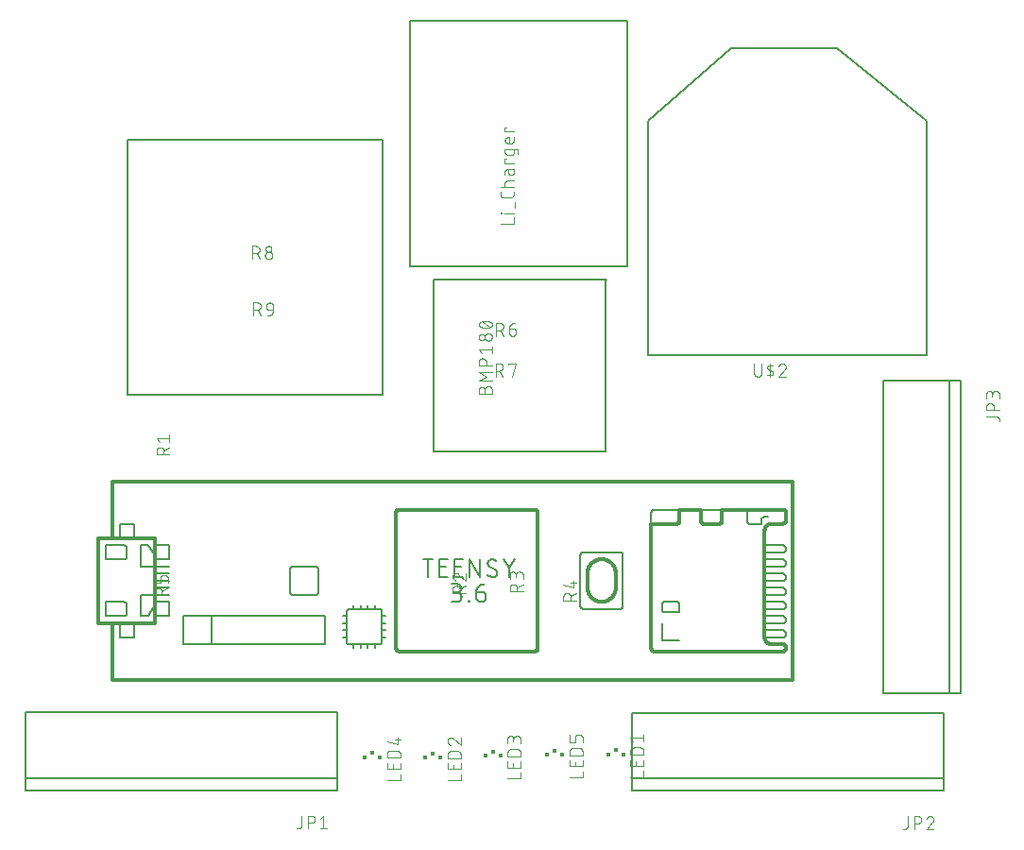
<source format=gbr>
G04 EAGLE Gerber RS-274X export*
G75*
%MOMM*%
%FSLAX34Y34*%
%LPD*%
%INSilkscreen Top*%
%IPPOS*%
%AMOC8*
5,1,8,0,0,1.08239X$1,22.5*%
G01*
%ADD10C,0.127000*%
%ADD11C,0.101600*%
%ADD12R,0.325000X0.425000*%
%ADD13R,0.350000X0.350000*%
%ADD14C,0.304800*%
%ADD15C,0.203200*%
%ADD16C,0.152400*%


D10*
X79940Y128200D02*
X79940Y69200D01*
X79940Y58200D01*
X359940Y58200D01*
X359940Y69200D01*
X359940Y128200D01*
X79940Y128200D01*
X79940Y69200D02*
X359940Y69200D01*
D11*
X327438Y35592D02*
X327438Y26504D01*
X327437Y26504D02*
X327435Y26405D01*
X327429Y26305D01*
X327420Y26206D01*
X327407Y26108D01*
X327390Y26010D01*
X327369Y25912D01*
X327344Y25816D01*
X327316Y25721D01*
X327284Y25627D01*
X327249Y25534D01*
X327210Y25442D01*
X327167Y25352D01*
X327122Y25264D01*
X327072Y25177D01*
X327020Y25093D01*
X326964Y25010D01*
X326906Y24930D01*
X326844Y24852D01*
X326779Y24777D01*
X326711Y24704D01*
X326641Y24634D01*
X326568Y24566D01*
X326493Y24501D01*
X326415Y24439D01*
X326335Y24381D01*
X326252Y24325D01*
X326168Y24273D01*
X326081Y24223D01*
X325993Y24178D01*
X325903Y24135D01*
X325811Y24096D01*
X325718Y24061D01*
X325624Y24029D01*
X325529Y24001D01*
X325433Y23976D01*
X325335Y23955D01*
X325237Y23938D01*
X325139Y23925D01*
X325040Y23916D01*
X324940Y23910D01*
X324841Y23908D01*
X323543Y23908D01*
X333261Y23908D02*
X333261Y35592D01*
X336507Y35592D01*
X336620Y35590D01*
X336733Y35584D01*
X336846Y35574D01*
X336959Y35560D01*
X337071Y35543D01*
X337182Y35521D01*
X337292Y35496D01*
X337402Y35466D01*
X337510Y35433D01*
X337617Y35396D01*
X337723Y35356D01*
X337827Y35311D01*
X337930Y35263D01*
X338031Y35212D01*
X338130Y35157D01*
X338227Y35099D01*
X338322Y35037D01*
X338415Y34972D01*
X338505Y34904D01*
X338593Y34833D01*
X338679Y34758D01*
X338762Y34681D01*
X338842Y34601D01*
X338919Y34518D01*
X338994Y34432D01*
X339065Y34344D01*
X339133Y34254D01*
X339198Y34161D01*
X339260Y34066D01*
X339318Y33969D01*
X339373Y33870D01*
X339424Y33769D01*
X339472Y33666D01*
X339517Y33562D01*
X339557Y33456D01*
X339594Y33349D01*
X339627Y33241D01*
X339657Y33131D01*
X339682Y33021D01*
X339704Y32910D01*
X339721Y32798D01*
X339735Y32685D01*
X339745Y32572D01*
X339751Y32459D01*
X339753Y32346D01*
X339751Y32233D01*
X339745Y32120D01*
X339735Y32007D01*
X339721Y31894D01*
X339704Y31782D01*
X339682Y31671D01*
X339657Y31561D01*
X339627Y31451D01*
X339594Y31343D01*
X339557Y31236D01*
X339517Y31130D01*
X339472Y31026D01*
X339424Y30923D01*
X339373Y30822D01*
X339318Y30723D01*
X339260Y30626D01*
X339198Y30531D01*
X339133Y30438D01*
X339065Y30348D01*
X338994Y30260D01*
X338919Y30174D01*
X338842Y30091D01*
X338762Y30011D01*
X338679Y29934D01*
X338593Y29859D01*
X338505Y29788D01*
X338415Y29720D01*
X338322Y29655D01*
X338227Y29593D01*
X338130Y29535D01*
X338031Y29480D01*
X337930Y29429D01*
X337827Y29381D01*
X337723Y29336D01*
X337617Y29296D01*
X337510Y29259D01*
X337402Y29226D01*
X337292Y29196D01*
X337182Y29171D01*
X337071Y29149D01*
X336959Y29132D01*
X336846Y29118D01*
X336733Y29108D01*
X336620Y29102D01*
X336507Y29100D01*
X336507Y29101D02*
X333261Y29101D01*
X344141Y32996D02*
X347386Y35592D01*
X347386Y23908D01*
X344141Y23908D02*
X350632Y23908D01*
D10*
X623470Y68690D02*
X623470Y127690D01*
X623470Y68690D02*
X623470Y57690D01*
X903470Y57690D01*
X903470Y68690D01*
X903470Y127690D01*
X623470Y127690D01*
X623470Y68690D02*
X903470Y68690D01*
D11*
X870968Y35082D02*
X870968Y25994D01*
X870967Y25994D02*
X870965Y25895D01*
X870959Y25795D01*
X870950Y25696D01*
X870937Y25598D01*
X870920Y25500D01*
X870899Y25402D01*
X870874Y25306D01*
X870846Y25211D01*
X870814Y25117D01*
X870779Y25024D01*
X870740Y24932D01*
X870697Y24842D01*
X870652Y24754D01*
X870602Y24667D01*
X870550Y24583D01*
X870494Y24500D01*
X870436Y24420D01*
X870374Y24342D01*
X870309Y24267D01*
X870241Y24194D01*
X870171Y24124D01*
X870098Y24056D01*
X870023Y23991D01*
X869945Y23929D01*
X869865Y23871D01*
X869782Y23815D01*
X869698Y23763D01*
X869611Y23713D01*
X869523Y23668D01*
X869433Y23625D01*
X869341Y23586D01*
X869248Y23551D01*
X869154Y23519D01*
X869059Y23491D01*
X868963Y23466D01*
X868865Y23445D01*
X868767Y23428D01*
X868669Y23415D01*
X868570Y23406D01*
X868470Y23400D01*
X868371Y23398D01*
X867073Y23398D01*
X876791Y23398D02*
X876791Y35082D01*
X880037Y35082D01*
X880150Y35080D01*
X880263Y35074D01*
X880376Y35064D01*
X880489Y35050D01*
X880601Y35033D01*
X880712Y35011D01*
X880822Y34986D01*
X880932Y34956D01*
X881040Y34923D01*
X881147Y34886D01*
X881253Y34846D01*
X881357Y34801D01*
X881460Y34753D01*
X881561Y34702D01*
X881660Y34647D01*
X881757Y34589D01*
X881852Y34527D01*
X881945Y34462D01*
X882035Y34394D01*
X882123Y34323D01*
X882209Y34248D01*
X882292Y34171D01*
X882372Y34091D01*
X882449Y34008D01*
X882524Y33922D01*
X882595Y33834D01*
X882663Y33744D01*
X882728Y33651D01*
X882790Y33556D01*
X882848Y33459D01*
X882903Y33360D01*
X882954Y33259D01*
X883002Y33156D01*
X883047Y33052D01*
X883087Y32946D01*
X883124Y32839D01*
X883157Y32731D01*
X883187Y32621D01*
X883212Y32511D01*
X883234Y32400D01*
X883251Y32288D01*
X883265Y32175D01*
X883275Y32062D01*
X883281Y31949D01*
X883283Y31836D01*
X883281Y31723D01*
X883275Y31610D01*
X883265Y31497D01*
X883251Y31384D01*
X883234Y31272D01*
X883212Y31161D01*
X883187Y31051D01*
X883157Y30941D01*
X883124Y30833D01*
X883087Y30726D01*
X883047Y30620D01*
X883002Y30516D01*
X882954Y30413D01*
X882903Y30312D01*
X882848Y30213D01*
X882790Y30116D01*
X882728Y30021D01*
X882663Y29928D01*
X882595Y29838D01*
X882524Y29750D01*
X882449Y29664D01*
X882372Y29581D01*
X882292Y29501D01*
X882209Y29424D01*
X882123Y29349D01*
X882035Y29278D01*
X881945Y29210D01*
X881852Y29145D01*
X881757Y29083D01*
X881660Y29025D01*
X881561Y28970D01*
X881460Y28919D01*
X881357Y28871D01*
X881253Y28826D01*
X881147Y28786D01*
X881040Y28749D01*
X880932Y28716D01*
X880822Y28686D01*
X880712Y28661D01*
X880601Y28639D01*
X880489Y28622D01*
X880376Y28608D01*
X880263Y28598D01*
X880150Y28592D01*
X880037Y28590D01*
X880037Y28591D02*
X876791Y28591D01*
X891241Y35082D02*
X891348Y35080D01*
X891454Y35074D01*
X891560Y35064D01*
X891666Y35051D01*
X891772Y35033D01*
X891876Y35012D01*
X891980Y34987D01*
X892083Y34958D01*
X892184Y34926D01*
X892284Y34889D01*
X892383Y34849D01*
X892481Y34806D01*
X892577Y34759D01*
X892671Y34708D01*
X892763Y34654D01*
X892853Y34597D01*
X892941Y34537D01*
X893026Y34473D01*
X893109Y34406D01*
X893190Y34336D01*
X893268Y34264D01*
X893344Y34188D01*
X893416Y34110D01*
X893486Y34029D01*
X893553Y33946D01*
X893617Y33861D01*
X893677Y33773D01*
X893734Y33683D01*
X893788Y33591D01*
X893839Y33497D01*
X893886Y33401D01*
X893929Y33303D01*
X893969Y33204D01*
X894006Y33104D01*
X894038Y33003D01*
X894067Y32900D01*
X894092Y32796D01*
X894113Y32692D01*
X894131Y32586D01*
X894144Y32480D01*
X894154Y32374D01*
X894160Y32268D01*
X894162Y32161D01*
X891241Y35082D02*
X891120Y35080D01*
X890999Y35074D01*
X890879Y35064D01*
X890758Y35051D01*
X890639Y35033D01*
X890519Y35012D01*
X890401Y34987D01*
X890284Y34958D01*
X890167Y34925D01*
X890052Y34889D01*
X889938Y34848D01*
X889825Y34805D01*
X889713Y34757D01*
X889604Y34706D01*
X889496Y34651D01*
X889389Y34593D01*
X889285Y34532D01*
X889183Y34467D01*
X889083Y34399D01*
X888985Y34328D01*
X888889Y34254D01*
X888796Y34177D01*
X888706Y34096D01*
X888618Y34013D01*
X888533Y33927D01*
X888450Y33838D01*
X888371Y33747D01*
X888294Y33653D01*
X888221Y33557D01*
X888151Y33459D01*
X888084Y33358D01*
X888020Y33255D01*
X887960Y33150D01*
X887903Y33043D01*
X887849Y32935D01*
X887799Y32825D01*
X887753Y32713D01*
X887710Y32600D01*
X887671Y32485D01*
X893189Y29889D02*
X893268Y29966D01*
X893344Y30047D01*
X893417Y30130D01*
X893487Y30215D01*
X893554Y30303D01*
X893618Y30393D01*
X893678Y30485D01*
X893735Y30580D01*
X893789Y30676D01*
X893840Y30774D01*
X893887Y30874D01*
X893931Y30976D01*
X893971Y31079D01*
X894007Y31183D01*
X894039Y31289D01*
X894068Y31395D01*
X894093Y31503D01*
X894115Y31611D01*
X894132Y31721D01*
X894146Y31830D01*
X894155Y31940D01*
X894161Y32051D01*
X894163Y32161D01*
X893188Y29889D02*
X887671Y23398D01*
X894162Y23398D01*
D10*
X907920Y145590D02*
X848920Y145590D01*
X907920Y145590D02*
X918920Y145590D01*
X918920Y425590D01*
X907920Y425590D01*
X848920Y425590D01*
X848920Y145590D01*
X907920Y145590D02*
X907920Y425590D01*
D11*
X941528Y393088D02*
X950616Y393088D01*
X950616Y393087D02*
X950715Y393085D01*
X950815Y393079D01*
X950914Y393070D01*
X951012Y393057D01*
X951110Y393040D01*
X951208Y393019D01*
X951304Y392994D01*
X951399Y392966D01*
X951493Y392934D01*
X951586Y392899D01*
X951678Y392860D01*
X951768Y392817D01*
X951856Y392772D01*
X951943Y392722D01*
X952027Y392670D01*
X952110Y392614D01*
X952190Y392556D01*
X952268Y392494D01*
X952343Y392429D01*
X952416Y392361D01*
X952486Y392291D01*
X952554Y392218D01*
X952619Y392143D01*
X952681Y392065D01*
X952739Y391985D01*
X952795Y391902D01*
X952847Y391818D01*
X952897Y391731D01*
X952942Y391643D01*
X952985Y391553D01*
X953024Y391461D01*
X953059Y391368D01*
X953091Y391274D01*
X953119Y391179D01*
X953144Y391083D01*
X953165Y390985D01*
X953182Y390887D01*
X953195Y390789D01*
X953204Y390690D01*
X953210Y390590D01*
X953212Y390491D01*
X953212Y389193D01*
X953212Y398911D02*
X941528Y398911D01*
X941528Y402157D01*
X941530Y402270D01*
X941536Y402383D01*
X941546Y402496D01*
X941560Y402609D01*
X941577Y402721D01*
X941599Y402832D01*
X941624Y402942D01*
X941654Y403052D01*
X941687Y403160D01*
X941724Y403267D01*
X941764Y403373D01*
X941809Y403477D01*
X941857Y403580D01*
X941908Y403681D01*
X941963Y403780D01*
X942021Y403877D01*
X942083Y403972D01*
X942148Y404065D01*
X942216Y404155D01*
X942287Y404243D01*
X942362Y404329D01*
X942439Y404412D01*
X942519Y404492D01*
X942602Y404569D01*
X942688Y404644D01*
X942776Y404715D01*
X942866Y404783D01*
X942959Y404848D01*
X943054Y404910D01*
X943151Y404968D01*
X943250Y405023D01*
X943351Y405074D01*
X943454Y405122D01*
X943558Y405167D01*
X943664Y405207D01*
X943771Y405244D01*
X943879Y405277D01*
X943989Y405307D01*
X944099Y405332D01*
X944210Y405354D01*
X944322Y405371D01*
X944435Y405385D01*
X944548Y405395D01*
X944661Y405401D01*
X944774Y405403D01*
X944887Y405401D01*
X945000Y405395D01*
X945113Y405385D01*
X945226Y405371D01*
X945338Y405354D01*
X945449Y405332D01*
X945559Y405307D01*
X945669Y405277D01*
X945777Y405244D01*
X945884Y405207D01*
X945990Y405167D01*
X946094Y405122D01*
X946197Y405074D01*
X946298Y405023D01*
X946397Y404968D01*
X946494Y404910D01*
X946589Y404848D01*
X946682Y404783D01*
X946772Y404715D01*
X946860Y404644D01*
X946946Y404569D01*
X947029Y404492D01*
X947109Y404412D01*
X947186Y404329D01*
X947261Y404243D01*
X947332Y404155D01*
X947400Y404065D01*
X947465Y403972D01*
X947527Y403877D01*
X947585Y403780D01*
X947640Y403681D01*
X947691Y403580D01*
X947739Y403477D01*
X947784Y403373D01*
X947824Y403267D01*
X947861Y403160D01*
X947894Y403052D01*
X947924Y402942D01*
X947949Y402832D01*
X947971Y402721D01*
X947988Y402609D01*
X948002Y402496D01*
X948012Y402383D01*
X948018Y402270D01*
X948020Y402157D01*
X948019Y402157D02*
X948019Y398911D01*
X953212Y409791D02*
X953212Y413036D01*
X953210Y413149D01*
X953204Y413262D01*
X953194Y413375D01*
X953180Y413488D01*
X953163Y413600D01*
X953141Y413711D01*
X953116Y413821D01*
X953086Y413931D01*
X953053Y414039D01*
X953016Y414146D01*
X952976Y414252D01*
X952931Y414356D01*
X952883Y414459D01*
X952832Y414560D01*
X952777Y414659D01*
X952719Y414756D01*
X952657Y414851D01*
X952592Y414944D01*
X952524Y415034D01*
X952453Y415122D01*
X952378Y415208D01*
X952301Y415291D01*
X952221Y415371D01*
X952138Y415448D01*
X952052Y415523D01*
X951964Y415594D01*
X951874Y415662D01*
X951781Y415727D01*
X951686Y415789D01*
X951589Y415847D01*
X951490Y415902D01*
X951389Y415953D01*
X951286Y416001D01*
X951182Y416046D01*
X951076Y416086D01*
X950969Y416123D01*
X950861Y416156D01*
X950751Y416186D01*
X950641Y416211D01*
X950530Y416233D01*
X950418Y416250D01*
X950305Y416264D01*
X950192Y416274D01*
X950079Y416280D01*
X949966Y416282D01*
X949853Y416280D01*
X949740Y416274D01*
X949627Y416264D01*
X949514Y416250D01*
X949402Y416233D01*
X949291Y416211D01*
X949181Y416186D01*
X949071Y416156D01*
X948963Y416123D01*
X948856Y416086D01*
X948750Y416046D01*
X948646Y416001D01*
X948543Y415953D01*
X948442Y415902D01*
X948343Y415847D01*
X948246Y415789D01*
X948151Y415727D01*
X948058Y415662D01*
X947968Y415594D01*
X947880Y415523D01*
X947794Y415448D01*
X947711Y415371D01*
X947631Y415291D01*
X947554Y415208D01*
X947479Y415122D01*
X947408Y415034D01*
X947340Y414944D01*
X947275Y414851D01*
X947213Y414756D01*
X947155Y414659D01*
X947100Y414560D01*
X947049Y414459D01*
X947001Y414356D01*
X946956Y414252D01*
X946916Y414146D01*
X946879Y414039D01*
X946846Y413931D01*
X946816Y413821D01*
X946791Y413711D01*
X946769Y413600D01*
X946752Y413488D01*
X946738Y413375D01*
X946728Y413262D01*
X946722Y413149D01*
X946720Y413036D01*
X941528Y413686D02*
X941528Y409791D01*
X941528Y413686D02*
X941530Y413787D01*
X941536Y413887D01*
X941546Y413987D01*
X941559Y414087D01*
X941577Y414186D01*
X941598Y414285D01*
X941623Y414382D01*
X941652Y414479D01*
X941685Y414574D01*
X941721Y414668D01*
X941761Y414760D01*
X941804Y414851D01*
X941851Y414940D01*
X941901Y415027D01*
X941955Y415113D01*
X942012Y415196D01*
X942072Y415276D01*
X942135Y415355D01*
X942202Y415431D01*
X942271Y415504D01*
X942343Y415574D01*
X942417Y415642D01*
X942494Y415707D01*
X942574Y415768D01*
X942656Y415827D01*
X942740Y415882D01*
X942826Y415934D01*
X942914Y415983D01*
X943004Y416028D01*
X943096Y416070D01*
X943189Y416108D01*
X943284Y416142D01*
X943379Y416173D01*
X943476Y416200D01*
X943574Y416223D01*
X943673Y416243D01*
X943773Y416258D01*
X943873Y416270D01*
X943973Y416278D01*
X944074Y416282D01*
X944174Y416282D01*
X944275Y416278D01*
X944375Y416270D01*
X944475Y416258D01*
X944575Y416243D01*
X944674Y416223D01*
X944772Y416200D01*
X944869Y416173D01*
X944964Y416142D01*
X945059Y416108D01*
X945152Y416070D01*
X945244Y416028D01*
X945334Y415983D01*
X945422Y415934D01*
X945508Y415882D01*
X945592Y415827D01*
X945674Y415768D01*
X945754Y415707D01*
X945831Y415642D01*
X945905Y415574D01*
X945977Y415504D01*
X946046Y415431D01*
X946113Y415355D01*
X946176Y415276D01*
X946236Y415196D01*
X946293Y415113D01*
X946347Y415027D01*
X946397Y414940D01*
X946444Y414851D01*
X946487Y414760D01*
X946527Y414668D01*
X946563Y414574D01*
X946596Y414479D01*
X946625Y414382D01*
X946650Y414285D01*
X946671Y414186D01*
X946689Y414087D01*
X946702Y413987D01*
X946712Y413887D01*
X946718Y413787D01*
X946720Y413686D01*
X946721Y413686D02*
X946721Y411089D01*
D12*
X616075Y90615D03*
X602325Y90615D03*
D13*
X609200Y94490D03*
D11*
X622408Y70341D02*
X634092Y70341D01*
X634092Y75533D01*
X634092Y80247D02*
X634092Y85439D01*
X634092Y80247D02*
X622408Y80247D01*
X622408Y85439D01*
X627601Y84141D02*
X627601Y80247D01*
X622408Y90130D02*
X634092Y90130D01*
X622408Y90130D02*
X622408Y93375D01*
X622410Y93488D01*
X622416Y93601D01*
X622426Y93714D01*
X622440Y93827D01*
X622457Y93939D01*
X622479Y94050D01*
X622504Y94160D01*
X622534Y94270D01*
X622567Y94378D01*
X622604Y94485D01*
X622644Y94591D01*
X622689Y94695D01*
X622737Y94798D01*
X622788Y94899D01*
X622843Y94998D01*
X622901Y95095D01*
X622963Y95190D01*
X623028Y95283D01*
X623096Y95373D01*
X623167Y95461D01*
X623242Y95547D01*
X623319Y95630D01*
X623399Y95710D01*
X623482Y95787D01*
X623568Y95862D01*
X623656Y95933D01*
X623746Y96001D01*
X623839Y96066D01*
X623934Y96128D01*
X624031Y96186D01*
X624130Y96241D01*
X624231Y96292D01*
X624334Y96340D01*
X624438Y96385D01*
X624544Y96425D01*
X624651Y96462D01*
X624759Y96495D01*
X624869Y96525D01*
X624979Y96550D01*
X625090Y96572D01*
X625202Y96589D01*
X625315Y96603D01*
X625428Y96613D01*
X625541Y96619D01*
X625654Y96621D01*
X630846Y96621D01*
X630846Y96622D02*
X630959Y96620D01*
X631072Y96614D01*
X631185Y96604D01*
X631298Y96590D01*
X631410Y96573D01*
X631521Y96551D01*
X631631Y96526D01*
X631741Y96496D01*
X631849Y96463D01*
X631956Y96426D01*
X632062Y96386D01*
X632166Y96341D01*
X632269Y96293D01*
X632370Y96242D01*
X632469Y96187D01*
X632566Y96129D01*
X632661Y96067D01*
X632754Y96002D01*
X632844Y95934D01*
X632932Y95863D01*
X633018Y95788D01*
X633101Y95711D01*
X633181Y95631D01*
X633258Y95548D01*
X633333Y95462D01*
X633404Y95374D01*
X633472Y95284D01*
X633537Y95191D01*
X633599Y95096D01*
X633657Y94999D01*
X633712Y94900D01*
X633763Y94799D01*
X633811Y94696D01*
X633856Y94592D01*
X633896Y94486D01*
X633933Y94379D01*
X633966Y94271D01*
X633996Y94161D01*
X634021Y94051D01*
X634043Y93940D01*
X634060Y93828D01*
X634074Y93715D01*
X634084Y93602D01*
X634090Y93489D01*
X634092Y93376D01*
X634092Y93375D02*
X634092Y90130D01*
X625004Y101941D02*
X622408Y105186D01*
X634092Y105186D01*
X634092Y101941D02*
X634092Y108432D01*
D12*
X452215Y87585D03*
X438465Y87585D03*
D13*
X445340Y91460D03*
D11*
X458548Y67311D02*
X470232Y67311D01*
X470232Y72503D01*
X470232Y77217D02*
X470232Y82409D01*
X470232Y77217D02*
X458548Y77217D01*
X458548Y82409D01*
X463741Y81111D02*
X463741Y77217D01*
X458548Y87100D02*
X470232Y87100D01*
X458548Y87100D02*
X458548Y90345D01*
X458550Y90458D01*
X458556Y90571D01*
X458566Y90684D01*
X458580Y90797D01*
X458597Y90909D01*
X458619Y91020D01*
X458644Y91130D01*
X458674Y91240D01*
X458707Y91348D01*
X458744Y91455D01*
X458784Y91561D01*
X458829Y91665D01*
X458877Y91768D01*
X458928Y91869D01*
X458983Y91968D01*
X459041Y92065D01*
X459103Y92160D01*
X459168Y92253D01*
X459236Y92343D01*
X459307Y92431D01*
X459382Y92517D01*
X459459Y92600D01*
X459539Y92680D01*
X459622Y92757D01*
X459708Y92832D01*
X459796Y92903D01*
X459886Y92971D01*
X459979Y93036D01*
X460074Y93098D01*
X460171Y93156D01*
X460270Y93211D01*
X460371Y93262D01*
X460474Y93310D01*
X460578Y93355D01*
X460684Y93395D01*
X460791Y93432D01*
X460899Y93465D01*
X461009Y93495D01*
X461119Y93520D01*
X461230Y93542D01*
X461342Y93559D01*
X461455Y93573D01*
X461568Y93583D01*
X461681Y93589D01*
X461794Y93591D01*
X466986Y93591D01*
X466986Y93592D02*
X467099Y93590D01*
X467212Y93584D01*
X467325Y93574D01*
X467438Y93560D01*
X467550Y93543D01*
X467661Y93521D01*
X467771Y93496D01*
X467881Y93466D01*
X467989Y93433D01*
X468096Y93396D01*
X468202Y93356D01*
X468306Y93311D01*
X468409Y93263D01*
X468510Y93212D01*
X468609Y93157D01*
X468706Y93099D01*
X468801Y93037D01*
X468894Y92972D01*
X468984Y92904D01*
X469072Y92833D01*
X469158Y92758D01*
X469241Y92681D01*
X469321Y92601D01*
X469398Y92518D01*
X469473Y92432D01*
X469544Y92344D01*
X469612Y92254D01*
X469677Y92161D01*
X469739Y92066D01*
X469797Y91969D01*
X469852Y91870D01*
X469903Y91769D01*
X469951Y91666D01*
X469996Y91562D01*
X470036Y91456D01*
X470073Y91349D01*
X470106Y91241D01*
X470136Y91131D01*
X470161Y91021D01*
X470183Y90910D01*
X470200Y90798D01*
X470214Y90685D01*
X470224Y90572D01*
X470230Y90459D01*
X470232Y90346D01*
X470232Y90345D02*
X470232Y87100D01*
X458548Y102481D02*
X458550Y102588D01*
X458556Y102694D01*
X458566Y102800D01*
X458579Y102906D01*
X458597Y103012D01*
X458618Y103116D01*
X458643Y103220D01*
X458672Y103323D01*
X458704Y103424D01*
X458741Y103524D01*
X458781Y103623D01*
X458824Y103721D01*
X458871Y103817D01*
X458922Y103911D01*
X458976Y104003D01*
X459033Y104093D01*
X459093Y104181D01*
X459157Y104266D01*
X459224Y104349D01*
X459294Y104430D01*
X459366Y104508D01*
X459442Y104584D01*
X459520Y104656D01*
X459601Y104726D01*
X459684Y104793D01*
X459769Y104857D01*
X459857Y104917D01*
X459947Y104974D01*
X460039Y105028D01*
X460133Y105079D01*
X460229Y105126D01*
X460327Y105169D01*
X460426Y105209D01*
X460526Y105246D01*
X460627Y105278D01*
X460730Y105307D01*
X460834Y105332D01*
X460938Y105353D01*
X461044Y105371D01*
X461150Y105384D01*
X461256Y105394D01*
X461362Y105400D01*
X461469Y105402D01*
X458548Y102481D02*
X458550Y102360D01*
X458556Y102239D01*
X458566Y102119D01*
X458579Y101998D01*
X458597Y101879D01*
X458618Y101759D01*
X458643Y101641D01*
X458672Y101524D01*
X458705Y101407D01*
X458741Y101292D01*
X458782Y101178D01*
X458825Y101065D01*
X458873Y100953D01*
X458924Y100844D01*
X458979Y100736D01*
X459037Y100629D01*
X459098Y100525D01*
X459163Y100423D01*
X459231Y100323D01*
X459302Y100225D01*
X459376Y100129D01*
X459453Y100036D01*
X459534Y99946D01*
X459617Y99858D01*
X459703Y99773D01*
X459792Y99690D01*
X459883Y99611D01*
X459977Y99534D01*
X460073Y99461D01*
X460171Y99391D01*
X460272Y99324D01*
X460375Y99260D01*
X460480Y99200D01*
X460587Y99142D01*
X460695Y99089D01*
X460805Y99039D01*
X460917Y98993D01*
X461030Y98950D01*
X461145Y98911D01*
X463741Y104428D02*
X463663Y104507D01*
X463583Y104583D01*
X463500Y104656D01*
X463414Y104726D01*
X463327Y104793D01*
X463236Y104857D01*
X463144Y104917D01*
X463050Y104975D01*
X462953Y105029D01*
X462855Y105079D01*
X462755Y105126D01*
X462654Y105170D01*
X462551Y105210D01*
X462446Y105246D01*
X462341Y105278D01*
X462234Y105307D01*
X462127Y105332D01*
X462018Y105354D01*
X461909Y105371D01*
X461800Y105385D01*
X461690Y105394D01*
X461579Y105400D01*
X461469Y105402D01*
X463741Y104428D02*
X470232Y98911D01*
X470232Y105402D01*
D12*
X505955Y89165D03*
X492205Y89165D03*
D13*
X499080Y93040D03*
D11*
X512288Y68891D02*
X523972Y68891D01*
X523972Y74083D01*
X523972Y78797D02*
X523972Y83989D01*
X523972Y78797D02*
X512288Y78797D01*
X512288Y83989D01*
X517481Y82691D02*
X517481Y78797D01*
X512288Y88680D02*
X523972Y88680D01*
X512288Y88680D02*
X512288Y91925D01*
X512290Y92038D01*
X512296Y92151D01*
X512306Y92264D01*
X512320Y92377D01*
X512337Y92489D01*
X512359Y92600D01*
X512384Y92710D01*
X512414Y92820D01*
X512447Y92928D01*
X512484Y93035D01*
X512524Y93141D01*
X512569Y93245D01*
X512617Y93348D01*
X512668Y93449D01*
X512723Y93548D01*
X512781Y93645D01*
X512843Y93740D01*
X512908Y93833D01*
X512976Y93923D01*
X513047Y94011D01*
X513122Y94097D01*
X513199Y94180D01*
X513279Y94260D01*
X513362Y94337D01*
X513448Y94412D01*
X513536Y94483D01*
X513626Y94551D01*
X513719Y94616D01*
X513814Y94678D01*
X513911Y94736D01*
X514010Y94791D01*
X514111Y94842D01*
X514214Y94890D01*
X514318Y94935D01*
X514424Y94975D01*
X514531Y95012D01*
X514639Y95045D01*
X514749Y95075D01*
X514859Y95100D01*
X514970Y95122D01*
X515082Y95139D01*
X515195Y95153D01*
X515308Y95163D01*
X515421Y95169D01*
X515534Y95171D01*
X520726Y95171D01*
X520726Y95172D02*
X520839Y95170D01*
X520952Y95164D01*
X521065Y95154D01*
X521178Y95140D01*
X521290Y95123D01*
X521401Y95101D01*
X521511Y95076D01*
X521621Y95046D01*
X521729Y95013D01*
X521836Y94976D01*
X521942Y94936D01*
X522046Y94891D01*
X522149Y94843D01*
X522250Y94792D01*
X522349Y94737D01*
X522446Y94679D01*
X522541Y94617D01*
X522634Y94552D01*
X522724Y94484D01*
X522812Y94413D01*
X522898Y94338D01*
X522981Y94261D01*
X523061Y94181D01*
X523138Y94098D01*
X523213Y94012D01*
X523284Y93924D01*
X523352Y93834D01*
X523417Y93741D01*
X523479Y93646D01*
X523537Y93549D01*
X523592Y93450D01*
X523643Y93349D01*
X523691Y93246D01*
X523736Y93142D01*
X523776Y93036D01*
X523813Y92929D01*
X523846Y92821D01*
X523876Y92711D01*
X523901Y92601D01*
X523923Y92490D01*
X523940Y92378D01*
X523954Y92265D01*
X523964Y92152D01*
X523970Y92039D01*
X523972Y91926D01*
X523972Y91925D02*
X523972Y88680D01*
X523972Y100491D02*
X523972Y103736D01*
X523970Y103849D01*
X523964Y103962D01*
X523954Y104075D01*
X523940Y104188D01*
X523923Y104300D01*
X523901Y104411D01*
X523876Y104521D01*
X523846Y104631D01*
X523813Y104739D01*
X523776Y104846D01*
X523736Y104952D01*
X523691Y105056D01*
X523643Y105159D01*
X523592Y105260D01*
X523537Y105359D01*
X523479Y105456D01*
X523417Y105551D01*
X523352Y105644D01*
X523284Y105734D01*
X523213Y105822D01*
X523138Y105908D01*
X523061Y105991D01*
X522981Y106071D01*
X522898Y106148D01*
X522812Y106223D01*
X522724Y106294D01*
X522634Y106362D01*
X522541Y106427D01*
X522446Y106489D01*
X522349Y106547D01*
X522250Y106602D01*
X522149Y106653D01*
X522046Y106701D01*
X521942Y106746D01*
X521836Y106786D01*
X521729Y106823D01*
X521621Y106856D01*
X521511Y106886D01*
X521401Y106911D01*
X521290Y106933D01*
X521178Y106950D01*
X521065Y106964D01*
X520952Y106974D01*
X520839Y106980D01*
X520726Y106982D01*
X520613Y106980D01*
X520500Y106974D01*
X520387Y106964D01*
X520274Y106950D01*
X520162Y106933D01*
X520051Y106911D01*
X519941Y106886D01*
X519831Y106856D01*
X519723Y106823D01*
X519616Y106786D01*
X519510Y106746D01*
X519406Y106701D01*
X519303Y106653D01*
X519202Y106602D01*
X519103Y106547D01*
X519006Y106489D01*
X518911Y106427D01*
X518818Y106362D01*
X518728Y106294D01*
X518640Y106223D01*
X518554Y106148D01*
X518471Y106071D01*
X518391Y105991D01*
X518314Y105908D01*
X518239Y105822D01*
X518168Y105734D01*
X518100Y105644D01*
X518035Y105551D01*
X517973Y105456D01*
X517915Y105359D01*
X517860Y105260D01*
X517809Y105159D01*
X517761Y105056D01*
X517716Y104952D01*
X517676Y104846D01*
X517639Y104739D01*
X517606Y104631D01*
X517576Y104521D01*
X517551Y104411D01*
X517529Y104300D01*
X517512Y104188D01*
X517498Y104075D01*
X517488Y103962D01*
X517482Y103849D01*
X517480Y103736D01*
X512288Y104386D02*
X512288Y100491D01*
X512288Y104386D02*
X512290Y104487D01*
X512296Y104587D01*
X512306Y104687D01*
X512319Y104787D01*
X512337Y104886D01*
X512358Y104985D01*
X512383Y105082D01*
X512412Y105179D01*
X512445Y105274D01*
X512481Y105368D01*
X512521Y105460D01*
X512564Y105551D01*
X512611Y105640D01*
X512661Y105727D01*
X512715Y105813D01*
X512772Y105896D01*
X512832Y105976D01*
X512895Y106055D01*
X512962Y106131D01*
X513031Y106204D01*
X513103Y106274D01*
X513177Y106342D01*
X513254Y106407D01*
X513334Y106468D01*
X513416Y106527D01*
X513500Y106582D01*
X513586Y106634D01*
X513674Y106683D01*
X513764Y106728D01*
X513856Y106770D01*
X513949Y106808D01*
X514044Y106842D01*
X514139Y106873D01*
X514236Y106900D01*
X514334Y106923D01*
X514433Y106943D01*
X514533Y106958D01*
X514633Y106970D01*
X514733Y106978D01*
X514834Y106982D01*
X514934Y106982D01*
X515035Y106978D01*
X515135Y106970D01*
X515235Y106958D01*
X515335Y106943D01*
X515434Y106923D01*
X515532Y106900D01*
X515629Y106873D01*
X515724Y106842D01*
X515819Y106808D01*
X515912Y106770D01*
X516004Y106728D01*
X516094Y106683D01*
X516182Y106634D01*
X516268Y106582D01*
X516352Y106527D01*
X516434Y106468D01*
X516514Y106407D01*
X516591Y106342D01*
X516665Y106274D01*
X516737Y106204D01*
X516806Y106131D01*
X516873Y106055D01*
X516936Y105976D01*
X516996Y105896D01*
X517053Y105813D01*
X517107Y105727D01*
X517157Y105640D01*
X517204Y105551D01*
X517247Y105460D01*
X517287Y105368D01*
X517323Y105274D01*
X517356Y105179D01*
X517385Y105082D01*
X517410Y104985D01*
X517431Y104886D01*
X517449Y104787D01*
X517462Y104687D01*
X517472Y104587D01*
X517478Y104487D01*
X517480Y104386D01*
X517481Y104386D02*
X517481Y101789D01*
D12*
X398145Y87925D03*
X384395Y87925D03*
D13*
X391270Y91800D03*
D11*
X404478Y67651D02*
X416162Y67651D01*
X416162Y72843D01*
X416162Y77557D02*
X416162Y82749D01*
X416162Y77557D02*
X404478Y77557D01*
X404478Y82749D01*
X409671Y81451D02*
X409671Y77557D01*
X404478Y87440D02*
X416162Y87440D01*
X404478Y87440D02*
X404478Y90685D01*
X404480Y90798D01*
X404486Y90911D01*
X404496Y91024D01*
X404510Y91137D01*
X404527Y91249D01*
X404549Y91360D01*
X404574Y91470D01*
X404604Y91580D01*
X404637Y91688D01*
X404674Y91795D01*
X404714Y91901D01*
X404759Y92005D01*
X404807Y92108D01*
X404858Y92209D01*
X404913Y92308D01*
X404971Y92405D01*
X405033Y92500D01*
X405098Y92593D01*
X405166Y92683D01*
X405237Y92771D01*
X405312Y92857D01*
X405389Y92940D01*
X405469Y93020D01*
X405552Y93097D01*
X405638Y93172D01*
X405726Y93243D01*
X405816Y93311D01*
X405909Y93376D01*
X406004Y93438D01*
X406101Y93496D01*
X406200Y93551D01*
X406301Y93602D01*
X406404Y93650D01*
X406508Y93695D01*
X406614Y93735D01*
X406721Y93772D01*
X406829Y93805D01*
X406939Y93835D01*
X407049Y93860D01*
X407160Y93882D01*
X407272Y93899D01*
X407385Y93913D01*
X407498Y93923D01*
X407611Y93929D01*
X407724Y93931D01*
X412916Y93931D01*
X412916Y93932D02*
X413029Y93930D01*
X413142Y93924D01*
X413255Y93914D01*
X413368Y93900D01*
X413480Y93883D01*
X413591Y93861D01*
X413701Y93836D01*
X413811Y93806D01*
X413919Y93773D01*
X414026Y93736D01*
X414132Y93696D01*
X414236Y93651D01*
X414339Y93603D01*
X414440Y93552D01*
X414539Y93497D01*
X414636Y93439D01*
X414731Y93377D01*
X414824Y93312D01*
X414914Y93244D01*
X415002Y93173D01*
X415088Y93098D01*
X415171Y93021D01*
X415251Y92941D01*
X415328Y92858D01*
X415403Y92772D01*
X415474Y92684D01*
X415542Y92594D01*
X415607Y92501D01*
X415669Y92406D01*
X415727Y92309D01*
X415782Y92210D01*
X415833Y92109D01*
X415881Y92006D01*
X415926Y91902D01*
X415966Y91796D01*
X416003Y91689D01*
X416036Y91581D01*
X416066Y91471D01*
X416091Y91361D01*
X416113Y91250D01*
X416130Y91138D01*
X416144Y91025D01*
X416154Y90912D01*
X416160Y90799D01*
X416162Y90686D01*
X416162Y90685D02*
X416162Y87440D01*
X413566Y99251D02*
X404478Y101847D01*
X413566Y99251D02*
X413566Y105742D01*
X410969Y103795D02*
X416162Y103795D01*
D12*
X561475Y90175D03*
X547725Y90175D03*
D13*
X554600Y94050D03*
D11*
X567808Y69901D02*
X579492Y69901D01*
X579492Y75093D01*
X579492Y79807D02*
X579492Y84999D01*
X579492Y79807D02*
X567808Y79807D01*
X567808Y84999D01*
X573001Y83701D02*
X573001Y79807D01*
X567808Y89690D02*
X579492Y89690D01*
X567808Y89690D02*
X567808Y92935D01*
X567810Y93048D01*
X567816Y93161D01*
X567826Y93274D01*
X567840Y93387D01*
X567857Y93499D01*
X567879Y93610D01*
X567904Y93720D01*
X567934Y93830D01*
X567967Y93938D01*
X568004Y94045D01*
X568044Y94151D01*
X568089Y94255D01*
X568137Y94358D01*
X568188Y94459D01*
X568243Y94558D01*
X568301Y94655D01*
X568363Y94750D01*
X568428Y94843D01*
X568496Y94933D01*
X568567Y95021D01*
X568642Y95107D01*
X568719Y95190D01*
X568799Y95270D01*
X568882Y95347D01*
X568968Y95422D01*
X569056Y95493D01*
X569146Y95561D01*
X569239Y95626D01*
X569334Y95688D01*
X569431Y95746D01*
X569530Y95801D01*
X569631Y95852D01*
X569734Y95900D01*
X569838Y95945D01*
X569944Y95985D01*
X570051Y96022D01*
X570159Y96055D01*
X570269Y96085D01*
X570379Y96110D01*
X570490Y96132D01*
X570602Y96149D01*
X570715Y96163D01*
X570828Y96173D01*
X570941Y96179D01*
X571054Y96181D01*
X576246Y96181D01*
X576246Y96182D02*
X576359Y96180D01*
X576472Y96174D01*
X576585Y96164D01*
X576698Y96150D01*
X576810Y96133D01*
X576921Y96111D01*
X577031Y96086D01*
X577141Y96056D01*
X577249Y96023D01*
X577356Y95986D01*
X577462Y95946D01*
X577566Y95901D01*
X577669Y95853D01*
X577770Y95802D01*
X577869Y95747D01*
X577966Y95689D01*
X578061Y95627D01*
X578154Y95562D01*
X578244Y95494D01*
X578332Y95423D01*
X578418Y95348D01*
X578501Y95271D01*
X578581Y95191D01*
X578658Y95108D01*
X578733Y95022D01*
X578804Y94934D01*
X578872Y94844D01*
X578937Y94751D01*
X578999Y94656D01*
X579057Y94559D01*
X579112Y94460D01*
X579163Y94359D01*
X579211Y94256D01*
X579256Y94152D01*
X579296Y94046D01*
X579333Y93939D01*
X579366Y93831D01*
X579396Y93721D01*
X579421Y93611D01*
X579443Y93500D01*
X579460Y93388D01*
X579474Y93275D01*
X579484Y93162D01*
X579490Y93049D01*
X579492Y92936D01*
X579492Y92935D02*
X579492Y89690D01*
X579492Y101501D02*
X579492Y105396D01*
X579490Y105495D01*
X579484Y105595D01*
X579475Y105694D01*
X579462Y105792D01*
X579445Y105890D01*
X579424Y105988D01*
X579399Y106084D01*
X579371Y106179D01*
X579339Y106273D01*
X579304Y106366D01*
X579265Y106458D01*
X579222Y106548D01*
X579177Y106636D01*
X579127Y106723D01*
X579075Y106807D01*
X579019Y106890D01*
X578961Y106970D01*
X578899Y107048D01*
X578834Y107123D01*
X578766Y107196D01*
X578696Y107266D01*
X578623Y107334D01*
X578548Y107399D01*
X578470Y107461D01*
X578390Y107519D01*
X578307Y107575D01*
X578223Y107627D01*
X578136Y107677D01*
X578048Y107722D01*
X577958Y107765D01*
X577866Y107804D01*
X577773Y107839D01*
X577679Y107871D01*
X577584Y107899D01*
X577488Y107924D01*
X577390Y107945D01*
X577292Y107962D01*
X577194Y107975D01*
X577095Y107984D01*
X576995Y107990D01*
X576896Y107992D01*
X575597Y107992D01*
X575498Y107990D01*
X575398Y107984D01*
X575299Y107975D01*
X575201Y107962D01*
X575103Y107945D01*
X575005Y107924D01*
X574909Y107899D01*
X574814Y107871D01*
X574720Y107839D01*
X574627Y107804D01*
X574535Y107765D01*
X574445Y107722D01*
X574357Y107677D01*
X574270Y107627D01*
X574186Y107575D01*
X574103Y107519D01*
X574023Y107461D01*
X573945Y107399D01*
X573870Y107334D01*
X573797Y107266D01*
X573727Y107196D01*
X573659Y107123D01*
X573594Y107048D01*
X573532Y106970D01*
X573474Y106890D01*
X573418Y106807D01*
X573366Y106723D01*
X573316Y106636D01*
X573271Y106548D01*
X573228Y106458D01*
X573189Y106366D01*
X573154Y106273D01*
X573122Y106179D01*
X573094Y106084D01*
X573069Y105988D01*
X573048Y105890D01*
X573031Y105792D01*
X573018Y105694D01*
X573009Y105595D01*
X573003Y105495D01*
X573001Y105396D01*
X573001Y101501D01*
X567808Y101501D01*
X567808Y107992D01*
X209312Y359258D02*
X197628Y359258D01*
X197628Y362504D01*
X197630Y362617D01*
X197636Y362730D01*
X197646Y362843D01*
X197660Y362956D01*
X197677Y363068D01*
X197699Y363179D01*
X197724Y363289D01*
X197754Y363399D01*
X197787Y363507D01*
X197824Y363614D01*
X197864Y363720D01*
X197909Y363824D01*
X197957Y363927D01*
X198008Y364028D01*
X198063Y364127D01*
X198121Y364224D01*
X198183Y364319D01*
X198248Y364412D01*
X198316Y364502D01*
X198387Y364590D01*
X198462Y364676D01*
X198539Y364759D01*
X198619Y364839D01*
X198702Y364916D01*
X198788Y364991D01*
X198876Y365062D01*
X198966Y365130D01*
X199059Y365195D01*
X199154Y365257D01*
X199251Y365315D01*
X199350Y365370D01*
X199451Y365421D01*
X199554Y365469D01*
X199658Y365514D01*
X199764Y365554D01*
X199871Y365591D01*
X199979Y365624D01*
X200089Y365654D01*
X200199Y365679D01*
X200310Y365701D01*
X200422Y365718D01*
X200535Y365732D01*
X200648Y365742D01*
X200761Y365748D01*
X200874Y365750D01*
X200987Y365748D01*
X201100Y365742D01*
X201213Y365732D01*
X201326Y365718D01*
X201438Y365701D01*
X201549Y365679D01*
X201659Y365654D01*
X201769Y365624D01*
X201877Y365591D01*
X201984Y365554D01*
X202090Y365514D01*
X202194Y365469D01*
X202297Y365421D01*
X202398Y365370D01*
X202497Y365315D01*
X202594Y365257D01*
X202689Y365195D01*
X202782Y365130D01*
X202872Y365062D01*
X202960Y364991D01*
X203046Y364916D01*
X203129Y364839D01*
X203209Y364759D01*
X203286Y364676D01*
X203361Y364590D01*
X203432Y364502D01*
X203500Y364412D01*
X203565Y364319D01*
X203627Y364224D01*
X203685Y364127D01*
X203740Y364028D01*
X203791Y363927D01*
X203839Y363824D01*
X203884Y363720D01*
X203924Y363614D01*
X203961Y363507D01*
X203994Y363399D01*
X204024Y363289D01*
X204049Y363179D01*
X204071Y363068D01*
X204088Y362956D01*
X204102Y362843D01*
X204112Y362730D01*
X204118Y362617D01*
X204120Y362504D01*
X204119Y362504D02*
X204119Y359258D01*
X204119Y363153D02*
X209312Y365749D01*
X200224Y370614D02*
X197628Y373860D01*
X209312Y373860D01*
X209312Y377105D02*
X209312Y370614D01*
X463058Y235095D02*
X474742Y235095D01*
X463058Y235095D02*
X463058Y238340D01*
X463060Y238453D01*
X463066Y238566D01*
X463076Y238679D01*
X463090Y238792D01*
X463107Y238904D01*
X463129Y239015D01*
X463154Y239125D01*
X463184Y239235D01*
X463217Y239343D01*
X463254Y239450D01*
X463294Y239556D01*
X463339Y239660D01*
X463387Y239763D01*
X463438Y239864D01*
X463493Y239963D01*
X463551Y240060D01*
X463613Y240155D01*
X463678Y240248D01*
X463746Y240338D01*
X463817Y240426D01*
X463892Y240512D01*
X463969Y240595D01*
X464049Y240675D01*
X464132Y240752D01*
X464218Y240827D01*
X464306Y240898D01*
X464396Y240966D01*
X464489Y241031D01*
X464584Y241093D01*
X464681Y241151D01*
X464780Y241206D01*
X464881Y241257D01*
X464984Y241305D01*
X465088Y241350D01*
X465194Y241390D01*
X465301Y241427D01*
X465409Y241460D01*
X465519Y241490D01*
X465629Y241515D01*
X465740Y241537D01*
X465852Y241554D01*
X465965Y241568D01*
X466078Y241578D01*
X466191Y241584D01*
X466304Y241586D01*
X466417Y241584D01*
X466530Y241578D01*
X466643Y241568D01*
X466756Y241554D01*
X466868Y241537D01*
X466979Y241515D01*
X467089Y241490D01*
X467199Y241460D01*
X467307Y241427D01*
X467414Y241390D01*
X467520Y241350D01*
X467624Y241305D01*
X467727Y241257D01*
X467828Y241206D01*
X467927Y241151D01*
X468024Y241093D01*
X468119Y241031D01*
X468212Y240966D01*
X468302Y240898D01*
X468390Y240827D01*
X468476Y240752D01*
X468559Y240675D01*
X468639Y240595D01*
X468716Y240512D01*
X468791Y240426D01*
X468862Y240338D01*
X468930Y240248D01*
X468995Y240155D01*
X469057Y240060D01*
X469115Y239963D01*
X469170Y239864D01*
X469221Y239763D01*
X469269Y239660D01*
X469314Y239556D01*
X469354Y239450D01*
X469391Y239343D01*
X469424Y239235D01*
X469454Y239125D01*
X469479Y239015D01*
X469501Y238904D01*
X469518Y238792D01*
X469532Y238679D01*
X469542Y238566D01*
X469548Y238453D01*
X469550Y238340D01*
X469549Y238340D02*
X469549Y235095D01*
X469549Y238989D02*
X474742Y241586D01*
X465979Y252942D02*
X465872Y252940D01*
X465766Y252934D01*
X465660Y252924D01*
X465554Y252911D01*
X465448Y252893D01*
X465344Y252872D01*
X465240Y252847D01*
X465137Y252818D01*
X465036Y252786D01*
X464936Y252749D01*
X464837Y252709D01*
X464739Y252666D01*
X464643Y252619D01*
X464549Y252568D01*
X464457Y252514D01*
X464367Y252457D01*
X464279Y252397D01*
X464194Y252333D01*
X464111Y252266D01*
X464030Y252196D01*
X463952Y252124D01*
X463876Y252048D01*
X463804Y251970D01*
X463734Y251889D01*
X463667Y251806D01*
X463603Y251721D01*
X463543Y251633D01*
X463486Y251543D01*
X463432Y251451D01*
X463381Y251357D01*
X463334Y251261D01*
X463291Y251163D01*
X463251Y251064D01*
X463214Y250964D01*
X463182Y250863D01*
X463153Y250760D01*
X463128Y250656D01*
X463107Y250552D01*
X463089Y250446D01*
X463076Y250340D01*
X463066Y250234D01*
X463060Y250128D01*
X463058Y250021D01*
X463060Y249900D01*
X463066Y249779D01*
X463076Y249659D01*
X463089Y249538D01*
X463107Y249419D01*
X463128Y249299D01*
X463153Y249181D01*
X463182Y249064D01*
X463215Y248947D01*
X463251Y248832D01*
X463292Y248718D01*
X463335Y248605D01*
X463383Y248493D01*
X463434Y248384D01*
X463489Y248276D01*
X463547Y248169D01*
X463608Y248065D01*
X463673Y247963D01*
X463741Y247863D01*
X463812Y247765D01*
X463886Y247669D01*
X463963Y247576D01*
X464044Y247486D01*
X464127Y247398D01*
X464213Y247313D01*
X464302Y247230D01*
X464393Y247151D01*
X464487Y247074D01*
X464583Y247001D01*
X464681Y246931D01*
X464782Y246864D01*
X464885Y246800D01*
X464990Y246740D01*
X465097Y246682D01*
X465205Y246629D01*
X465315Y246579D01*
X465427Y246533D01*
X465540Y246490D01*
X465655Y246451D01*
X468251Y251968D02*
X468173Y252047D01*
X468093Y252123D01*
X468010Y252196D01*
X467924Y252266D01*
X467837Y252333D01*
X467746Y252397D01*
X467654Y252457D01*
X467560Y252515D01*
X467463Y252569D01*
X467365Y252619D01*
X467265Y252666D01*
X467164Y252710D01*
X467061Y252750D01*
X466956Y252786D01*
X466851Y252818D01*
X466744Y252847D01*
X466637Y252872D01*
X466528Y252894D01*
X466419Y252911D01*
X466310Y252925D01*
X466200Y252934D01*
X466089Y252940D01*
X465979Y252942D01*
X468251Y251968D02*
X474742Y246451D01*
X474742Y252942D01*
X514478Y236415D02*
X526162Y236415D01*
X514478Y236415D02*
X514478Y239660D01*
X514480Y239773D01*
X514486Y239886D01*
X514496Y239999D01*
X514510Y240112D01*
X514527Y240224D01*
X514549Y240335D01*
X514574Y240445D01*
X514604Y240555D01*
X514637Y240663D01*
X514674Y240770D01*
X514714Y240876D01*
X514759Y240980D01*
X514807Y241083D01*
X514858Y241184D01*
X514913Y241283D01*
X514971Y241380D01*
X515033Y241475D01*
X515098Y241568D01*
X515166Y241658D01*
X515237Y241746D01*
X515312Y241832D01*
X515389Y241915D01*
X515469Y241995D01*
X515552Y242072D01*
X515638Y242147D01*
X515726Y242218D01*
X515816Y242286D01*
X515909Y242351D01*
X516004Y242413D01*
X516101Y242471D01*
X516200Y242526D01*
X516301Y242577D01*
X516404Y242625D01*
X516508Y242670D01*
X516614Y242710D01*
X516721Y242747D01*
X516829Y242780D01*
X516939Y242810D01*
X517049Y242835D01*
X517160Y242857D01*
X517272Y242874D01*
X517385Y242888D01*
X517498Y242898D01*
X517611Y242904D01*
X517724Y242906D01*
X517837Y242904D01*
X517950Y242898D01*
X518063Y242888D01*
X518176Y242874D01*
X518288Y242857D01*
X518399Y242835D01*
X518509Y242810D01*
X518619Y242780D01*
X518727Y242747D01*
X518834Y242710D01*
X518940Y242670D01*
X519044Y242625D01*
X519147Y242577D01*
X519248Y242526D01*
X519347Y242471D01*
X519444Y242413D01*
X519539Y242351D01*
X519632Y242286D01*
X519722Y242218D01*
X519810Y242147D01*
X519896Y242072D01*
X519979Y241995D01*
X520059Y241915D01*
X520136Y241832D01*
X520211Y241746D01*
X520282Y241658D01*
X520350Y241568D01*
X520415Y241475D01*
X520477Y241380D01*
X520535Y241283D01*
X520590Y241184D01*
X520641Y241083D01*
X520689Y240980D01*
X520734Y240876D01*
X520774Y240770D01*
X520811Y240663D01*
X520844Y240555D01*
X520874Y240445D01*
X520899Y240335D01*
X520921Y240224D01*
X520938Y240112D01*
X520952Y239999D01*
X520962Y239886D01*
X520968Y239773D01*
X520970Y239660D01*
X520969Y239660D02*
X520969Y236415D01*
X520969Y240309D02*
X526162Y242906D01*
X526162Y247771D02*
X526162Y251016D01*
X526160Y251129D01*
X526154Y251242D01*
X526144Y251355D01*
X526130Y251468D01*
X526113Y251580D01*
X526091Y251691D01*
X526066Y251801D01*
X526036Y251911D01*
X526003Y252019D01*
X525966Y252126D01*
X525926Y252232D01*
X525881Y252336D01*
X525833Y252439D01*
X525782Y252540D01*
X525727Y252639D01*
X525669Y252736D01*
X525607Y252831D01*
X525542Y252924D01*
X525474Y253014D01*
X525403Y253102D01*
X525328Y253188D01*
X525251Y253271D01*
X525171Y253351D01*
X525088Y253428D01*
X525002Y253503D01*
X524914Y253574D01*
X524824Y253642D01*
X524731Y253707D01*
X524636Y253769D01*
X524539Y253827D01*
X524440Y253882D01*
X524339Y253933D01*
X524236Y253981D01*
X524132Y254026D01*
X524026Y254066D01*
X523919Y254103D01*
X523811Y254136D01*
X523701Y254166D01*
X523591Y254191D01*
X523480Y254213D01*
X523368Y254230D01*
X523255Y254244D01*
X523142Y254254D01*
X523029Y254260D01*
X522916Y254262D01*
X522803Y254260D01*
X522690Y254254D01*
X522577Y254244D01*
X522464Y254230D01*
X522352Y254213D01*
X522241Y254191D01*
X522131Y254166D01*
X522021Y254136D01*
X521913Y254103D01*
X521806Y254066D01*
X521700Y254026D01*
X521596Y253981D01*
X521493Y253933D01*
X521392Y253882D01*
X521293Y253827D01*
X521196Y253769D01*
X521101Y253707D01*
X521008Y253642D01*
X520918Y253574D01*
X520830Y253503D01*
X520744Y253428D01*
X520661Y253351D01*
X520581Y253271D01*
X520504Y253188D01*
X520429Y253102D01*
X520358Y253014D01*
X520290Y252924D01*
X520225Y252831D01*
X520163Y252736D01*
X520105Y252639D01*
X520050Y252540D01*
X519999Y252439D01*
X519951Y252336D01*
X519906Y252232D01*
X519866Y252126D01*
X519829Y252019D01*
X519796Y251911D01*
X519766Y251801D01*
X519741Y251691D01*
X519719Y251580D01*
X519702Y251468D01*
X519688Y251355D01*
X519678Y251242D01*
X519672Y251129D01*
X519670Y251016D01*
X514478Y251666D02*
X514478Y247771D01*
X514478Y251666D02*
X514480Y251767D01*
X514486Y251867D01*
X514496Y251967D01*
X514509Y252067D01*
X514527Y252166D01*
X514548Y252265D01*
X514573Y252362D01*
X514602Y252459D01*
X514635Y252554D01*
X514671Y252648D01*
X514711Y252740D01*
X514754Y252831D01*
X514801Y252920D01*
X514851Y253007D01*
X514905Y253093D01*
X514962Y253176D01*
X515022Y253256D01*
X515085Y253335D01*
X515152Y253411D01*
X515221Y253484D01*
X515293Y253554D01*
X515367Y253622D01*
X515444Y253687D01*
X515524Y253748D01*
X515606Y253807D01*
X515690Y253862D01*
X515776Y253914D01*
X515864Y253963D01*
X515954Y254008D01*
X516046Y254050D01*
X516139Y254088D01*
X516234Y254122D01*
X516329Y254153D01*
X516426Y254180D01*
X516524Y254203D01*
X516623Y254223D01*
X516723Y254238D01*
X516823Y254250D01*
X516923Y254258D01*
X517024Y254262D01*
X517124Y254262D01*
X517225Y254258D01*
X517325Y254250D01*
X517425Y254238D01*
X517525Y254223D01*
X517624Y254203D01*
X517722Y254180D01*
X517819Y254153D01*
X517914Y254122D01*
X518009Y254088D01*
X518102Y254050D01*
X518194Y254008D01*
X518284Y253963D01*
X518372Y253914D01*
X518458Y253862D01*
X518542Y253807D01*
X518624Y253748D01*
X518704Y253687D01*
X518781Y253622D01*
X518855Y253554D01*
X518927Y253484D01*
X518996Y253411D01*
X519063Y253335D01*
X519126Y253256D01*
X519186Y253176D01*
X519243Y253093D01*
X519297Y253007D01*
X519347Y252920D01*
X519394Y252831D01*
X519437Y252740D01*
X519477Y252648D01*
X519513Y252554D01*
X519546Y252459D01*
X519575Y252362D01*
X519600Y252265D01*
X519621Y252166D01*
X519639Y252067D01*
X519652Y251967D01*
X519662Y251867D01*
X519668Y251767D01*
X519670Y251666D01*
X519671Y251666D02*
X519671Y249069D01*
X562338Y228488D02*
X574022Y228488D01*
X562338Y228488D02*
X562338Y231734D01*
X562340Y231847D01*
X562346Y231960D01*
X562356Y232073D01*
X562370Y232186D01*
X562387Y232298D01*
X562409Y232409D01*
X562434Y232519D01*
X562464Y232629D01*
X562497Y232737D01*
X562534Y232844D01*
X562574Y232950D01*
X562619Y233054D01*
X562667Y233157D01*
X562718Y233258D01*
X562773Y233357D01*
X562831Y233454D01*
X562893Y233549D01*
X562958Y233642D01*
X563026Y233732D01*
X563097Y233820D01*
X563172Y233906D01*
X563249Y233989D01*
X563329Y234069D01*
X563412Y234146D01*
X563498Y234221D01*
X563586Y234292D01*
X563676Y234360D01*
X563769Y234425D01*
X563864Y234487D01*
X563961Y234545D01*
X564060Y234600D01*
X564161Y234651D01*
X564264Y234699D01*
X564368Y234744D01*
X564474Y234784D01*
X564581Y234821D01*
X564689Y234854D01*
X564799Y234884D01*
X564909Y234909D01*
X565020Y234931D01*
X565132Y234948D01*
X565245Y234962D01*
X565358Y234972D01*
X565471Y234978D01*
X565584Y234980D01*
X565697Y234978D01*
X565810Y234972D01*
X565923Y234962D01*
X566036Y234948D01*
X566148Y234931D01*
X566259Y234909D01*
X566369Y234884D01*
X566479Y234854D01*
X566587Y234821D01*
X566694Y234784D01*
X566800Y234744D01*
X566904Y234699D01*
X567007Y234651D01*
X567108Y234600D01*
X567207Y234545D01*
X567304Y234487D01*
X567399Y234425D01*
X567492Y234360D01*
X567582Y234292D01*
X567670Y234221D01*
X567756Y234146D01*
X567839Y234069D01*
X567919Y233989D01*
X567996Y233906D01*
X568071Y233820D01*
X568142Y233732D01*
X568210Y233642D01*
X568275Y233549D01*
X568337Y233454D01*
X568395Y233357D01*
X568450Y233258D01*
X568501Y233157D01*
X568549Y233054D01*
X568594Y232950D01*
X568634Y232844D01*
X568671Y232737D01*
X568704Y232629D01*
X568734Y232519D01*
X568759Y232409D01*
X568781Y232298D01*
X568798Y232186D01*
X568812Y232073D01*
X568822Y231960D01*
X568828Y231847D01*
X568830Y231734D01*
X568829Y231734D02*
X568829Y228488D01*
X568829Y232383D02*
X574022Y234979D01*
X571426Y239844D02*
X562338Y242441D01*
X571426Y239844D02*
X571426Y246335D01*
X568829Y244388D02*
X574022Y244388D01*
X207802Y233228D02*
X196118Y233228D01*
X196118Y236474D01*
X196120Y236587D01*
X196126Y236700D01*
X196136Y236813D01*
X196150Y236926D01*
X196167Y237038D01*
X196189Y237149D01*
X196214Y237259D01*
X196244Y237369D01*
X196277Y237477D01*
X196314Y237584D01*
X196354Y237690D01*
X196399Y237794D01*
X196447Y237897D01*
X196498Y237998D01*
X196553Y238097D01*
X196611Y238194D01*
X196673Y238289D01*
X196738Y238382D01*
X196806Y238472D01*
X196877Y238560D01*
X196952Y238646D01*
X197029Y238729D01*
X197109Y238809D01*
X197192Y238886D01*
X197278Y238961D01*
X197366Y239032D01*
X197456Y239100D01*
X197549Y239165D01*
X197644Y239227D01*
X197741Y239285D01*
X197840Y239340D01*
X197941Y239391D01*
X198044Y239439D01*
X198148Y239484D01*
X198254Y239524D01*
X198361Y239561D01*
X198469Y239594D01*
X198579Y239624D01*
X198689Y239649D01*
X198800Y239671D01*
X198912Y239688D01*
X199025Y239702D01*
X199138Y239712D01*
X199251Y239718D01*
X199364Y239720D01*
X199477Y239718D01*
X199590Y239712D01*
X199703Y239702D01*
X199816Y239688D01*
X199928Y239671D01*
X200039Y239649D01*
X200149Y239624D01*
X200259Y239594D01*
X200367Y239561D01*
X200474Y239524D01*
X200580Y239484D01*
X200684Y239439D01*
X200787Y239391D01*
X200888Y239340D01*
X200987Y239285D01*
X201084Y239227D01*
X201179Y239165D01*
X201272Y239100D01*
X201362Y239032D01*
X201450Y238961D01*
X201536Y238886D01*
X201619Y238809D01*
X201699Y238729D01*
X201776Y238646D01*
X201851Y238560D01*
X201922Y238472D01*
X201990Y238382D01*
X202055Y238289D01*
X202117Y238194D01*
X202175Y238097D01*
X202230Y237998D01*
X202281Y237897D01*
X202329Y237794D01*
X202374Y237690D01*
X202414Y237584D01*
X202451Y237477D01*
X202484Y237369D01*
X202514Y237259D01*
X202539Y237149D01*
X202561Y237038D01*
X202578Y236926D01*
X202592Y236813D01*
X202602Y236700D01*
X202608Y236587D01*
X202610Y236474D01*
X202609Y236474D02*
X202609Y233228D01*
X202609Y237123D02*
X207802Y239719D01*
X207802Y244584D02*
X207802Y248479D01*
X207800Y248578D01*
X207794Y248678D01*
X207785Y248777D01*
X207772Y248875D01*
X207755Y248973D01*
X207734Y249071D01*
X207709Y249167D01*
X207681Y249262D01*
X207649Y249356D01*
X207614Y249449D01*
X207575Y249541D01*
X207532Y249631D01*
X207487Y249719D01*
X207437Y249806D01*
X207385Y249890D01*
X207329Y249973D01*
X207271Y250053D01*
X207209Y250131D01*
X207144Y250206D01*
X207076Y250279D01*
X207006Y250349D01*
X206933Y250417D01*
X206858Y250482D01*
X206780Y250544D01*
X206700Y250602D01*
X206617Y250658D01*
X206533Y250710D01*
X206446Y250760D01*
X206358Y250805D01*
X206268Y250848D01*
X206176Y250887D01*
X206083Y250922D01*
X205989Y250954D01*
X205894Y250982D01*
X205798Y251007D01*
X205700Y251028D01*
X205602Y251045D01*
X205504Y251058D01*
X205405Y251067D01*
X205305Y251073D01*
X205206Y251075D01*
X203907Y251075D01*
X203808Y251073D01*
X203708Y251067D01*
X203609Y251058D01*
X203511Y251045D01*
X203413Y251028D01*
X203315Y251007D01*
X203219Y250982D01*
X203124Y250954D01*
X203030Y250922D01*
X202937Y250887D01*
X202845Y250848D01*
X202755Y250805D01*
X202667Y250760D01*
X202580Y250710D01*
X202496Y250658D01*
X202413Y250602D01*
X202333Y250544D01*
X202255Y250482D01*
X202180Y250417D01*
X202107Y250349D01*
X202037Y250279D01*
X201969Y250206D01*
X201904Y250131D01*
X201842Y250053D01*
X201784Y249973D01*
X201728Y249890D01*
X201676Y249806D01*
X201626Y249719D01*
X201581Y249631D01*
X201538Y249541D01*
X201499Y249449D01*
X201464Y249356D01*
X201432Y249262D01*
X201404Y249167D01*
X201379Y249071D01*
X201358Y248973D01*
X201341Y248875D01*
X201328Y248777D01*
X201319Y248678D01*
X201313Y248578D01*
X201311Y248479D01*
X201311Y244584D01*
X196118Y244584D01*
X196118Y251075D01*
X502058Y465538D02*
X502058Y477222D01*
X505304Y477222D01*
X505417Y477220D01*
X505530Y477214D01*
X505643Y477204D01*
X505756Y477190D01*
X505868Y477173D01*
X505979Y477151D01*
X506089Y477126D01*
X506199Y477096D01*
X506307Y477063D01*
X506414Y477026D01*
X506520Y476986D01*
X506624Y476941D01*
X506727Y476893D01*
X506828Y476842D01*
X506927Y476787D01*
X507024Y476729D01*
X507119Y476667D01*
X507212Y476602D01*
X507302Y476534D01*
X507390Y476463D01*
X507476Y476388D01*
X507559Y476311D01*
X507639Y476231D01*
X507716Y476148D01*
X507791Y476062D01*
X507862Y475974D01*
X507930Y475884D01*
X507995Y475791D01*
X508057Y475696D01*
X508115Y475599D01*
X508170Y475500D01*
X508221Y475399D01*
X508269Y475296D01*
X508314Y475192D01*
X508354Y475086D01*
X508391Y474979D01*
X508424Y474871D01*
X508454Y474761D01*
X508479Y474651D01*
X508501Y474540D01*
X508518Y474428D01*
X508532Y474315D01*
X508542Y474202D01*
X508548Y474089D01*
X508550Y473976D01*
X508548Y473863D01*
X508542Y473750D01*
X508532Y473637D01*
X508518Y473524D01*
X508501Y473412D01*
X508479Y473301D01*
X508454Y473191D01*
X508424Y473081D01*
X508391Y472973D01*
X508354Y472866D01*
X508314Y472760D01*
X508269Y472656D01*
X508221Y472553D01*
X508170Y472452D01*
X508115Y472353D01*
X508057Y472256D01*
X507995Y472161D01*
X507930Y472068D01*
X507862Y471978D01*
X507791Y471890D01*
X507716Y471804D01*
X507639Y471721D01*
X507559Y471641D01*
X507476Y471564D01*
X507390Y471489D01*
X507302Y471418D01*
X507212Y471350D01*
X507119Y471285D01*
X507024Y471223D01*
X506927Y471165D01*
X506828Y471110D01*
X506727Y471059D01*
X506624Y471011D01*
X506520Y470966D01*
X506414Y470926D01*
X506307Y470889D01*
X506199Y470856D01*
X506089Y470826D01*
X505979Y470801D01*
X505868Y470779D01*
X505756Y470762D01*
X505643Y470748D01*
X505530Y470738D01*
X505417Y470732D01*
X505304Y470730D01*
X505304Y470731D02*
X502058Y470731D01*
X505953Y470731D02*
X508549Y465538D01*
X513414Y472029D02*
X517309Y472029D01*
X517408Y472027D01*
X517508Y472021D01*
X517607Y472012D01*
X517705Y471999D01*
X517803Y471982D01*
X517901Y471961D01*
X517997Y471936D01*
X518092Y471908D01*
X518186Y471876D01*
X518279Y471841D01*
X518371Y471802D01*
X518461Y471759D01*
X518549Y471714D01*
X518636Y471664D01*
X518720Y471612D01*
X518803Y471556D01*
X518883Y471498D01*
X518961Y471436D01*
X519036Y471371D01*
X519109Y471303D01*
X519179Y471233D01*
X519247Y471160D01*
X519312Y471085D01*
X519374Y471007D01*
X519432Y470927D01*
X519488Y470844D01*
X519540Y470760D01*
X519590Y470673D01*
X519635Y470585D01*
X519678Y470495D01*
X519717Y470403D01*
X519752Y470310D01*
X519784Y470216D01*
X519812Y470121D01*
X519837Y470025D01*
X519858Y469927D01*
X519875Y469829D01*
X519888Y469731D01*
X519897Y469632D01*
X519903Y469532D01*
X519905Y469433D01*
X519905Y468784D01*
X519906Y468784D02*
X519904Y468671D01*
X519898Y468558D01*
X519888Y468445D01*
X519874Y468332D01*
X519857Y468220D01*
X519835Y468109D01*
X519810Y467999D01*
X519780Y467889D01*
X519747Y467781D01*
X519710Y467674D01*
X519670Y467568D01*
X519625Y467464D01*
X519577Y467361D01*
X519526Y467260D01*
X519471Y467161D01*
X519413Y467064D01*
X519351Y466969D01*
X519286Y466876D01*
X519218Y466786D01*
X519147Y466698D01*
X519072Y466612D01*
X518995Y466529D01*
X518915Y466449D01*
X518832Y466372D01*
X518746Y466297D01*
X518658Y466226D01*
X518568Y466158D01*
X518475Y466093D01*
X518380Y466031D01*
X518283Y465973D01*
X518184Y465918D01*
X518083Y465867D01*
X517980Y465819D01*
X517876Y465774D01*
X517770Y465734D01*
X517663Y465697D01*
X517555Y465664D01*
X517445Y465634D01*
X517335Y465609D01*
X517224Y465587D01*
X517112Y465570D01*
X516999Y465556D01*
X516886Y465546D01*
X516773Y465540D01*
X516660Y465538D01*
X516547Y465540D01*
X516434Y465546D01*
X516321Y465556D01*
X516208Y465570D01*
X516096Y465587D01*
X515985Y465609D01*
X515875Y465634D01*
X515765Y465664D01*
X515657Y465697D01*
X515550Y465734D01*
X515444Y465774D01*
X515340Y465819D01*
X515237Y465867D01*
X515136Y465918D01*
X515037Y465973D01*
X514940Y466031D01*
X514845Y466093D01*
X514752Y466158D01*
X514662Y466226D01*
X514574Y466297D01*
X514488Y466372D01*
X514405Y466449D01*
X514325Y466529D01*
X514248Y466612D01*
X514173Y466698D01*
X514102Y466786D01*
X514034Y466876D01*
X513969Y466969D01*
X513907Y467064D01*
X513849Y467161D01*
X513794Y467260D01*
X513743Y467361D01*
X513695Y467464D01*
X513650Y467568D01*
X513610Y467674D01*
X513573Y467781D01*
X513540Y467889D01*
X513510Y467999D01*
X513485Y468109D01*
X513463Y468220D01*
X513446Y468332D01*
X513432Y468445D01*
X513422Y468558D01*
X513416Y468671D01*
X513414Y468784D01*
X513414Y472029D01*
X513416Y472172D01*
X513422Y472315D01*
X513432Y472458D01*
X513446Y472600D01*
X513463Y472742D01*
X513485Y472884D01*
X513510Y473025D01*
X513540Y473165D01*
X513573Y473304D01*
X513610Y473442D01*
X513651Y473579D01*
X513695Y473715D01*
X513744Y473850D01*
X513796Y473983D01*
X513851Y474115D01*
X513911Y474245D01*
X513974Y474374D01*
X514040Y474501D01*
X514110Y474625D01*
X514183Y474748D01*
X514260Y474869D01*
X514340Y474988D01*
X514423Y475104D01*
X514509Y475219D01*
X514598Y475330D01*
X514691Y475440D01*
X514786Y475546D01*
X514885Y475650D01*
X514986Y475751D01*
X515090Y475850D01*
X515196Y475945D01*
X515306Y476038D01*
X515417Y476127D01*
X515532Y476213D01*
X515648Y476296D01*
X515767Y476376D01*
X515888Y476453D01*
X516010Y476526D01*
X516135Y476596D01*
X516262Y476662D01*
X516391Y476725D01*
X516521Y476785D01*
X516653Y476840D01*
X516786Y476892D01*
X516921Y476941D01*
X517057Y476985D01*
X517194Y477026D01*
X517332Y477063D01*
X517471Y477096D01*
X517611Y477126D01*
X517752Y477151D01*
X517894Y477173D01*
X518036Y477190D01*
X518178Y477204D01*
X518321Y477214D01*
X518464Y477220D01*
X518607Y477222D01*
X501578Y440912D02*
X501578Y429228D01*
X501578Y440912D02*
X504824Y440912D01*
X504937Y440910D01*
X505050Y440904D01*
X505163Y440894D01*
X505276Y440880D01*
X505388Y440863D01*
X505499Y440841D01*
X505609Y440816D01*
X505719Y440786D01*
X505827Y440753D01*
X505934Y440716D01*
X506040Y440676D01*
X506144Y440631D01*
X506247Y440583D01*
X506348Y440532D01*
X506447Y440477D01*
X506544Y440419D01*
X506639Y440357D01*
X506732Y440292D01*
X506822Y440224D01*
X506910Y440153D01*
X506996Y440078D01*
X507079Y440001D01*
X507159Y439921D01*
X507236Y439838D01*
X507311Y439752D01*
X507382Y439664D01*
X507450Y439574D01*
X507515Y439481D01*
X507577Y439386D01*
X507635Y439289D01*
X507690Y439190D01*
X507741Y439089D01*
X507789Y438986D01*
X507834Y438882D01*
X507874Y438776D01*
X507911Y438669D01*
X507944Y438561D01*
X507974Y438451D01*
X507999Y438341D01*
X508021Y438230D01*
X508038Y438118D01*
X508052Y438005D01*
X508062Y437892D01*
X508068Y437779D01*
X508070Y437666D01*
X508068Y437553D01*
X508062Y437440D01*
X508052Y437327D01*
X508038Y437214D01*
X508021Y437102D01*
X507999Y436991D01*
X507974Y436881D01*
X507944Y436771D01*
X507911Y436663D01*
X507874Y436556D01*
X507834Y436450D01*
X507789Y436346D01*
X507741Y436243D01*
X507690Y436142D01*
X507635Y436043D01*
X507577Y435946D01*
X507515Y435851D01*
X507450Y435758D01*
X507382Y435668D01*
X507311Y435580D01*
X507236Y435494D01*
X507159Y435411D01*
X507079Y435331D01*
X506996Y435254D01*
X506910Y435179D01*
X506822Y435108D01*
X506732Y435040D01*
X506639Y434975D01*
X506544Y434913D01*
X506447Y434855D01*
X506348Y434800D01*
X506247Y434749D01*
X506144Y434701D01*
X506040Y434656D01*
X505934Y434616D01*
X505827Y434579D01*
X505719Y434546D01*
X505609Y434516D01*
X505499Y434491D01*
X505388Y434469D01*
X505276Y434452D01*
X505163Y434438D01*
X505050Y434428D01*
X504937Y434422D01*
X504824Y434420D01*
X504824Y434421D02*
X501578Y434421D01*
X505473Y434421D02*
X508069Y429228D01*
X512934Y439614D02*
X512934Y440912D01*
X519425Y440912D01*
X516180Y429228D01*
X283568Y534518D02*
X283568Y546202D01*
X286814Y546202D01*
X286927Y546200D01*
X287040Y546194D01*
X287153Y546184D01*
X287266Y546170D01*
X287378Y546153D01*
X287489Y546131D01*
X287599Y546106D01*
X287709Y546076D01*
X287817Y546043D01*
X287924Y546006D01*
X288030Y545966D01*
X288134Y545921D01*
X288237Y545873D01*
X288338Y545822D01*
X288437Y545767D01*
X288534Y545709D01*
X288629Y545647D01*
X288722Y545582D01*
X288812Y545514D01*
X288900Y545443D01*
X288986Y545368D01*
X289069Y545291D01*
X289149Y545211D01*
X289226Y545128D01*
X289301Y545042D01*
X289372Y544954D01*
X289440Y544864D01*
X289505Y544771D01*
X289567Y544676D01*
X289625Y544579D01*
X289680Y544480D01*
X289731Y544379D01*
X289779Y544276D01*
X289824Y544172D01*
X289864Y544066D01*
X289901Y543959D01*
X289934Y543851D01*
X289964Y543741D01*
X289989Y543631D01*
X290011Y543520D01*
X290028Y543408D01*
X290042Y543295D01*
X290052Y543182D01*
X290058Y543069D01*
X290060Y542956D01*
X290058Y542843D01*
X290052Y542730D01*
X290042Y542617D01*
X290028Y542504D01*
X290011Y542392D01*
X289989Y542281D01*
X289964Y542171D01*
X289934Y542061D01*
X289901Y541953D01*
X289864Y541846D01*
X289824Y541740D01*
X289779Y541636D01*
X289731Y541533D01*
X289680Y541432D01*
X289625Y541333D01*
X289567Y541236D01*
X289505Y541141D01*
X289440Y541048D01*
X289372Y540958D01*
X289301Y540870D01*
X289226Y540784D01*
X289149Y540701D01*
X289069Y540621D01*
X288986Y540544D01*
X288900Y540469D01*
X288812Y540398D01*
X288722Y540330D01*
X288629Y540265D01*
X288534Y540203D01*
X288437Y540145D01*
X288338Y540090D01*
X288237Y540039D01*
X288134Y539991D01*
X288030Y539946D01*
X287924Y539906D01*
X287817Y539869D01*
X287709Y539836D01*
X287599Y539806D01*
X287489Y539781D01*
X287378Y539759D01*
X287266Y539742D01*
X287153Y539728D01*
X287040Y539718D01*
X286927Y539712D01*
X286814Y539710D01*
X286814Y539711D02*
X283568Y539711D01*
X287463Y539711D02*
X290059Y534518D01*
X294924Y537764D02*
X294926Y537877D01*
X294932Y537990D01*
X294942Y538103D01*
X294956Y538216D01*
X294973Y538328D01*
X294995Y538439D01*
X295020Y538549D01*
X295050Y538659D01*
X295083Y538767D01*
X295120Y538874D01*
X295160Y538980D01*
X295205Y539084D01*
X295253Y539187D01*
X295304Y539288D01*
X295359Y539387D01*
X295417Y539484D01*
X295479Y539579D01*
X295544Y539672D01*
X295612Y539762D01*
X295683Y539850D01*
X295758Y539936D01*
X295835Y540019D01*
X295915Y540099D01*
X295998Y540176D01*
X296084Y540251D01*
X296172Y540322D01*
X296262Y540390D01*
X296355Y540455D01*
X296450Y540517D01*
X296547Y540575D01*
X296646Y540630D01*
X296747Y540681D01*
X296850Y540729D01*
X296954Y540774D01*
X297060Y540814D01*
X297167Y540851D01*
X297275Y540884D01*
X297385Y540914D01*
X297495Y540939D01*
X297606Y540961D01*
X297718Y540978D01*
X297831Y540992D01*
X297944Y541002D01*
X298057Y541008D01*
X298170Y541010D01*
X298283Y541008D01*
X298396Y541002D01*
X298509Y540992D01*
X298622Y540978D01*
X298734Y540961D01*
X298845Y540939D01*
X298955Y540914D01*
X299065Y540884D01*
X299173Y540851D01*
X299280Y540814D01*
X299386Y540774D01*
X299490Y540729D01*
X299593Y540681D01*
X299694Y540630D01*
X299793Y540575D01*
X299890Y540517D01*
X299985Y540455D01*
X300078Y540390D01*
X300168Y540322D01*
X300256Y540251D01*
X300342Y540176D01*
X300425Y540099D01*
X300505Y540019D01*
X300582Y539936D01*
X300657Y539850D01*
X300728Y539762D01*
X300796Y539672D01*
X300861Y539579D01*
X300923Y539484D01*
X300981Y539387D01*
X301036Y539288D01*
X301087Y539187D01*
X301135Y539084D01*
X301180Y538980D01*
X301220Y538874D01*
X301257Y538767D01*
X301290Y538659D01*
X301320Y538549D01*
X301345Y538439D01*
X301367Y538328D01*
X301384Y538216D01*
X301398Y538103D01*
X301408Y537990D01*
X301414Y537877D01*
X301416Y537764D01*
X301414Y537651D01*
X301408Y537538D01*
X301398Y537425D01*
X301384Y537312D01*
X301367Y537200D01*
X301345Y537089D01*
X301320Y536979D01*
X301290Y536869D01*
X301257Y536761D01*
X301220Y536654D01*
X301180Y536548D01*
X301135Y536444D01*
X301087Y536341D01*
X301036Y536240D01*
X300981Y536141D01*
X300923Y536044D01*
X300861Y535949D01*
X300796Y535856D01*
X300728Y535766D01*
X300657Y535678D01*
X300582Y535592D01*
X300505Y535509D01*
X300425Y535429D01*
X300342Y535352D01*
X300256Y535277D01*
X300168Y535206D01*
X300078Y535138D01*
X299985Y535073D01*
X299890Y535011D01*
X299793Y534953D01*
X299694Y534898D01*
X299593Y534847D01*
X299490Y534799D01*
X299386Y534754D01*
X299280Y534714D01*
X299173Y534677D01*
X299065Y534644D01*
X298955Y534614D01*
X298845Y534589D01*
X298734Y534567D01*
X298622Y534550D01*
X298509Y534536D01*
X298396Y534526D01*
X298283Y534520D01*
X298170Y534518D01*
X298057Y534520D01*
X297944Y534526D01*
X297831Y534536D01*
X297718Y534550D01*
X297606Y534567D01*
X297495Y534589D01*
X297385Y534614D01*
X297275Y534644D01*
X297167Y534677D01*
X297060Y534714D01*
X296954Y534754D01*
X296850Y534799D01*
X296747Y534847D01*
X296646Y534898D01*
X296547Y534953D01*
X296450Y535011D01*
X296355Y535073D01*
X296262Y535138D01*
X296172Y535206D01*
X296084Y535277D01*
X295998Y535352D01*
X295915Y535429D01*
X295835Y535509D01*
X295758Y535592D01*
X295683Y535678D01*
X295612Y535766D01*
X295544Y535856D01*
X295479Y535949D01*
X295417Y536044D01*
X295359Y536141D01*
X295304Y536240D01*
X295253Y536341D01*
X295205Y536444D01*
X295160Y536548D01*
X295120Y536654D01*
X295083Y536761D01*
X295050Y536869D01*
X295020Y536979D01*
X294995Y537089D01*
X294973Y537200D01*
X294956Y537312D01*
X294942Y537425D01*
X294932Y537538D01*
X294926Y537651D01*
X294924Y537764D01*
X295574Y543606D02*
X295576Y543707D01*
X295582Y543807D01*
X295592Y543907D01*
X295605Y544007D01*
X295623Y544106D01*
X295644Y544205D01*
X295669Y544302D01*
X295698Y544399D01*
X295731Y544494D01*
X295767Y544588D01*
X295807Y544680D01*
X295850Y544771D01*
X295897Y544860D01*
X295947Y544947D01*
X296001Y545033D01*
X296058Y545116D01*
X296118Y545196D01*
X296181Y545275D01*
X296248Y545351D01*
X296317Y545424D01*
X296389Y545494D01*
X296463Y545562D01*
X296540Y545627D01*
X296620Y545688D01*
X296702Y545747D01*
X296786Y545802D01*
X296872Y545854D01*
X296960Y545903D01*
X297050Y545948D01*
X297142Y545990D01*
X297235Y546028D01*
X297330Y546062D01*
X297425Y546093D01*
X297522Y546120D01*
X297620Y546143D01*
X297719Y546163D01*
X297819Y546178D01*
X297919Y546190D01*
X298019Y546198D01*
X298120Y546202D01*
X298220Y546202D01*
X298321Y546198D01*
X298421Y546190D01*
X298521Y546178D01*
X298621Y546163D01*
X298720Y546143D01*
X298818Y546120D01*
X298915Y546093D01*
X299010Y546062D01*
X299105Y546028D01*
X299198Y545990D01*
X299290Y545948D01*
X299380Y545903D01*
X299468Y545854D01*
X299554Y545802D01*
X299638Y545747D01*
X299720Y545688D01*
X299800Y545627D01*
X299877Y545562D01*
X299951Y545494D01*
X300023Y545424D01*
X300092Y545351D01*
X300159Y545275D01*
X300222Y545196D01*
X300282Y545116D01*
X300339Y545033D01*
X300393Y544947D01*
X300443Y544860D01*
X300490Y544771D01*
X300533Y544680D01*
X300573Y544588D01*
X300609Y544494D01*
X300642Y544399D01*
X300671Y544302D01*
X300696Y544205D01*
X300717Y544106D01*
X300735Y544007D01*
X300748Y543907D01*
X300758Y543807D01*
X300764Y543707D01*
X300766Y543606D01*
X300764Y543505D01*
X300758Y543405D01*
X300748Y543305D01*
X300735Y543205D01*
X300717Y543106D01*
X300696Y543007D01*
X300671Y542910D01*
X300642Y542813D01*
X300609Y542718D01*
X300573Y542624D01*
X300533Y542532D01*
X300490Y542441D01*
X300443Y542352D01*
X300393Y542265D01*
X300339Y542179D01*
X300282Y542096D01*
X300222Y542016D01*
X300159Y541937D01*
X300092Y541861D01*
X300023Y541788D01*
X299951Y541718D01*
X299877Y541650D01*
X299800Y541585D01*
X299720Y541524D01*
X299638Y541465D01*
X299554Y541410D01*
X299468Y541358D01*
X299380Y541309D01*
X299290Y541264D01*
X299198Y541222D01*
X299105Y541184D01*
X299010Y541150D01*
X298915Y541119D01*
X298818Y541092D01*
X298720Y541069D01*
X298621Y541049D01*
X298521Y541034D01*
X298421Y541022D01*
X298321Y541014D01*
X298220Y541010D01*
X298120Y541010D01*
X298019Y541014D01*
X297919Y541022D01*
X297819Y541034D01*
X297719Y541049D01*
X297620Y541069D01*
X297522Y541092D01*
X297425Y541119D01*
X297330Y541150D01*
X297235Y541184D01*
X297142Y541222D01*
X297050Y541264D01*
X296960Y541309D01*
X296872Y541358D01*
X296786Y541410D01*
X296702Y541465D01*
X296620Y541524D01*
X296540Y541585D01*
X296463Y541650D01*
X296389Y541718D01*
X296317Y541788D01*
X296248Y541861D01*
X296181Y541937D01*
X296118Y542016D01*
X296058Y542096D01*
X296001Y542179D01*
X295947Y542265D01*
X295897Y542352D01*
X295850Y542441D01*
X295807Y542532D01*
X295767Y542624D01*
X295731Y542718D01*
X295698Y542813D01*
X295669Y542910D01*
X295644Y543007D01*
X295623Y543106D01*
X295605Y543205D01*
X295592Y543305D01*
X295582Y543405D01*
X295576Y543505D01*
X295574Y543606D01*
X284668Y495402D02*
X284668Y483718D01*
X284668Y495402D02*
X287914Y495402D01*
X288027Y495400D01*
X288140Y495394D01*
X288253Y495384D01*
X288366Y495370D01*
X288478Y495353D01*
X288589Y495331D01*
X288699Y495306D01*
X288809Y495276D01*
X288917Y495243D01*
X289024Y495206D01*
X289130Y495166D01*
X289234Y495121D01*
X289337Y495073D01*
X289438Y495022D01*
X289537Y494967D01*
X289634Y494909D01*
X289729Y494847D01*
X289822Y494782D01*
X289912Y494714D01*
X290000Y494643D01*
X290086Y494568D01*
X290169Y494491D01*
X290249Y494411D01*
X290326Y494328D01*
X290401Y494242D01*
X290472Y494154D01*
X290540Y494064D01*
X290605Y493971D01*
X290667Y493876D01*
X290725Y493779D01*
X290780Y493680D01*
X290831Y493579D01*
X290879Y493476D01*
X290924Y493372D01*
X290964Y493266D01*
X291001Y493159D01*
X291034Y493051D01*
X291064Y492941D01*
X291089Y492831D01*
X291111Y492720D01*
X291128Y492608D01*
X291142Y492495D01*
X291152Y492382D01*
X291158Y492269D01*
X291160Y492156D01*
X291158Y492043D01*
X291152Y491930D01*
X291142Y491817D01*
X291128Y491704D01*
X291111Y491592D01*
X291089Y491481D01*
X291064Y491371D01*
X291034Y491261D01*
X291001Y491153D01*
X290964Y491046D01*
X290924Y490940D01*
X290879Y490836D01*
X290831Y490733D01*
X290780Y490632D01*
X290725Y490533D01*
X290667Y490436D01*
X290605Y490341D01*
X290540Y490248D01*
X290472Y490158D01*
X290401Y490070D01*
X290326Y489984D01*
X290249Y489901D01*
X290169Y489821D01*
X290086Y489744D01*
X290000Y489669D01*
X289912Y489598D01*
X289822Y489530D01*
X289729Y489465D01*
X289634Y489403D01*
X289537Y489345D01*
X289438Y489290D01*
X289337Y489239D01*
X289234Y489191D01*
X289130Y489146D01*
X289024Y489106D01*
X288917Y489069D01*
X288809Y489036D01*
X288699Y489006D01*
X288589Y488981D01*
X288478Y488959D01*
X288366Y488942D01*
X288253Y488928D01*
X288140Y488918D01*
X288027Y488912D01*
X287914Y488910D01*
X287914Y488911D02*
X284668Y488911D01*
X288563Y488911D02*
X291159Y483718D01*
X298621Y488911D02*
X302515Y488911D01*
X298621Y488911D02*
X298522Y488913D01*
X298422Y488919D01*
X298323Y488928D01*
X298225Y488941D01*
X298127Y488958D01*
X298029Y488979D01*
X297933Y489004D01*
X297838Y489032D01*
X297744Y489064D01*
X297651Y489099D01*
X297559Y489138D01*
X297469Y489181D01*
X297381Y489226D01*
X297294Y489276D01*
X297210Y489328D01*
X297127Y489384D01*
X297047Y489442D01*
X296969Y489504D01*
X296894Y489569D01*
X296821Y489637D01*
X296751Y489707D01*
X296683Y489780D01*
X296618Y489855D01*
X296556Y489933D01*
X296498Y490013D01*
X296442Y490096D01*
X296390Y490180D01*
X296340Y490267D01*
X296295Y490355D01*
X296252Y490445D01*
X296213Y490537D01*
X296178Y490630D01*
X296146Y490724D01*
X296118Y490819D01*
X296093Y490915D01*
X296072Y491013D01*
X296055Y491111D01*
X296042Y491209D01*
X296033Y491308D01*
X296027Y491408D01*
X296025Y491507D01*
X296024Y491507D02*
X296024Y492156D01*
X296026Y492269D01*
X296032Y492382D01*
X296042Y492495D01*
X296056Y492608D01*
X296073Y492720D01*
X296095Y492831D01*
X296120Y492941D01*
X296150Y493051D01*
X296183Y493159D01*
X296220Y493266D01*
X296260Y493372D01*
X296305Y493476D01*
X296353Y493579D01*
X296404Y493680D01*
X296459Y493779D01*
X296517Y493876D01*
X296579Y493971D01*
X296644Y494064D01*
X296712Y494154D01*
X296783Y494242D01*
X296858Y494328D01*
X296935Y494411D01*
X297015Y494491D01*
X297098Y494568D01*
X297184Y494643D01*
X297272Y494714D01*
X297362Y494782D01*
X297455Y494847D01*
X297550Y494909D01*
X297647Y494967D01*
X297746Y495022D01*
X297847Y495073D01*
X297950Y495121D01*
X298054Y495166D01*
X298160Y495206D01*
X298267Y495243D01*
X298375Y495276D01*
X298485Y495306D01*
X298595Y495331D01*
X298706Y495353D01*
X298818Y495370D01*
X298931Y495384D01*
X299044Y495394D01*
X299157Y495400D01*
X299270Y495402D01*
X299383Y495400D01*
X299496Y495394D01*
X299609Y495384D01*
X299722Y495370D01*
X299834Y495353D01*
X299945Y495331D01*
X300055Y495306D01*
X300165Y495276D01*
X300273Y495243D01*
X300380Y495206D01*
X300486Y495166D01*
X300590Y495121D01*
X300693Y495073D01*
X300794Y495022D01*
X300893Y494967D01*
X300990Y494909D01*
X301085Y494847D01*
X301178Y494782D01*
X301268Y494714D01*
X301356Y494643D01*
X301442Y494568D01*
X301525Y494491D01*
X301605Y494411D01*
X301682Y494328D01*
X301757Y494242D01*
X301828Y494154D01*
X301896Y494064D01*
X301961Y493971D01*
X302023Y493876D01*
X302081Y493779D01*
X302136Y493680D01*
X302187Y493579D01*
X302235Y493476D01*
X302280Y493372D01*
X302320Y493266D01*
X302357Y493159D01*
X302390Y493051D01*
X302420Y492941D01*
X302445Y492831D01*
X302467Y492720D01*
X302484Y492608D01*
X302498Y492495D01*
X302508Y492382D01*
X302514Y492269D01*
X302516Y492156D01*
X302515Y492156D02*
X302515Y488911D01*
X302516Y488911D02*
X302514Y488768D01*
X302508Y488625D01*
X302498Y488482D01*
X302484Y488340D01*
X302467Y488198D01*
X302445Y488056D01*
X302420Y487915D01*
X302390Y487775D01*
X302357Y487636D01*
X302320Y487498D01*
X302279Y487361D01*
X302235Y487225D01*
X302186Y487090D01*
X302134Y486957D01*
X302079Y486825D01*
X302019Y486695D01*
X301956Y486566D01*
X301890Y486439D01*
X301820Y486314D01*
X301747Y486192D01*
X301670Y486071D01*
X301590Y485952D01*
X301507Y485836D01*
X301421Y485721D01*
X301332Y485610D01*
X301239Y485500D01*
X301144Y485394D01*
X301045Y485290D01*
X300944Y485189D01*
X300840Y485090D01*
X300734Y484995D01*
X300624Y484902D01*
X300513Y484813D01*
X300398Y484727D01*
X300282Y484644D01*
X300163Y484564D01*
X300042Y484487D01*
X299920Y484414D01*
X299795Y484344D01*
X299668Y484278D01*
X299539Y484215D01*
X299409Y484155D01*
X299277Y484100D01*
X299144Y484048D01*
X299009Y483999D01*
X298873Y483955D01*
X298736Y483914D01*
X298598Y483877D01*
X298459Y483844D01*
X298319Y483814D01*
X298178Y483789D01*
X298036Y483767D01*
X297894Y483750D01*
X297752Y483736D01*
X297609Y483726D01*
X297466Y483720D01*
X297323Y483718D01*
D14*
X158550Y335240D02*
X768150Y335240D01*
X768150Y157440D02*
X158550Y157440D01*
X415090Y182840D02*
X537010Y182840D01*
X415090Y182840D02*
X414990Y182842D01*
X414891Y182848D01*
X414791Y182858D01*
X414693Y182871D01*
X414594Y182889D01*
X414497Y182910D01*
X414401Y182935D01*
X414305Y182964D01*
X414211Y182997D01*
X414118Y183033D01*
X414027Y183073D01*
X413937Y183117D01*
X413849Y183164D01*
X413763Y183214D01*
X413679Y183268D01*
X413597Y183325D01*
X413518Y183385D01*
X413440Y183449D01*
X413366Y183515D01*
X413294Y183584D01*
X413225Y183656D01*
X413159Y183730D01*
X413095Y183808D01*
X413035Y183887D01*
X412978Y183969D01*
X412924Y184053D01*
X412874Y184139D01*
X412827Y184227D01*
X412783Y184317D01*
X412743Y184408D01*
X412707Y184501D01*
X412674Y184595D01*
X412645Y184691D01*
X412620Y184787D01*
X412599Y184884D01*
X412581Y184983D01*
X412568Y185081D01*
X412558Y185181D01*
X412552Y185280D01*
X412550Y185380D01*
X412550Y307300D01*
X412552Y307400D01*
X412558Y307499D01*
X412568Y307599D01*
X412581Y307697D01*
X412599Y307796D01*
X412620Y307893D01*
X412645Y307989D01*
X412674Y308085D01*
X412707Y308179D01*
X412743Y308272D01*
X412783Y308363D01*
X412827Y308453D01*
X412874Y308541D01*
X412924Y308627D01*
X412978Y308711D01*
X413035Y308793D01*
X413095Y308872D01*
X413159Y308950D01*
X413225Y309024D01*
X413294Y309096D01*
X413366Y309165D01*
X413440Y309231D01*
X413518Y309295D01*
X413597Y309355D01*
X413679Y309412D01*
X413763Y309466D01*
X413849Y309516D01*
X413937Y309563D01*
X414027Y309607D01*
X414118Y309647D01*
X414211Y309683D01*
X414305Y309716D01*
X414401Y309745D01*
X414497Y309770D01*
X414594Y309791D01*
X414693Y309809D01*
X414791Y309822D01*
X414891Y309832D01*
X414990Y309838D01*
X415090Y309840D01*
X537010Y309840D01*
X537110Y309838D01*
X537209Y309832D01*
X537309Y309822D01*
X537407Y309809D01*
X537506Y309791D01*
X537603Y309770D01*
X537699Y309745D01*
X537795Y309716D01*
X537889Y309683D01*
X537982Y309647D01*
X538073Y309607D01*
X538163Y309563D01*
X538251Y309516D01*
X538337Y309466D01*
X538421Y309412D01*
X538503Y309355D01*
X538582Y309295D01*
X538660Y309231D01*
X538734Y309165D01*
X538806Y309096D01*
X538875Y309024D01*
X538941Y308950D01*
X539005Y308872D01*
X539065Y308793D01*
X539122Y308711D01*
X539176Y308627D01*
X539226Y308541D01*
X539273Y308453D01*
X539317Y308363D01*
X539357Y308272D01*
X539393Y308179D01*
X539426Y308085D01*
X539455Y307989D01*
X539480Y307893D01*
X539501Y307796D01*
X539519Y307697D01*
X539532Y307599D01*
X539542Y307499D01*
X539548Y307400D01*
X539550Y307300D01*
X539550Y185380D01*
X539548Y185280D01*
X539542Y185181D01*
X539532Y185081D01*
X539519Y184983D01*
X539501Y184884D01*
X539480Y184787D01*
X539455Y184691D01*
X539426Y184595D01*
X539393Y184501D01*
X539357Y184408D01*
X539317Y184317D01*
X539273Y184227D01*
X539226Y184139D01*
X539176Y184053D01*
X539122Y183969D01*
X539065Y183887D01*
X539005Y183808D01*
X538941Y183730D01*
X538875Y183656D01*
X538806Y183584D01*
X538734Y183515D01*
X538660Y183449D01*
X538582Y183385D01*
X538503Y183325D01*
X538421Y183268D01*
X538337Y183214D01*
X538251Y183164D01*
X538163Y183117D01*
X538073Y183073D01*
X537982Y183033D01*
X537889Y182997D01*
X537795Y182964D01*
X537699Y182935D01*
X537603Y182910D01*
X537506Y182889D01*
X537407Y182871D01*
X537309Y182858D01*
X537209Y182848D01*
X537110Y182842D01*
X537010Y182840D01*
X768150Y157440D02*
X768150Y335240D01*
X196650Y284440D02*
X177600Y284440D01*
X164900Y284440D01*
X158550Y284440D01*
X145850Y284440D01*
X145850Y208240D01*
X158550Y208240D01*
X164900Y208240D01*
X177600Y208240D01*
X196650Y208240D01*
X196650Y214590D01*
X196650Y224115D01*
X196650Y227290D01*
X196650Y233640D01*
X196650Y239990D01*
X196650Y246340D01*
X196650Y252690D01*
X196650Y259040D01*
X196650Y265390D01*
X196650Y268565D01*
X196650Y278090D01*
X196650Y284440D01*
X158550Y284440D02*
X158550Y335240D01*
X158550Y208240D02*
X158550Y157440D01*
D10*
X641150Y297140D02*
X641150Y307300D01*
X641152Y307400D01*
X641158Y307499D01*
X641168Y307599D01*
X641181Y307697D01*
X641199Y307796D01*
X641220Y307893D01*
X641245Y307989D01*
X641274Y308085D01*
X641307Y308179D01*
X641343Y308272D01*
X641383Y308363D01*
X641427Y308453D01*
X641474Y308541D01*
X641524Y308627D01*
X641578Y308711D01*
X641635Y308793D01*
X641695Y308872D01*
X641759Y308950D01*
X641825Y309024D01*
X641894Y309096D01*
X641966Y309165D01*
X642040Y309231D01*
X642118Y309295D01*
X642197Y309355D01*
X642279Y309412D01*
X642363Y309466D01*
X642449Y309516D01*
X642537Y309563D01*
X642627Y309607D01*
X642718Y309647D01*
X642811Y309683D01*
X642905Y309716D01*
X643001Y309745D01*
X643097Y309770D01*
X643194Y309791D01*
X643293Y309809D01*
X643391Y309822D01*
X643491Y309832D01*
X643590Y309838D01*
X643690Y309840D01*
X666550Y309840D01*
D14*
X685600Y309840D01*
D10*
X704650Y309840D01*
D14*
X726875Y309840D01*
X759260Y309840D01*
X759360Y309838D01*
X759459Y309832D01*
X759559Y309822D01*
X759657Y309809D01*
X759756Y309791D01*
X759853Y309770D01*
X759949Y309745D01*
X760045Y309716D01*
X760139Y309683D01*
X760232Y309647D01*
X760323Y309607D01*
X760413Y309563D01*
X760501Y309516D01*
X760587Y309466D01*
X760671Y309412D01*
X760753Y309355D01*
X760832Y309295D01*
X760910Y309231D01*
X760984Y309165D01*
X761056Y309096D01*
X761125Y309024D01*
X761191Y308950D01*
X761255Y308872D01*
X761315Y308793D01*
X761372Y308711D01*
X761426Y308627D01*
X761476Y308541D01*
X761523Y308453D01*
X761567Y308363D01*
X761607Y308272D01*
X761643Y308179D01*
X761676Y308085D01*
X761705Y307989D01*
X761730Y307893D01*
X761751Y307796D01*
X761769Y307697D01*
X761782Y307599D01*
X761792Y307499D01*
X761798Y307400D01*
X761800Y307300D01*
X761800Y300315D01*
X761798Y300204D01*
X761792Y300094D01*
X761783Y299983D01*
X761769Y299873D01*
X761752Y299764D01*
X761731Y299655D01*
X761706Y299547D01*
X761677Y299440D01*
X761645Y299334D01*
X761609Y299229D01*
X761569Y299126D01*
X761526Y299024D01*
X761479Y298923D01*
X761428Y298824D01*
X761375Y298727D01*
X761318Y298633D01*
X761257Y298540D01*
X761194Y298449D01*
X761127Y298360D01*
X761057Y298274D01*
X760984Y298191D01*
X760909Y298109D01*
X760831Y298031D01*
X760749Y297956D01*
X760666Y297883D01*
X760580Y297813D01*
X760491Y297746D01*
X760400Y297683D01*
X760307Y297622D01*
X760213Y297565D01*
X760116Y297512D01*
X760017Y297461D01*
X759916Y297414D01*
X759814Y297371D01*
X759711Y297331D01*
X759606Y297295D01*
X759500Y297263D01*
X759393Y297234D01*
X759285Y297209D01*
X759176Y297188D01*
X759067Y297171D01*
X758957Y297157D01*
X758846Y297148D01*
X758736Y297142D01*
X758625Y297140D01*
X749100Y297140D01*
X748942Y297138D01*
X748783Y297132D01*
X748625Y297122D01*
X748468Y297108D01*
X748310Y297091D01*
X748154Y297069D01*
X747997Y297044D01*
X747842Y297014D01*
X747687Y296981D01*
X747533Y296944D01*
X747380Y296903D01*
X747228Y296858D01*
X747078Y296809D01*
X746928Y296757D01*
X746780Y296701D01*
X746633Y296641D01*
X746488Y296578D01*
X746345Y296511D01*
X746203Y296441D01*
X746063Y296367D01*
X745925Y296289D01*
X745789Y296208D01*
X745655Y296124D01*
X745523Y296037D01*
X745393Y295946D01*
X745266Y295852D01*
X745141Y295755D01*
X745018Y295654D01*
X744898Y295551D01*
X744781Y295445D01*
X744666Y295336D01*
X744554Y295224D01*
X744445Y295109D01*
X744339Y294992D01*
X744236Y294872D01*
X744135Y294749D01*
X744038Y294624D01*
X743944Y294497D01*
X743853Y294367D01*
X743766Y294235D01*
X743682Y294101D01*
X743601Y293965D01*
X743523Y293827D01*
X743449Y293687D01*
X743379Y293545D01*
X743312Y293402D01*
X743249Y293257D01*
X743189Y293110D01*
X743133Y292962D01*
X743081Y292812D01*
X743032Y292662D01*
X742987Y292510D01*
X742946Y292357D01*
X742909Y292203D01*
X742876Y292048D01*
X742846Y291893D01*
X742821Y291736D01*
X742799Y291580D01*
X742782Y291422D01*
X742768Y291265D01*
X742758Y291107D01*
X742752Y290948D01*
X742750Y290790D01*
X742750Y278090D01*
X742750Y271740D01*
X742750Y265390D01*
X742750Y259040D01*
X742750Y252690D01*
X742750Y246340D01*
X742750Y239990D01*
X742750Y233640D01*
X742750Y227290D01*
X742750Y220940D01*
X742750Y214590D01*
X742750Y208240D01*
X742750Y201890D01*
X742750Y195540D01*
X742752Y195382D01*
X742758Y195223D01*
X742768Y195065D01*
X742782Y194908D01*
X742799Y194750D01*
X742821Y194594D01*
X742846Y194437D01*
X742876Y194282D01*
X742909Y194127D01*
X742946Y193973D01*
X742987Y193820D01*
X743032Y193668D01*
X743081Y193518D01*
X743133Y193368D01*
X743189Y193220D01*
X743249Y193073D01*
X743312Y192928D01*
X743379Y192785D01*
X743449Y192643D01*
X743523Y192503D01*
X743601Y192365D01*
X743682Y192229D01*
X743766Y192095D01*
X743853Y191963D01*
X743944Y191833D01*
X744038Y191706D01*
X744135Y191581D01*
X744236Y191458D01*
X744339Y191338D01*
X744445Y191221D01*
X744554Y191106D01*
X744666Y190994D01*
X744781Y190885D01*
X744898Y190779D01*
X745018Y190676D01*
X745141Y190575D01*
X745266Y190478D01*
X745393Y190384D01*
X745523Y190293D01*
X745655Y190206D01*
X745789Y190122D01*
X745925Y190041D01*
X746063Y189963D01*
X746203Y189889D01*
X746345Y189819D01*
X746488Y189752D01*
X746633Y189689D01*
X746780Y189629D01*
X746928Y189573D01*
X747078Y189521D01*
X747228Y189472D01*
X747380Y189427D01*
X747533Y189386D01*
X747687Y189349D01*
X747842Y189316D01*
X747997Y189286D01*
X748154Y189261D01*
X748310Y189239D01*
X748468Y189222D01*
X748625Y189208D01*
X748783Y189198D01*
X748942Y189192D01*
X749100Y189190D01*
X758625Y189190D01*
X758736Y189188D01*
X758846Y189182D01*
X758957Y189173D01*
X759067Y189159D01*
X759176Y189142D01*
X759285Y189121D01*
X759393Y189096D01*
X759500Y189067D01*
X759606Y189035D01*
X759711Y188999D01*
X759814Y188959D01*
X759916Y188916D01*
X760017Y188869D01*
X760116Y188818D01*
X760213Y188765D01*
X760307Y188708D01*
X760400Y188647D01*
X760491Y188584D01*
X760580Y188517D01*
X760666Y188447D01*
X760749Y188374D01*
X760831Y188299D01*
X760909Y188221D01*
X760984Y188139D01*
X761057Y188056D01*
X761127Y187970D01*
X761194Y187881D01*
X761257Y187790D01*
X761318Y187697D01*
X761375Y187603D01*
X761428Y187506D01*
X761479Y187407D01*
X761526Y187306D01*
X761569Y187204D01*
X761609Y187101D01*
X761645Y186996D01*
X761677Y186890D01*
X761706Y186783D01*
X761731Y186675D01*
X761752Y186566D01*
X761769Y186457D01*
X761783Y186347D01*
X761792Y186236D01*
X761798Y186126D01*
X761800Y186015D01*
X761800Y185380D01*
X761798Y185280D01*
X761792Y185181D01*
X761782Y185081D01*
X761769Y184983D01*
X761751Y184884D01*
X761730Y184787D01*
X761705Y184691D01*
X761676Y184595D01*
X761643Y184501D01*
X761607Y184408D01*
X761567Y184317D01*
X761523Y184227D01*
X761476Y184139D01*
X761426Y184053D01*
X761372Y183969D01*
X761315Y183887D01*
X761255Y183808D01*
X761191Y183730D01*
X761125Y183656D01*
X761056Y183584D01*
X760984Y183515D01*
X760910Y183449D01*
X760832Y183385D01*
X760753Y183325D01*
X760671Y183268D01*
X760587Y183214D01*
X760501Y183164D01*
X760413Y183117D01*
X760323Y183073D01*
X760232Y183033D01*
X760139Y182997D01*
X760045Y182964D01*
X759949Y182935D01*
X759853Y182910D01*
X759756Y182889D01*
X759657Y182871D01*
X759559Y182858D01*
X759459Y182848D01*
X759360Y182842D01*
X759260Y182840D01*
X643690Y182840D01*
X643590Y182842D01*
X643491Y182848D01*
X643391Y182858D01*
X643293Y182871D01*
X643194Y182889D01*
X643097Y182910D01*
X643001Y182935D01*
X642905Y182964D01*
X642811Y182997D01*
X642718Y183033D01*
X642627Y183073D01*
X642537Y183117D01*
X642449Y183164D01*
X642363Y183214D01*
X642279Y183268D01*
X642197Y183325D01*
X642118Y183385D01*
X642040Y183449D01*
X641966Y183515D01*
X641894Y183584D01*
X641825Y183656D01*
X641759Y183730D01*
X641695Y183808D01*
X641635Y183887D01*
X641578Y183969D01*
X641524Y184053D01*
X641474Y184139D01*
X641427Y184227D01*
X641383Y184317D01*
X641343Y184408D01*
X641307Y184501D01*
X641274Y184595D01*
X641245Y184691D01*
X641220Y184787D01*
X641199Y184884D01*
X641181Y184983D01*
X641168Y185081D01*
X641158Y185181D01*
X641152Y185280D01*
X641150Y185380D01*
X641150Y297140D01*
D10*
X742750Y278090D02*
X759260Y278090D01*
X759360Y278088D01*
X759459Y278082D01*
X759559Y278072D01*
X759657Y278059D01*
X759756Y278041D01*
X759853Y278020D01*
X759949Y277995D01*
X760045Y277966D01*
X760139Y277933D01*
X760232Y277897D01*
X760323Y277857D01*
X760413Y277813D01*
X760501Y277766D01*
X760587Y277716D01*
X760671Y277662D01*
X760753Y277605D01*
X760832Y277545D01*
X760910Y277481D01*
X760984Y277415D01*
X761056Y277346D01*
X761125Y277274D01*
X761191Y277200D01*
X761255Y277122D01*
X761315Y277043D01*
X761372Y276961D01*
X761426Y276877D01*
X761476Y276791D01*
X761523Y276703D01*
X761567Y276613D01*
X761607Y276522D01*
X761643Y276429D01*
X761676Y276335D01*
X761705Y276239D01*
X761730Y276143D01*
X761751Y276046D01*
X761769Y275947D01*
X761782Y275849D01*
X761792Y275749D01*
X761798Y275650D01*
X761800Y275550D01*
X761800Y274280D01*
X761798Y274180D01*
X761792Y274081D01*
X761782Y273981D01*
X761769Y273883D01*
X761751Y273784D01*
X761730Y273687D01*
X761705Y273591D01*
X761676Y273495D01*
X761643Y273401D01*
X761607Y273308D01*
X761567Y273217D01*
X761523Y273127D01*
X761476Y273039D01*
X761426Y272953D01*
X761372Y272869D01*
X761315Y272787D01*
X761255Y272708D01*
X761191Y272630D01*
X761125Y272556D01*
X761056Y272484D01*
X760984Y272415D01*
X760910Y272349D01*
X760832Y272285D01*
X760753Y272225D01*
X760671Y272168D01*
X760587Y272114D01*
X760501Y272064D01*
X760413Y272017D01*
X760323Y271973D01*
X760232Y271933D01*
X760139Y271897D01*
X760045Y271864D01*
X759949Y271835D01*
X759853Y271810D01*
X759756Y271789D01*
X759657Y271771D01*
X759559Y271758D01*
X759459Y271748D01*
X759360Y271742D01*
X759260Y271740D01*
X742750Y271740D01*
X742750Y265390D02*
X759260Y265390D01*
X759360Y265388D01*
X759459Y265382D01*
X759559Y265372D01*
X759657Y265359D01*
X759756Y265341D01*
X759853Y265320D01*
X759949Y265295D01*
X760045Y265266D01*
X760139Y265233D01*
X760232Y265197D01*
X760323Y265157D01*
X760413Y265113D01*
X760501Y265066D01*
X760587Y265016D01*
X760671Y264962D01*
X760753Y264905D01*
X760832Y264845D01*
X760910Y264781D01*
X760984Y264715D01*
X761056Y264646D01*
X761125Y264574D01*
X761191Y264500D01*
X761255Y264422D01*
X761315Y264343D01*
X761372Y264261D01*
X761426Y264177D01*
X761476Y264091D01*
X761523Y264003D01*
X761567Y263913D01*
X761607Y263822D01*
X761643Y263729D01*
X761676Y263635D01*
X761705Y263539D01*
X761730Y263443D01*
X761751Y263346D01*
X761769Y263247D01*
X761782Y263149D01*
X761792Y263049D01*
X761798Y262950D01*
X761800Y262850D01*
X761800Y261580D01*
X761798Y261480D01*
X761792Y261381D01*
X761782Y261281D01*
X761769Y261183D01*
X761751Y261084D01*
X761730Y260987D01*
X761705Y260891D01*
X761676Y260795D01*
X761643Y260701D01*
X761607Y260608D01*
X761567Y260517D01*
X761523Y260427D01*
X761476Y260339D01*
X761426Y260253D01*
X761372Y260169D01*
X761315Y260087D01*
X761255Y260008D01*
X761191Y259930D01*
X761125Y259856D01*
X761056Y259784D01*
X760984Y259715D01*
X760910Y259649D01*
X760832Y259585D01*
X760753Y259525D01*
X760671Y259468D01*
X760587Y259414D01*
X760501Y259364D01*
X760413Y259317D01*
X760323Y259273D01*
X760232Y259233D01*
X760139Y259197D01*
X760045Y259164D01*
X759949Y259135D01*
X759853Y259110D01*
X759756Y259089D01*
X759657Y259071D01*
X759559Y259058D01*
X759459Y259048D01*
X759360Y259042D01*
X759260Y259040D01*
X742750Y259040D01*
X742750Y252690D02*
X759260Y252690D01*
X759360Y252688D01*
X759459Y252682D01*
X759559Y252672D01*
X759657Y252659D01*
X759756Y252641D01*
X759853Y252620D01*
X759949Y252595D01*
X760045Y252566D01*
X760139Y252533D01*
X760232Y252497D01*
X760323Y252457D01*
X760413Y252413D01*
X760501Y252366D01*
X760587Y252316D01*
X760671Y252262D01*
X760753Y252205D01*
X760832Y252145D01*
X760910Y252081D01*
X760984Y252015D01*
X761056Y251946D01*
X761125Y251874D01*
X761191Y251800D01*
X761255Y251722D01*
X761315Y251643D01*
X761372Y251561D01*
X761426Y251477D01*
X761476Y251391D01*
X761523Y251303D01*
X761567Y251213D01*
X761607Y251122D01*
X761643Y251029D01*
X761676Y250935D01*
X761705Y250839D01*
X761730Y250743D01*
X761751Y250646D01*
X761769Y250547D01*
X761782Y250449D01*
X761792Y250349D01*
X761798Y250250D01*
X761800Y250150D01*
X761800Y248880D01*
X761798Y248780D01*
X761792Y248681D01*
X761782Y248581D01*
X761769Y248483D01*
X761751Y248384D01*
X761730Y248287D01*
X761705Y248191D01*
X761676Y248095D01*
X761643Y248001D01*
X761607Y247908D01*
X761567Y247817D01*
X761523Y247727D01*
X761476Y247639D01*
X761426Y247553D01*
X761372Y247469D01*
X761315Y247387D01*
X761255Y247308D01*
X761191Y247230D01*
X761125Y247156D01*
X761056Y247084D01*
X760984Y247015D01*
X760910Y246949D01*
X760832Y246885D01*
X760753Y246825D01*
X760671Y246768D01*
X760587Y246714D01*
X760501Y246664D01*
X760413Y246617D01*
X760323Y246573D01*
X760232Y246533D01*
X760139Y246497D01*
X760045Y246464D01*
X759949Y246435D01*
X759853Y246410D01*
X759756Y246389D01*
X759657Y246371D01*
X759559Y246358D01*
X759459Y246348D01*
X759360Y246342D01*
X759260Y246340D01*
X742750Y246340D01*
X742750Y239990D02*
X759260Y239990D01*
X759360Y239988D01*
X759459Y239982D01*
X759559Y239972D01*
X759657Y239959D01*
X759756Y239941D01*
X759853Y239920D01*
X759949Y239895D01*
X760045Y239866D01*
X760139Y239833D01*
X760232Y239797D01*
X760323Y239757D01*
X760413Y239713D01*
X760501Y239666D01*
X760587Y239616D01*
X760671Y239562D01*
X760753Y239505D01*
X760832Y239445D01*
X760910Y239381D01*
X760984Y239315D01*
X761056Y239246D01*
X761125Y239174D01*
X761191Y239100D01*
X761255Y239022D01*
X761315Y238943D01*
X761372Y238861D01*
X761426Y238777D01*
X761476Y238691D01*
X761523Y238603D01*
X761567Y238513D01*
X761607Y238422D01*
X761643Y238329D01*
X761676Y238235D01*
X761705Y238139D01*
X761730Y238043D01*
X761751Y237946D01*
X761769Y237847D01*
X761782Y237749D01*
X761792Y237649D01*
X761798Y237550D01*
X761800Y237450D01*
X761800Y236180D01*
X761798Y236080D01*
X761792Y235981D01*
X761782Y235881D01*
X761769Y235783D01*
X761751Y235684D01*
X761730Y235587D01*
X761705Y235491D01*
X761676Y235395D01*
X761643Y235301D01*
X761607Y235208D01*
X761567Y235117D01*
X761523Y235027D01*
X761476Y234939D01*
X761426Y234853D01*
X761372Y234769D01*
X761315Y234687D01*
X761255Y234608D01*
X761191Y234530D01*
X761125Y234456D01*
X761056Y234384D01*
X760984Y234315D01*
X760910Y234249D01*
X760832Y234185D01*
X760753Y234125D01*
X760671Y234068D01*
X760587Y234014D01*
X760501Y233964D01*
X760413Y233917D01*
X760323Y233873D01*
X760232Y233833D01*
X760139Y233797D01*
X760045Y233764D01*
X759949Y233735D01*
X759853Y233710D01*
X759756Y233689D01*
X759657Y233671D01*
X759559Y233658D01*
X759459Y233648D01*
X759360Y233642D01*
X759260Y233640D01*
X742750Y233640D01*
X742750Y227290D02*
X759260Y227290D01*
X759360Y227288D01*
X759459Y227282D01*
X759559Y227272D01*
X759657Y227259D01*
X759756Y227241D01*
X759853Y227220D01*
X759949Y227195D01*
X760045Y227166D01*
X760139Y227133D01*
X760232Y227097D01*
X760323Y227057D01*
X760413Y227013D01*
X760501Y226966D01*
X760587Y226916D01*
X760671Y226862D01*
X760753Y226805D01*
X760832Y226745D01*
X760910Y226681D01*
X760984Y226615D01*
X761056Y226546D01*
X761125Y226474D01*
X761191Y226400D01*
X761255Y226322D01*
X761315Y226243D01*
X761372Y226161D01*
X761426Y226077D01*
X761476Y225991D01*
X761523Y225903D01*
X761567Y225813D01*
X761607Y225722D01*
X761643Y225629D01*
X761676Y225535D01*
X761705Y225439D01*
X761730Y225343D01*
X761751Y225246D01*
X761769Y225147D01*
X761782Y225049D01*
X761792Y224949D01*
X761798Y224850D01*
X761800Y224750D01*
X761800Y223480D01*
X761798Y223380D01*
X761792Y223281D01*
X761782Y223181D01*
X761769Y223083D01*
X761751Y222984D01*
X761730Y222887D01*
X761705Y222791D01*
X761676Y222695D01*
X761643Y222601D01*
X761607Y222508D01*
X761567Y222417D01*
X761523Y222327D01*
X761476Y222239D01*
X761426Y222153D01*
X761372Y222069D01*
X761315Y221987D01*
X761255Y221908D01*
X761191Y221830D01*
X761125Y221756D01*
X761056Y221684D01*
X760984Y221615D01*
X760910Y221549D01*
X760832Y221485D01*
X760753Y221425D01*
X760671Y221368D01*
X760587Y221314D01*
X760501Y221264D01*
X760413Y221217D01*
X760323Y221173D01*
X760232Y221133D01*
X760139Y221097D01*
X760045Y221064D01*
X759949Y221035D01*
X759853Y221010D01*
X759756Y220989D01*
X759657Y220971D01*
X759559Y220958D01*
X759459Y220948D01*
X759360Y220942D01*
X759260Y220940D01*
X742750Y220940D01*
X742750Y214590D02*
X759260Y214590D01*
X759360Y214588D01*
X759459Y214582D01*
X759559Y214572D01*
X759657Y214559D01*
X759756Y214541D01*
X759853Y214520D01*
X759949Y214495D01*
X760045Y214466D01*
X760139Y214433D01*
X760232Y214397D01*
X760323Y214357D01*
X760413Y214313D01*
X760501Y214266D01*
X760587Y214216D01*
X760671Y214162D01*
X760753Y214105D01*
X760832Y214045D01*
X760910Y213981D01*
X760984Y213915D01*
X761056Y213846D01*
X761125Y213774D01*
X761191Y213700D01*
X761255Y213622D01*
X761315Y213543D01*
X761372Y213461D01*
X761426Y213377D01*
X761476Y213291D01*
X761523Y213203D01*
X761567Y213113D01*
X761607Y213022D01*
X761643Y212929D01*
X761676Y212835D01*
X761705Y212739D01*
X761730Y212643D01*
X761751Y212546D01*
X761769Y212447D01*
X761782Y212349D01*
X761792Y212249D01*
X761798Y212150D01*
X761800Y212050D01*
X761800Y210780D01*
X761798Y210680D01*
X761792Y210581D01*
X761782Y210481D01*
X761769Y210383D01*
X761751Y210284D01*
X761730Y210187D01*
X761705Y210091D01*
X761676Y209995D01*
X761643Y209901D01*
X761607Y209808D01*
X761567Y209717D01*
X761523Y209627D01*
X761476Y209539D01*
X761426Y209453D01*
X761372Y209369D01*
X761315Y209287D01*
X761255Y209208D01*
X761191Y209130D01*
X761125Y209056D01*
X761056Y208984D01*
X760984Y208915D01*
X760910Y208849D01*
X760832Y208785D01*
X760753Y208725D01*
X760671Y208668D01*
X760587Y208614D01*
X760501Y208564D01*
X760413Y208517D01*
X760323Y208473D01*
X760232Y208433D01*
X760139Y208397D01*
X760045Y208364D01*
X759949Y208335D01*
X759853Y208310D01*
X759756Y208289D01*
X759657Y208271D01*
X759559Y208258D01*
X759459Y208248D01*
X759360Y208242D01*
X759260Y208240D01*
X742750Y208240D01*
X742750Y201890D02*
X759260Y201890D01*
X759360Y201888D01*
X759459Y201882D01*
X759559Y201872D01*
X759657Y201859D01*
X759756Y201841D01*
X759853Y201820D01*
X759949Y201795D01*
X760045Y201766D01*
X760139Y201733D01*
X760232Y201697D01*
X760323Y201657D01*
X760413Y201613D01*
X760501Y201566D01*
X760587Y201516D01*
X760671Y201462D01*
X760753Y201405D01*
X760832Y201345D01*
X760910Y201281D01*
X760984Y201215D01*
X761056Y201146D01*
X761125Y201074D01*
X761191Y201000D01*
X761255Y200922D01*
X761315Y200843D01*
X761372Y200761D01*
X761426Y200677D01*
X761476Y200591D01*
X761523Y200503D01*
X761567Y200413D01*
X761607Y200322D01*
X761643Y200229D01*
X761676Y200135D01*
X761705Y200039D01*
X761730Y199943D01*
X761751Y199846D01*
X761769Y199747D01*
X761782Y199649D01*
X761792Y199549D01*
X761798Y199450D01*
X761800Y199350D01*
X761800Y198080D01*
X761798Y197980D01*
X761792Y197881D01*
X761782Y197781D01*
X761769Y197683D01*
X761751Y197584D01*
X761730Y197487D01*
X761705Y197391D01*
X761676Y197295D01*
X761643Y197201D01*
X761607Y197108D01*
X761567Y197017D01*
X761523Y196927D01*
X761476Y196839D01*
X761426Y196753D01*
X761372Y196669D01*
X761315Y196587D01*
X761255Y196508D01*
X761191Y196430D01*
X761125Y196356D01*
X761056Y196284D01*
X760984Y196215D01*
X760910Y196149D01*
X760832Y196085D01*
X760753Y196025D01*
X760671Y195968D01*
X760587Y195914D01*
X760501Y195864D01*
X760413Y195817D01*
X760323Y195773D01*
X760232Y195733D01*
X760139Y195697D01*
X760045Y195664D01*
X759949Y195635D01*
X759853Y195610D01*
X759756Y195589D01*
X759657Y195571D01*
X759559Y195558D01*
X759459Y195548D01*
X759360Y195542D01*
X759260Y195540D01*
X742750Y195540D01*
X613210Y220940D02*
X580190Y220940D01*
X613210Y220940D02*
X613310Y220942D01*
X613409Y220948D01*
X613509Y220958D01*
X613607Y220971D01*
X613706Y220989D01*
X613803Y221010D01*
X613899Y221035D01*
X613995Y221064D01*
X614089Y221097D01*
X614182Y221133D01*
X614273Y221173D01*
X614363Y221217D01*
X614451Y221264D01*
X614537Y221314D01*
X614621Y221368D01*
X614703Y221425D01*
X614782Y221485D01*
X614860Y221549D01*
X614934Y221615D01*
X615006Y221684D01*
X615075Y221756D01*
X615141Y221830D01*
X615205Y221908D01*
X615265Y221987D01*
X615322Y222069D01*
X615376Y222153D01*
X615426Y222239D01*
X615473Y222327D01*
X615517Y222417D01*
X615557Y222508D01*
X615593Y222601D01*
X615626Y222695D01*
X615655Y222791D01*
X615680Y222887D01*
X615701Y222984D01*
X615719Y223083D01*
X615732Y223181D01*
X615742Y223281D01*
X615748Y223380D01*
X615750Y223480D01*
X615750Y269200D01*
X615748Y269300D01*
X615742Y269399D01*
X615732Y269499D01*
X615719Y269597D01*
X615701Y269696D01*
X615680Y269793D01*
X615655Y269889D01*
X615626Y269985D01*
X615593Y270079D01*
X615557Y270172D01*
X615517Y270263D01*
X615473Y270353D01*
X615426Y270441D01*
X615376Y270527D01*
X615322Y270611D01*
X615265Y270693D01*
X615205Y270772D01*
X615141Y270850D01*
X615075Y270924D01*
X615006Y270996D01*
X614934Y271065D01*
X614860Y271131D01*
X614782Y271195D01*
X614703Y271255D01*
X614621Y271312D01*
X614537Y271366D01*
X614451Y271416D01*
X614363Y271463D01*
X614273Y271507D01*
X614182Y271547D01*
X614089Y271583D01*
X613995Y271616D01*
X613899Y271645D01*
X613803Y271670D01*
X613706Y271691D01*
X613607Y271709D01*
X613509Y271722D01*
X613409Y271732D01*
X613310Y271738D01*
X613210Y271740D01*
X580190Y271740D01*
X580090Y271738D01*
X579991Y271732D01*
X579891Y271722D01*
X579793Y271709D01*
X579694Y271691D01*
X579597Y271670D01*
X579501Y271645D01*
X579405Y271616D01*
X579311Y271583D01*
X579218Y271547D01*
X579127Y271507D01*
X579037Y271463D01*
X578949Y271416D01*
X578863Y271366D01*
X578779Y271312D01*
X578697Y271255D01*
X578618Y271195D01*
X578540Y271131D01*
X578466Y271065D01*
X578394Y270996D01*
X578325Y270924D01*
X578259Y270850D01*
X578195Y270772D01*
X578135Y270693D01*
X578078Y270611D01*
X578024Y270527D01*
X577974Y270441D01*
X577927Y270353D01*
X577883Y270263D01*
X577843Y270172D01*
X577807Y270079D01*
X577774Y269985D01*
X577745Y269889D01*
X577720Y269793D01*
X577699Y269696D01*
X577681Y269597D01*
X577668Y269499D01*
X577658Y269399D01*
X577652Y269300D01*
X577650Y269200D01*
X577650Y223480D01*
X577652Y223380D01*
X577658Y223281D01*
X577668Y223181D01*
X577681Y223083D01*
X577699Y222984D01*
X577720Y222887D01*
X577745Y222791D01*
X577774Y222695D01*
X577807Y222601D01*
X577843Y222508D01*
X577883Y222417D01*
X577927Y222327D01*
X577974Y222239D01*
X578024Y222153D01*
X578078Y222069D01*
X578135Y221987D01*
X578195Y221908D01*
X578259Y221830D01*
X578325Y221756D01*
X578394Y221684D01*
X578466Y221615D01*
X578540Y221549D01*
X578618Y221485D01*
X578697Y221425D01*
X578779Y221368D01*
X578863Y221314D01*
X578949Y221264D01*
X579037Y221217D01*
X579127Y221173D01*
X579218Y221133D01*
X579311Y221097D01*
X579405Y221064D01*
X579501Y221035D01*
X579597Y221010D01*
X579694Y220989D01*
X579793Y220971D01*
X579891Y220958D01*
X579991Y220948D01*
X580090Y220942D01*
X580190Y220940D01*
D14*
X596700Y227290D02*
X596393Y227294D01*
X596086Y227305D01*
X595780Y227323D01*
X595474Y227349D01*
X595169Y227383D01*
X594865Y227423D01*
X594562Y227471D01*
X594260Y227527D01*
X593960Y227589D01*
X593661Y227659D01*
X593364Y227736D01*
X593068Y227820D01*
X592775Y227912D01*
X592485Y228010D01*
X592197Y228115D01*
X591911Y228228D01*
X591628Y228347D01*
X591348Y228473D01*
X591071Y228605D01*
X590798Y228745D01*
X590528Y228891D01*
X590262Y229043D01*
X589999Y229202D01*
X589740Y229367D01*
X589486Y229538D01*
X589235Y229715D01*
X588989Y229899D01*
X588747Y230088D01*
X588511Y230283D01*
X588278Y230484D01*
X588051Y230690D01*
X587829Y230902D01*
X587612Y231119D01*
X587400Y231341D01*
X587194Y231568D01*
X586993Y231801D01*
X586798Y232037D01*
X586609Y232279D01*
X586425Y232525D01*
X586248Y232776D01*
X586077Y233030D01*
X585912Y233289D01*
X585753Y233552D01*
X585601Y233818D01*
X585455Y234088D01*
X585315Y234361D01*
X585183Y234638D01*
X585057Y234918D01*
X584938Y235201D01*
X584825Y235487D01*
X584720Y235775D01*
X584622Y236065D01*
X584530Y236358D01*
X584446Y236654D01*
X584369Y236951D01*
X584299Y237250D01*
X584237Y237550D01*
X584181Y237852D01*
X584133Y238155D01*
X584093Y238459D01*
X584059Y238764D01*
X584033Y239070D01*
X584015Y239376D01*
X584004Y239683D01*
X584000Y239990D01*
X584000Y252690D01*
X584004Y252997D01*
X584015Y253304D01*
X584033Y253610D01*
X584059Y253916D01*
X584093Y254221D01*
X584133Y254525D01*
X584181Y254828D01*
X584237Y255130D01*
X584299Y255430D01*
X584369Y255729D01*
X584446Y256026D01*
X584530Y256322D01*
X584622Y256615D01*
X584720Y256905D01*
X584825Y257193D01*
X584938Y257479D01*
X585057Y257762D01*
X585183Y258042D01*
X585315Y258319D01*
X585455Y258592D01*
X585601Y258862D01*
X585753Y259128D01*
X585912Y259391D01*
X586077Y259650D01*
X586248Y259904D01*
X586425Y260155D01*
X586609Y260401D01*
X586798Y260643D01*
X586993Y260879D01*
X587194Y261112D01*
X587400Y261339D01*
X587612Y261561D01*
X587829Y261778D01*
X588051Y261990D01*
X588278Y262196D01*
X588511Y262397D01*
X588747Y262592D01*
X588989Y262781D01*
X589235Y262965D01*
X589486Y263142D01*
X589740Y263313D01*
X589999Y263478D01*
X590262Y263637D01*
X590528Y263789D01*
X590798Y263935D01*
X591071Y264075D01*
X591348Y264207D01*
X591628Y264333D01*
X591911Y264452D01*
X592197Y264565D01*
X592485Y264670D01*
X592775Y264768D01*
X593068Y264860D01*
X593364Y264944D01*
X593661Y265021D01*
X593960Y265091D01*
X594260Y265153D01*
X594562Y265209D01*
X594865Y265257D01*
X595169Y265297D01*
X595474Y265331D01*
X595780Y265357D01*
X596086Y265375D01*
X596393Y265386D01*
X596700Y265390D01*
X597007Y265386D01*
X597314Y265375D01*
X597620Y265357D01*
X597926Y265331D01*
X598231Y265297D01*
X598535Y265257D01*
X598838Y265209D01*
X599140Y265153D01*
X599440Y265091D01*
X599739Y265021D01*
X600036Y264944D01*
X600332Y264860D01*
X600625Y264768D01*
X600915Y264670D01*
X601203Y264565D01*
X601489Y264452D01*
X601772Y264333D01*
X602052Y264207D01*
X602329Y264075D01*
X602602Y263935D01*
X602872Y263789D01*
X603138Y263637D01*
X603401Y263478D01*
X603660Y263313D01*
X603914Y263142D01*
X604165Y262965D01*
X604411Y262781D01*
X604653Y262592D01*
X604889Y262397D01*
X605122Y262196D01*
X605349Y261990D01*
X605571Y261778D01*
X605788Y261561D01*
X606000Y261339D01*
X606206Y261112D01*
X606407Y260879D01*
X606602Y260643D01*
X606791Y260401D01*
X606975Y260155D01*
X607152Y259904D01*
X607323Y259650D01*
X607488Y259391D01*
X607647Y259128D01*
X607799Y258862D01*
X607945Y258592D01*
X608085Y258319D01*
X608217Y258042D01*
X608343Y257762D01*
X608462Y257479D01*
X608575Y257193D01*
X608680Y256905D01*
X608778Y256615D01*
X608870Y256322D01*
X608954Y256026D01*
X609031Y255729D01*
X609101Y255430D01*
X609163Y255130D01*
X609219Y254828D01*
X609267Y254525D01*
X609307Y254221D01*
X609341Y253916D01*
X609367Y253610D01*
X609385Y253304D01*
X609396Y252997D01*
X609400Y252690D01*
X609400Y239990D01*
X609396Y239683D01*
X609385Y239376D01*
X609367Y239070D01*
X609341Y238764D01*
X609307Y238459D01*
X609267Y238155D01*
X609219Y237852D01*
X609163Y237550D01*
X609101Y237250D01*
X609031Y236951D01*
X608954Y236654D01*
X608870Y236358D01*
X608778Y236065D01*
X608680Y235775D01*
X608575Y235487D01*
X608462Y235201D01*
X608343Y234918D01*
X608217Y234638D01*
X608085Y234361D01*
X607945Y234088D01*
X607799Y233818D01*
X607647Y233552D01*
X607488Y233289D01*
X607323Y233030D01*
X607152Y232776D01*
X606975Y232525D01*
X606791Y232279D01*
X606602Y232037D01*
X606407Y231801D01*
X606206Y231568D01*
X606000Y231341D01*
X605788Y231119D01*
X605571Y230902D01*
X605349Y230690D01*
X605122Y230484D01*
X604889Y230283D01*
X604653Y230088D01*
X604411Y229899D01*
X604165Y229715D01*
X603914Y229538D01*
X603660Y229367D01*
X603401Y229202D01*
X603138Y229043D01*
X602872Y228891D01*
X602602Y228745D01*
X602329Y228605D01*
X602052Y228473D01*
X601772Y228347D01*
X601489Y228228D01*
X601203Y228115D01*
X600915Y228010D01*
X600625Y227912D01*
X600332Y227820D01*
X600036Y227736D01*
X599739Y227659D01*
X599440Y227589D01*
X599140Y227527D01*
X598838Y227471D01*
X598535Y227423D01*
X598231Y227383D01*
X597926Y227349D01*
X597620Y227323D01*
X597314Y227305D01*
X597007Y227294D01*
X596700Y227290D01*
D10*
X247450Y214590D02*
X222050Y214590D01*
X247450Y214590D02*
X349050Y214590D01*
X349050Y189190D01*
X247450Y189190D01*
X222050Y189190D01*
X222050Y214590D01*
X247450Y214590D02*
X247450Y189190D01*
X209350Y246340D02*
X196650Y246340D01*
X196650Y252690D02*
X209350Y252690D01*
X209350Y259040D02*
X196650Y259040D01*
X196650Y239990D02*
X209350Y239990D01*
X209350Y233640D02*
X196650Y233640D01*
D15*
X440727Y249579D02*
X440727Y265327D01*
X436353Y265327D02*
X445102Y265327D01*
X451499Y249579D02*
X458498Y249579D01*
X451499Y249579D02*
X451499Y265327D01*
X458498Y265327D01*
X456748Y258327D02*
X451499Y258327D01*
X465046Y249579D02*
X472045Y249579D01*
X465046Y249579D02*
X465046Y265327D01*
X472045Y265327D01*
X470295Y258327D02*
X465046Y258327D01*
X478557Y265327D02*
X478557Y249579D01*
X487306Y249579D02*
X478557Y265327D01*
X487306Y265327D02*
X487306Y249579D01*
X499438Y249578D02*
X499555Y249580D01*
X499672Y249586D01*
X499788Y249596D01*
X499904Y249609D01*
X500020Y249627D01*
X500135Y249648D01*
X500249Y249673D01*
X500363Y249702D01*
X500475Y249735D01*
X500586Y249772D01*
X500696Y249812D01*
X500804Y249856D01*
X500911Y249903D01*
X501017Y249954D01*
X501120Y250009D01*
X501222Y250067D01*
X501321Y250128D01*
X501419Y250192D01*
X501514Y250260D01*
X501607Y250331D01*
X501698Y250405D01*
X501786Y250482D01*
X501871Y250562D01*
X501954Y250645D01*
X502034Y250730D01*
X502111Y250818D01*
X502185Y250909D01*
X502256Y251002D01*
X502324Y251097D01*
X502388Y251195D01*
X502449Y251294D01*
X502507Y251396D01*
X502562Y251499D01*
X502613Y251605D01*
X502660Y251712D01*
X502704Y251820D01*
X502744Y251930D01*
X502781Y252041D01*
X502814Y252153D01*
X502843Y252267D01*
X502868Y252381D01*
X502889Y252496D01*
X502907Y252611D01*
X502920Y252728D01*
X502930Y252844D01*
X502936Y252961D01*
X502938Y253078D01*
X499438Y249578D02*
X499261Y249580D01*
X499084Y249586D01*
X498908Y249597D01*
X498731Y249612D01*
X498556Y249631D01*
X498380Y249654D01*
X498206Y249681D01*
X498031Y249713D01*
X497858Y249749D01*
X497686Y249789D01*
X497515Y249833D01*
X497344Y249881D01*
X497175Y249933D01*
X497008Y249989D01*
X496841Y250049D01*
X496676Y250113D01*
X496513Y250181D01*
X496351Y250253D01*
X496192Y250329D01*
X496034Y250408D01*
X495878Y250492D01*
X495724Y250579D01*
X495572Y250669D01*
X495422Y250764D01*
X495275Y250862D01*
X495130Y250963D01*
X494987Y251068D01*
X494847Y251176D01*
X494710Y251287D01*
X494575Y251402D01*
X494444Y251520D01*
X494315Y251641D01*
X494189Y251765D01*
X494625Y261827D02*
X494627Y261944D01*
X494633Y262061D01*
X494643Y262177D01*
X494656Y262294D01*
X494674Y262409D01*
X494695Y262524D01*
X494720Y262638D01*
X494749Y262752D01*
X494782Y262864D01*
X494819Y262975D01*
X494859Y263085D01*
X494903Y263193D01*
X494950Y263300D01*
X495001Y263406D01*
X495056Y263509D01*
X495114Y263611D01*
X495175Y263710D01*
X495239Y263808D01*
X495307Y263903D01*
X495378Y263996D01*
X495452Y264087D01*
X495529Y264175D01*
X495609Y264260D01*
X495692Y264343D01*
X495777Y264423D01*
X495865Y264500D01*
X495956Y264574D01*
X496049Y264645D01*
X496144Y264713D01*
X496242Y264777D01*
X496341Y264838D01*
X496443Y264896D01*
X496546Y264951D01*
X496652Y265002D01*
X496759Y265049D01*
X496867Y265093D01*
X496977Y265133D01*
X497088Y265170D01*
X497200Y265203D01*
X497314Y265232D01*
X497428Y265257D01*
X497543Y265278D01*
X497658Y265296D01*
X497775Y265309D01*
X497891Y265319D01*
X498008Y265325D01*
X498125Y265327D01*
X498281Y265325D01*
X498438Y265320D01*
X498594Y265310D01*
X498750Y265297D01*
X498905Y265280D01*
X499060Y265260D01*
X499215Y265236D01*
X499369Y265208D01*
X499522Y265177D01*
X499674Y265142D01*
X499826Y265103D01*
X499976Y265060D01*
X500126Y265015D01*
X500274Y264965D01*
X500421Y264912D01*
X500567Y264856D01*
X500712Y264796D01*
X500855Y264732D01*
X500996Y264666D01*
X501136Y264596D01*
X501274Y264522D01*
X501410Y264445D01*
X501545Y264366D01*
X501677Y264282D01*
X501808Y264196D01*
X501936Y264107D01*
X502062Y264015D01*
X496376Y258765D02*
X496277Y258825D01*
X496181Y258889D01*
X496087Y258955D01*
X495995Y259024D01*
X495905Y259097D01*
X495817Y259172D01*
X495733Y259250D01*
X495650Y259331D01*
X495571Y259414D01*
X495494Y259500D01*
X495420Y259588D01*
X495348Y259679D01*
X495280Y259772D01*
X495215Y259867D01*
X495153Y259965D01*
X495094Y260064D01*
X495039Y260165D01*
X494986Y260268D01*
X494938Y260372D01*
X494892Y260478D01*
X494850Y260585D01*
X494811Y260694D01*
X494776Y260804D01*
X494745Y260915D01*
X494717Y261027D01*
X494693Y261139D01*
X494673Y261253D01*
X494656Y261367D01*
X494643Y261482D01*
X494633Y261597D01*
X494628Y261712D01*
X494626Y261827D01*
X501187Y256140D02*
X501286Y256080D01*
X501382Y256016D01*
X501476Y255950D01*
X501568Y255881D01*
X501658Y255808D01*
X501746Y255733D01*
X501830Y255655D01*
X501913Y255574D01*
X501992Y255491D01*
X502069Y255405D01*
X502143Y255317D01*
X502215Y255226D01*
X502283Y255133D01*
X502348Y255038D01*
X502410Y254940D01*
X502469Y254841D01*
X502524Y254740D01*
X502577Y254637D01*
X502626Y254533D01*
X502671Y254427D01*
X502713Y254320D01*
X502752Y254211D01*
X502787Y254101D01*
X502818Y253990D01*
X502846Y253878D01*
X502870Y253766D01*
X502890Y253652D01*
X502907Y253538D01*
X502920Y253423D01*
X502930Y253308D01*
X502935Y253193D01*
X502937Y253078D01*
X501187Y256140D02*
X496376Y258765D01*
X508424Y265327D02*
X513673Y257890D01*
X518922Y265327D01*
X513673Y257890D02*
X513673Y249579D01*
X466696Y227354D02*
X462321Y227354D01*
X466696Y227354D02*
X466827Y227356D01*
X466958Y227362D01*
X467088Y227372D01*
X467218Y227385D01*
X467348Y227403D01*
X467477Y227424D01*
X467605Y227450D01*
X467733Y227479D01*
X467860Y227512D01*
X467985Y227548D01*
X468110Y227589D01*
X468233Y227633D01*
X468355Y227681D01*
X468475Y227732D01*
X468594Y227787D01*
X468711Y227846D01*
X468826Y227908D01*
X468939Y227973D01*
X469051Y228042D01*
X469160Y228114D01*
X469267Y228189D01*
X469372Y228268D01*
X469474Y228349D01*
X469574Y228434D01*
X469671Y228522D01*
X469766Y228612D01*
X469858Y228705D01*
X469947Y228801D01*
X470033Y228900D01*
X470116Y229001D01*
X470196Y229104D01*
X470273Y229210D01*
X470346Y229318D01*
X470417Y229429D01*
X470484Y229541D01*
X470548Y229655D01*
X470608Y229771D01*
X470665Y229889D01*
X470718Y230009D01*
X470768Y230130D01*
X470814Y230253D01*
X470856Y230376D01*
X470894Y230501D01*
X470929Y230628D01*
X470960Y230755D01*
X470988Y230883D01*
X471011Y231011D01*
X471030Y231141D01*
X471046Y231271D01*
X471058Y231401D01*
X471066Y231532D01*
X471070Y231663D01*
X471070Y231793D01*
X471066Y231924D01*
X471058Y232055D01*
X471046Y232185D01*
X471030Y232315D01*
X471011Y232445D01*
X470988Y232573D01*
X470960Y232701D01*
X470929Y232828D01*
X470894Y232955D01*
X470856Y233080D01*
X470814Y233203D01*
X470768Y233326D01*
X470718Y233447D01*
X470665Y233567D01*
X470608Y233685D01*
X470548Y233801D01*
X470484Y233915D01*
X470417Y234027D01*
X470346Y234138D01*
X470273Y234246D01*
X470196Y234352D01*
X470116Y234455D01*
X470033Y234556D01*
X469947Y234655D01*
X469858Y234751D01*
X469766Y234844D01*
X469671Y234934D01*
X469574Y235022D01*
X469474Y235107D01*
X469372Y235188D01*
X469267Y235267D01*
X469160Y235342D01*
X469051Y235414D01*
X468939Y235483D01*
X468826Y235548D01*
X468711Y235610D01*
X468594Y235669D01*
X468475Y235724D01*
X468355Y235775D01*
X468233Y235823D01*
X468110Y235867D01*
X467985Y235908D01*
X467860Y235944D01*
X467733Y235977D01*
X467605Y236006D01*
X467477Y236032D01*
X467348Y236053D01*
X467218Y236071D01*
X467088Y236084D01*
X466958Y236094D01*
X466827Y236100D01*
X466696Y236102D01*
X467571Y243102D02*
X462321Y243102D01*
X467571Y243102D02*
X467689Y243100D01*
X467807Y243094D01*
X467925Y243084D01*
X468042Y243070D01*
X468159Y243052D01*
X468276Y243030D01*
X468391Y243005D01*
X468505Y242975D01*
X468619Y242941D01*
X468731Y242904D01*
X468842Y242863D01*
X468951Y242818D01*
X469059Y242770D01*
X469165Y242718D01*
X469270Y242662D01*
X469372Y242603D01*
X469472Y242541D01*
X469570Y242475D01*
X469666Y242406D01*
X469760Y242333D01*
X469851Y242258D01*
X469939Y242179D01*
X470025Y242098D01*
X470108Y242013D01*
X470188Y241926D01*
X470265Y241837D01*
X470339Y241744D01*
X470409Y241650D01*
X470477Y241553D01*
X470541Y241453D01*
X470602Y241352D01*
X470659Y241249D01*
X470713Y241143D01*
X470764Y241036D01*
X470810Y240928D01*
X470853Y240818D01*
X470892Y240706D01*
X470928Y240593D01*
X470959Y240479D01*
X470987Y240364D01*
X471011Y240249D01*
X471031Y240132D01*
X471047Y240015D01*
X471059Y239897D01*
X471067Y239779D01*
X471071Y239661D01*
X471071Y239543D01*
X471067Y239425D01*
X471059Y239307D01*
X471047Y239189D01*
X471031Y239072D01*
X471011Y238955D01*
X470987Y238840D01*
X470959Y238725D01*
X470928Y238611D01*
X470892Y238498D01*
X470853Y238386D01*
X470810Y238276D01*
X470764Y238168D01*
X470713Y238061D01*
X470659Y237955D01*
X470602Y237852D01*
X470541Y237751D01*
X470477Y237651D01*
X470409Y237554D01*
X470339Y237460D01*
X470265Y237367D01*
X470188Y237278D01*
X470108Y237191D01*
X470025Y237106D01*
X469939Y237025D01*
X469851Y236946D01*
X469760Y236871D01*
X469666Y236798D01*
X469570Y236729D01*
X469472Y236663D01*
X469372Y236601D01*
X469270Y236542D01*
X469165Y236486D01*
X469059Y236434D01*
X468951Y236386D01*
X468842Y236341D01*
X468731Y236300D01*
X468619Y236263D01*
X468505Y236229D01*
X468391Y236199D01*
X468276Y236174D01*
X468159Y236152D01*
X468042Y236134D01*
X467925Y236120D01*
X467807Y236110D01*
X467689Y236104D01*
X467571Y236102D01*
X464071Y236102D01*
X477200Y228228D02*
X477200Y227354D01*
X477200Y228228D02*
X478075Y228228D01*
X478075Y227354D01*
X477200Y227354D01*
X484205Y236102D02*
X489454Y236102D01*
X489454Y236103D02*
X489571Y236101D01*
X489688Y236095D01*
X489804Y236085D01*
X489921Y236072D01*
X490036Y236054D01*
X490151Y236033D01*
X490265Y236008D01*
X490379Y235979D01*
X490491Y235946D01*
X490602Y235909D01*
X490712Y235869D01*
X490820Y235825D01*
X490927Y235778D01*
X491033Y235727D01*
X491136Y235672D01*
X491238Y235614D01*
X491337Y235553D01*
X491435Y235489D01*
X491530Y235421D01*
X491623Y235350D01*
X491714Y235276D01*
X491802Y235199D01*
X491887Y235119D01*
X491970Y235036D01*
X492050Y234951D01*
X492127Y234863D01*
X492201Y234772D01*
X492272Y234679D01*
X492340Y234584D01*
X492404Y234486D01*
X492465Y234387D01*
X492523Y234285D01*
X492578Y234182D01*
X492629Y234076D01*
X492676Y233969D01*
X492720Y233861D01*
X492760Y233751D01*
X492797Y233640D01*
X492830Y233528D01*
X492859Y233414D01*
X492884Y233300D01*
X492905Y233185D01*
X492923Y233070D01*
X492936Y232953D01*
X492946Y232837D01*
X492952Y232720D01*
X492954Y232603D01*
X492954Y231728D01*
X492953Y231728D02*
X492951Y231597D01*
X492945Y231466D01*
X492935Y231336D01*
X492922Y231206D01*
X492904Y231076D01*
X492883Y230947D01*
X492857Y230819D01*
X492828Y230691D01*
X492795Y230564D01*
X492759Y230439D01*
X492718Y230314D01*
X492674Y230191D01*
X492626Y230069D01*
X492575Y229949D01*
X492520Y229830D01*
X492461Y229713D01*
X492399Y229598D01*
X492334Y229485D01*
X492265Y229373D01*
X492193Y229264D01*
X492118Y229157D01*
X492039Y229052D01*
X491958Y228950D01*
X491873Y228850D01*
X491785Y228753D01*
X491695Y228658D01*
X491602Y228566D01*
X491506Y228477D01*
X491407Y228391D01*
X491306Y228308D01*
X491203Y228228D01*
X491097Y228151D01*
X490989Y228078D01*
X490878Y228007D01*
X490766Y227940D01*
X490652Y227876D01*
X490536Y227816D01*
X490418Y227759D01*
X490298Y227706D01*
X490177Y227656D01*
X490054Y227610D01*
X489931Y227568D01*
X489806Y227530D01*
X489679Y227495D01*
X489552Y227464D01*
X489424Y227436D01*
X489296Y227413D01*
X489166Y227394D01*
X489036Y227378D01*
X488906Y227366D01*
X488775Y227358D01*
X488644Y227354D01*
X488514Y227354D01*
X488383Y227358D01*
X488252Y227366D01*
X488122Y227378D01*
X487992Y227394D01*
X487862Y227413D01*
X487734Y227436D01*
X487606Y227464D01*
X487479Y227495D01*
X487352Y227530D01*
X487227Y227568D01*
X487104Y227610D01*
X486981Y227656D01*
X486860Y227706D01*
X486740Y227759D01*
X486622Y227816D01*
X486506Y227876D01*
X486392Y227940D01*
X486280Y228007D01*
X486169Y228078D01*
X486061Y228151D01*
X485955Y228228D01*
X485852Y228308D01*
X485751Y228391D01*
X485652Y228477D01*
X485556Y228566D01*
X485463Y228658D01*
X485373Y228753D01*
X485285Y228850D01*
X485200Y228950D01*
X485119Y229052D01*
X485040Y229157D01*
X484965Y229264D01*
X484893Y229373D01*
X484824Y229485D01*
X484759Y229598D01*
X484697Y229713D01*
X484638Y229830D01*
X484583Y229949D01*
X484532Y230069D01*
X484484Y230191D01*
X484440Y230314D01*
X484399Y230439D01*
X484363Y230564D01*
X484330Y230691D01*
X484301Y230819D01*
X484275Y230947D01*
X484254Y231076D01*
X484236Y231206D01*
X484223Y231336D01*
X484213Y231466D01*
X484207Y231597D01*
X484205Y231728D01*
X484205Y236102D01*
X484207Y236274D01*
X484213Y236445D01*
X484224Y236617D01*
X484239Y236788D01*
X484258Y236959D01*
X484281Y237129D01*
X484308Y237299D01*
X484339Y237467D01*
X484375Y237635D01*
X484415Y237803D01*
X484459Y237969D01*
X484506Y238134D01*
X484558Y238297D01*
X484614Y238460D01*
X484674Y238621D01*
X484738Y238780D01*
X484805Y238938D01*
X484877Y239094D01*
X484952Y239249D01*
X485031Y239401D01*
X485114Y239552D01*
X485201Y239700D01*
X485291Y239846D01*
X485385Y239990D01*
X485482Y240132D01*
X485582Y240271D01*
X485686Y240408D01*
X485794Y240542D01*
X485904Y240674D01*
X486018Y240802D01*
X486135Y240928D01*
X486255Y241051D01*
X486378Y241171D01*
X486504Y241288D01*
X486632Y241402D01*
X486764Y241512D01*
X486898Y241620D01*
X487035Y241724D01*
X487174Y241824D01*
X487316Y241921D01*
X487460Y242015D01*
X487606Y242105D01*
X487754Y242192D01*
X487905Y242275D01*
X488057Y242354D01*
X488212Y242429D01*
X488368Y242501D01*
X488526Y242568D01*
X488685Y242632D01*
X488846Y242692D01*
X489009Y242748D01*
X489172Y242800D01*
X489337Y242847D01*
X489503Y242891D01*
X489670Y242931D01*
X489839Y242967D01*
X490007Y242998D01*
X490177Y243025D01*
X490347Y243048D01*
X490518Y243067D01*
X490689Y243082D01*
X490861Y243093D01*
X491032Y243099D01*
X491204Y243101D01*
D14*
X641150Y297140D02*
X664010Y297140D01*
X664110Y297142D01*
X664209Y297148D01*
X664309Y297158D01*
X664407Y297171D01*
X664506Y297189D01*
X664603Y297210D01*
X664699Y297235D01*
X664795Y297264D01*
X664889Y297297D01*
X664982Y297333D01*
X665073Y297373D01*
X665163Y297417D01*
X665251Y297464D01*
X665337Y297514D01*
X665421Y297568D01*
X665503Y297625D01*
X665582Y297685D01*
X665660Y297749D01*
X665734Y297815D01*
X665806Y297884D01*
X665875Y297956D01*
X665941Y298030D01*
X666005Y298108D01*
X666065Y298187D01*
X666122Y298269D01*
X666176Y298353D01*
X666226Y298439D01*
X666273Y298527D01*
X666317Y298617D01*
X666357Y298708D01*
X666393Y298801D01*
X666426Y298895D01*
X666455Y298991D01*
X666480Y299087D01*
X666501Y299184D01*
X666519Y299283D01*
X666532Y299381D01*
X666542Y299481D01*
X666548Y299580D01*
X666550Y299680D01*
X666550Y309840D01*
X685600Y309840D02*
X685600Y299680D01*
X685602Y299580D01*
X685608Y299481D01*
X685618Y299381D01*
X685631Y299283D01*
X685649Y299184D01*
X685670Y299087D01*
X685695Y298991D01*
X685724Y298895D01*
X685757Y298801D01*
X685793Y298708D01*
X685833Y298617D01*
X685877Y298527D01*
X685924Y298439D01*
X685974Y298353D01*
X686028Y298269D01*
X686085Y298187D01*
X686145Y298108D01*
X686209Y298030D01*
X686275Y297956D01*
X686344Y297884D01*
X686416Y297815D01*
X686490Y297749D01*
X686568Y297685D01*
X686647Y297625D01*
X686729Y297568D01*
X686813Y297514D01*
X686899Y297464D01*
X686987Y297417D01*
X687077Y297373D01*
X687168Y297333D01*
X687261Y297297D01*
X687355Y297264D01*
X687451Y297235D01*
X687547Y297210D01*
X687644Y297189D01*
X687743Y297171D01*
X687841Y297158D01*
X687941Y297148D01*
X688040Y297142D01*
X688140Y297140D01*
X702110Y297140D01*
X702210Y297142D01*
X702309Y297148D01*
X702409Y297158D01*
X702507Y297171D01*
X702606Y297189D01*
X702703Y297210D01*
X702799Y297235D01*
X702895Y297264D01*
X702989Y297297D01*
X703082Y297333D01*
X703173Y297373D01*
X703263Y297417D01*
X703351Y297464D01*
X703437Y297514D01*
X703521Y297568D01*
X703603Y297625D01*
X703682Y297685D01*
X703760Y297749D01*
X703834Y297815D01*
X703906Y297884D01*
X703975Y297956D01*
X704041Y298030D01*
X704105Y298108D01*
X704165Y298187D01*
X704222Y298269D01*
X704276Y298353D01*
X704326Y298439D01*
X704373Y298527D01*
X704417Y298617D01*
X704457Y298708D01*
X704493Y298801D01*
X704526Y298895D01*
X704555Y298991D01*
X704580Y299087D01*
X704601Y299184D01*
X704619Y299283D01*
X704632Y299381D01*
X704642Y299481D01*
X704648Y299580D01*
X704650Y299680D01*
X704650Y309840D01*
D10*
X209350Y265390D02*
X196650Y265390D01*
X209350Y265390D02*
X209350Y278090D01*
X196650Y278090D01*
X196650Y227290D02*
X209350Y227290D01*
X209350Y214590D01*
X196650Y214590D01*
X164900Y284440D02*
X164900Y297140D01*
X177600Y297140D01*
X177600Y284440D01*
X164900Y208240D02*
X164900Y195540D01*
X177600Y195540D01*
X177600Y208240D01*
X168075Y278090D02*
X152200Y278090D01*
X168075Y278090D02*
X168186Y278088D01*
X168296Y278082D01*
X168407Y278073D01*
X168517Y278059D01*
X168626Y278042D01*
X168735Y278021D01*
X168843Y277996D01*
X168950Y277967D01*
X169056Y277935D01*
X169161Y277899D01*
X169264Y277859D01*
X169366Y277816D01*
X169467Y277769D01*
X169566Y277718D01*
X169663Y277665D01*
X169757Y277608D01*
X169850Y277547D01*
X169941Y277484D01*
X170030Y277417D01*
X170116Y277347D01*
X170199Y277274D01*
X170281Y277199D01*
X170359Y277121D01*
X170434Y277039D01*
X170507Y276956D01*
X170577Y276870D01*
X170644Y276781D01*
X170707Y276690D01*
X170768Y276597D01*
X170825Y276503D01*
X170878Y276406D01*
X170929Y276307D01*
X170976Y276206D01*
X171019Y276104D01*
X171059Y276001D01*
X171095Y275896D01*
X171127Y275790D01*
X171156Y275683D01*
X171181Y275575D01*
X171202Y275466D01*
X171219Y275357D01*
X171233Y275247D01*
X171242Y275136D01*
X171248Y275026D01*
X171250Y274915D01*
X171250Y268565D01*
X171248Y268454D01*
X171242Y268344D01*
X171233Y268233D01*
X171219Y268123D01*
X171202Y268014D01*
X171181Y267905D01*
X171156Y267797D01*
X171127Y267690D01*
X171095Y267584D01*
X171059Y267479D01*
X171019Y267376D01*
X170976Y267274D01*
X170929Y267173D01*
X170878Y267074D01*
X170825Y266977D01*
X170768Y266883D01*
X170707Y266790D01*
X170644Y266699D01*
X170577Y266610D01*
X170507Y266524D01*
X170434Y266441D01*
X170359Y266359D01*
X170281Y266281D01*
X170199Y266206D01*
X170116Y266133D01*
X170030Y266063D01*
X169941Y265996D01*
X169850Y265933D01*
X169757Y265872D01*
X169662Y265815D01*
X169566Y265762D01*
X169467Y265711D01*
X169366Y265664D01*
X169264Y265621D01*
X169161Y265581D01*
X169056Y265545D01*
X168950Y265513D01*
X168843Y265484D01*
X168735Y265459D01*
X168626Y265438D01*
X168517Y265421D01*
X168407Y265407D01*
X168296Y265398D01*
X168186Y265392D01*
X168075Y265390D01*
X152200Y265390D01*
X152200Y214590D02*
X168075Y214590D01*
X168186Y214592D01*
X168296Y214598D01*
X168407Y214607D01*
X168517Y214621D01*
X168626Y214638D01*
X168735Y214659D01*
X168843Y214684D01*
X168950Y214713D01*
X169056Y214745D01*
X169161Y214781D01*
X169264Y214821D01*
X169366Y214864D01*
X169467Y214911D01*
X169566Y214962D01*
X169662Y215015D01*
X169757Y215072D01*
X169850Y215133D01*
X169941Y215196D01*
X170030Y215263D01*
X170116Y215333D01*
X170199Y215406D01*
X170281Y215481D01*
X170359Y215559D01*
X170434Y215641D01*
X170507Y215724D01*
X170577Y215810D01*
X170644Y215899D01*
X170707Y215990D01*
X170768Y216083D01*
X170825Y216177D01*
X170878Y216274D01*
X170929Y216373D01*
X170976Y216474D01*
X171019Y216576D01*
X171059Y216679D01*
X171095Y216784D01*
X171127Y216890D01*
X171156Y216997D01*
X171181Y217105D01*
X171202Y217214D01*
X171219Y217323D01*
X171233Y217433D01*
X171242Y217544D01*
X171248Y217654D01*
X171250Y217765D01*
X171250Y224115D01*
X171248Y224226D01*
X171242Y224336D01*
X171233Y224447D01*
X171219Y224557D01*
X171202Y224666D01*
X171181Y224775D01*
X171156Y224883D01*
X171127Y224990D01*
X171095Y225096D01*
X171059Y225201D01*
X171019Y225304D01*
X170976Y225406D01*
X170929Y225507D01*
X170878Y225606D01*
X170825Y225703D01*
X170768Y225797D01*
X170707Y225890D01*
X170644Y225981D01*
X170577Y226070D01*
X170507Y226156D01*
X170434Y226239D01*
X170359Y226321D01*
X170281Y226399D01*
X170199Y226474D01*
X170116Y226547D01*
X170030Y226617D01*
X169941Y226684D01*
X169850Y226747D01*
X169757Y226808D01*
X169663Y226865D01*
X169566Y226918D01*
X169467Y226969D01*
X169366Y227016D01*
X169264Y227059D01*
X169161Y227099D01*
X169056Y227135D01*
X168950Y227167D01*
X168843Y227196D01*
X168735Y227221D01*
X168626Y227242D01*
X168517Y227259D01*
X168407Y227273D01*
X168296Y227282D01*
X168186Y227288D01*
X168075Y227290D01*
X152200Y227290D01*
X152200Y265390D02*
X152200Y278090D01*
X152200Y227290D02*
X152200Y214590D01*
X393500Y189190D02*
X397310Y189190D01*
X397410Y189192D01*
X397509Y189198D01*
X397609Y189208D01*
X397707Y189221D01*
X397806Y189239D01*
X397903Y189260D01*
X397999Y189285D01*
X398095Y189314D01*
X398189Y189347D01*
X398282Y189383D01*
X398373Y189423D01*
X398463Y189467D01*
X398551Y189514D01*
X398637Y189564D01*
X398721Y189618D01*
X398803Y189675D01*
X398882Y189735D01*
X398960Y189799D01*
X399034Y189865D01*
X399106Y189934D01*
X399175Y190006D01*
X399241Y190080D01*
X399305Y190158D01*
X399365Y190237D01*
X399422Y190319D01*
X399476Y190403D01*
X399526Y190489D01*
X399573Y190577D01*
X399617Y190667D01*
X399657Y190758D01*
X399693Y190851D01*
X399726Y190945D01*
X399755Y191041D01*
X399780Y191137D01*
X399801Y191234D01*
X399819Y191333D01*
X399832Y191431D01*
X399842Y191531D01*
X399848Y191630D01*
X399850Y191730D01*
X399850Y195540D01*
X399850Y201890D01*
X399850Y208240D01*
X399850Y214590D01*
X399850Y218400D01*
X399848Y218500D01*
X399842Y218599D01*
X399832Y218699D01*
X399819Y218797D01*
X399801Y218896D01*
X399780Y218993D01*
X399755Y219089D01*
X399726Y219185D01*
X399693Y219279D01*
X399657Y219372D01*
X399617Y219463D01*
X399573Y219553D01*
X399526Y219641D01*
X399476Y219727D01*
X399422Y219811D01*
X399365Y219893D01*
X399305Y219972D01*
X399241Y220050D01*
X399175Y220124D01*
X399106Y220196D01*
X399034Y220265D01*
X398960Y220331D01*
X398882Y220395D01*
X398803Y220455D01*
X398721Y220512D01*
X398637Y220566D01*
X398551Y220616D01*
X398463Y220663D01*
X398373Y220707D01*
X398282Y220747D01*
X398189Y220783D01*
X398095Y220816D01*
X397999Y220845D01*
X397903Y220870D01*
X397806Y220891D01*
X397707Y220909D01*
X397609Y220922D01*
X397509Y220932D01*
X397410Y220938D01*
X397310Y220940D01*
X393500Y220940D01*
X387150Y220940D01*
X380800Y220940D01*
X374450Y220940D01*
X370640Y220940D01*
X370540Y220938D01*
X370441Y220932D01*
X370341Y220922D01*
X370243Y220909D01*
X370144Y220891D01*
X370047Y220870D01*
X369951Y220845D01*
X369855Y220816D01*
X369761Y220783D01*
X369668Y220747D01*
X369577Y220707D01*
X369487Y220663D01*
X369399Y220616D01*
X369313Y220566D01*
X369229Y220512D01*
X369147Y220455D01*
X369068Y220395D01*
X368990Y220331D01*
X368916Y220265D01*
X368844Y220196D01*
X368775Y220124D01*
X368709Y220050D01*
X368645Y219972D01*
X368585Y219893D01*
X368528Y219811D01*
X368474Y219727D01*
X368424Y219641D01*
X368377Y219553D01*
X368333Y219463D01*
X368293Y219372D01*
X368257Y219279D01*
X368224Y219185D01*
X368195Y219089D01*
X368170Y218993D01*
X368149Y218896D01*
X368131Y218797D01*
X368118Y218699D01*
X368108Y218599D01*
X368102Y218500D01*
X368100Y218400D01*
X368100Y214590D01*
X368100Y208240D01*
X368100Y201890D01*
X368100Y195540D01*
X368100Y191730D01*
X368102Y191630D01*
X368108Y191531D01*
X368118Y191431D01*
X368131Y191333D01*
X368149Y191234D01*
X368170Y191137D01*
X368195Y191041D01*
X368224Y190945D01*
X368257Y190851D01*
X368293Y190758D01*
X368333Y190667D01*
X368377Y190577D01*
X368424Y190489D01*
X368474Y190403D01*
X368528Y190319D01*
X368585Y190237D01*
X368645Y190158D01*
X368709Y190080D01*
X368775Y190006D01*
X368844Y189934D01*
X368916Y189865D01*
X368990Y189799D01*
X369068Y189735D01*
X369147Y189675D01*
X369229Y189618D01*
X369313Y189564D01*
X369399Y189514D01*
X369487Y189467D01*
X369577Y189423D01*
X369668Y189383D01*
X369761Y189347D01*
X369855Y189314D01*
X369951Y189285D01*
X370047Y189260D01*
X370144Y189239D01*
X370243Y189221D01*
X370341Y189208D01*
X370441Y189198D01*
X370540Y189192D01*
X370640Y189190D01*
X374450Y189190D01*
X380800Y189190D01*
X387150Y189190D01*
X393500Y189190D01*
X317300Y236180D02*
X317300Y256500D01*
X317300Y236180D02*
X317302Y236080D01*
X317308Y235981D01*
X317318Y235881D01*
X317331Y235783D01*
X317349Y235684D01*
X317370Y235587D01*
X317395Y235491D01*
X317424Y235395D01*
X317457Y235301D01*
X317493Y235208D01*
X317533Y235117D01*
X317577Y235027D01*
X317624Y234939D01*
X317674Y234853D01*
X317728Y234769D01*
X317785Y234687D01*
X317845Y234608D01*
X317909Y234530D01*
X317975Y234456D01*
X318044Y234384D01*
X318116Y234315D01*
X318190Y234249D01*
X318268Y234185D01*
X318347Y234125D01*
X318429Y234068D01*
X318513Y234014D01*
X318599Y233964D01*
X318687Y233917D01*
X318777Y233873D01*
X318868Y233833D01*
X318961Y233797D01*
X319055Y233764D01*
X319151Y233735D01*
X319247Y233710D01*
X319344Y233689D01*
X319443Y233671D01*
X319541Y233658D01*
X319641Y233648D01*
X319740Y233642D01*
X319840Y233640D01*
X340160Y233640D01*
X340260Y233642D01*
X340359Y233648D01*
X340459Y233658D01*
X340557Y233671D01*
X340656Y233689D01*
X340753Y233710D01*
X340849Y233735D01*
X340945Y233764D01*
X341039Y233797D01*
X341132Y233833D01*
X341223Y233873D01*
X341313Y233917D01*
X341401Y233964D01*
X341487Y234014D01*
X341571Y234068D01*
X341653Y234125D01*
X341732Y234185D01*
X341810Y234249D01*
X341884Y234315D01*
X341956Y234384D01*
X342025Y234456D01*
X342091Y234530D01*
X342155Y234608D01*
X342215Y234687D01*
X342272Y234769D01*
X342326Y234853D01*
X342376Y234939D01*
X342423Y235027D01*
X342467Y235117D01*
X342507Y235208D01*
X342543Y235301D01*
X342576Y235395D01*
X342605Y235491D01*
X342630Y235587D01*
X342651Y235684D01*
X342669Y235783D01*
X342682Y235881D01*
X342692Y235981D01*
X342698Y236080D01*
X342700Y236180D01*
X342700Y256500D01*
X342698Y256600D01*
X342692Y256699D01*
X342682Y256799D01*
X342669Y256897D01*
X342651Y256996D01*
X342630Y257093D01*
X342605Y257189D01*
X342576Y257285D01*
X342543Y257379D01*
X342507Y257472D01*
X342467Y257563D01*
X342423Y257653D01*
X342376Y257741D01*
X342326Y257827D01*
X342272Y257911D01*
X342215Y257993D01*
X342155Y258072D01*
X342091Y258150D01*
X342025Y258224D01*
X341956Y258296D01*
X341884Y258365D01*
X341810Y258431D01*
X341732Y258495D01*
X341653Y258555D01*
X341571Y258612D01*
X341487Y258666D01*
X341401Y258716D01*
X341313Y258763D01*
X341223Y258807D01*
X341132Y258847D01*
X341039Y258883D01*
X340945Y258916D01*
X340849Y258945D01*
X340753Y258970D01*
X340656Y258991D01*
X340557Y259009D01*
X340459Y259022D01*
X340359Y259032D01*
X340260Y259038D01*
X340160Y259040D01*
X319840Y259040D01*
X319740Y259038D01*
X319641Y259032D01*
X319541Y259022D01*
X319443Y259009D01*
X319344Y258991D01*
X319247Y258970D01*
X319151Y258945D01*
X319055Y258916D01*
X318961Y258883D01*
X318868Y258847D01*
X318777Y258807D01*
X318687Y258763D01*
X318599Y258716D01*
X318513Y258666D01*
X318429Y258612D01*
X318347Y258555D01*
X318268Y258495D01*
X318190Y258431D01*
X318116Y258365D01*
X318044Y258296D01*
X317975Y258224D01*
X317909Y258150D01*
X317845Y258072D01*
X317785Y257993D01*
X317728Y257911D01*
X317674Y257827D01*
X317624Y257741D01*
X317577Y257653D01*
X317533Y257563D01*
X317493Y257472D01*
X317457Y257379D01*
X317424Y257285D01*
X317395Y257189D01*
X317370Y257093D01*
X317349Y256996D01*
X317331Y256897D01*
X317318Y256799D01*
X317308Y256699D01*
X317302Y256600D01*
X317300Y256500D01*
X650675Y224750D02*
X650675Y220305D01*
X650677Y220205D01*
X650683Y220106D01*
X650693Y220006D01*
X650706Y219908D01*
X650724Y219809D01*
X650745Y219712D01*
X650770Y219616D01*
X650799Y219520D01*
X650832Y219426D01*
X650868Y219333D01*
X650908Y219242D01*
X650952Y219152D01*
X650999Y219064D01*
X651049Y218978D01*
X651103Y218894D01*
X651160Y218812D01*
X651220Y218733D01*
X651284Y218655D01*
X651350Y218581D01*
X651419Y218509D01*
X651491Y218440D01*
X651565Y218374D01*
X651643Y218310D01*
X651722Y218250D01*
X651804Y218193D01*
X651888Y218139D01*
X651974Y218089D01*
X652062Y218042D01*
X652152Y217998D01*
X652243Y217958D01*
X652336Y217922D01*
X652430Y217889D01*
X652526Y217860D01*
X652622Y217835D01*
X652719Y217814D01*
X652818Y217796D01*
X652916Y217783D01*
X653016Y217773D01*
X653115Y217767D01*
X653215Y217765D01*
X664010Y217765D01*
X664110Y217767D01*
X664209Y217773D01*
X664309Y217783D01*
X664407Y217796D01*
X664506Y217814D01*
X664603Y217835D01*
X664699Y217860D01*
X664795Y217889D01*
X664889Y217922D01*
X664982Y217958D01*
X665073Y217998D01*
X665163Y218042D01*
X665251Y218089D01*
X665337Y218139D01*
X665421Y218193D01*
X665503Y218250D01*
X665582Y218310D01*
X665660Y218374D01*
X665734Y218440D01*
X665806Y218509D01*
X665875Y218581D01*
X665941Y218655D01*
X666005Y218733D01*
X666065Y218812D01*
X666122Y218894D01*
X666176Y218978D01*
X666226Y219064D01*
X666273Y219152D01*
X666317Y219242D01*
X666357Y219333D01*
X666393Y219426D01*
X666426Y219520D01*
X666455Y219616D01*
X666480Y219712D01*
X666501Y219809D01*
X666519Y219908D01*
X666532Y220006D01*
X666542Y220106D01*
X666548Y220205D01*
X666550Y220305D01*
X666550Y224750D01*
X666548Y224850D01*
X666542Y224949D01*
X666532Y225049D01*
X666519Y225147D01*
X666501Y225246D01*
X666480Y225343D01*
X666455Y225439D01*
X666426Y225535D01*
X666393Y225629D01*
X666357Y225722D01*
X666317Y225813D01*
X666273Y225903D01*
X666226Y225991D01*
X666176Y226077D01*
X666122Y226161D01*
X666065Y226243D01*
X666005Y226322D01*
X665941Y226400D01*
X665875Y226474D01*
X665806Y226546D01*
X665734Y226615D01*
X665660Y226681D01*
X665582Y226745D01*
X665503Y226805D01*
X665421Y226862D01*
X665337Y226916D01*
X665251Y226966D01*
X665163Y227013D01*
X665073Y227057D01*
X664982Y227097D01*
X664889Y227133D01*
X664795Y227166D01*
X664699Y227195D01*
X664603Y227220D01*
X664506Y227241D01*
X664407Y227259D01*
X664309Y227272D01*
X664209Y227282D01*
X664110Y227288D01*
X664010Y227290D01*
X653215Y227290D01*
X653115Y227288D01*
X653016Y227282D01*
X652916Y227272D01*
X652818Y227259D01*
X652719Y227241D01*
X652622Y227220D01*
X652526Y227195D01*
X652430Y227166D01*
X652336Y227133D01*
X652243Y227097D01*
X652152Y227057D01*
X652062Y227013D01*
X651974Y226966D01*
X651888Y226916D01*
X651804Y226862D01*
X651722Y226805D01*
X651643Y226745D01*
X651565Y226681D01*
X651491Y226615D01*
X651419Y226546D01*
X651350Y226474D01*
X651284Y226400D01*
X651220Y226322D01*
X651160Y226243D01*
X651103Y226161D01*
X651049Y226077D01*
X650999Y225991D01*
X650952Y225903D01*
X650908Y225813D01*
X650868Y225722D01*
X650832Y225629D01*
X650799Y225535D01*
X650770Y225439D01*
X650745Y225343D01*
X650724Y225246D01*
X650706Y225147D01*
X650693Y225049D01*
X650683Y224949D01*
X650677Y224850D01*
X650675Y224750D01*
X650675Y208240D02*
X650675Y192365D01*
X666550Y192365D01*
X403025Y208240D02*
X399850Y208240D01*
X399850Y201890D02*
X403025Y201890D01*
X403025Y195540D02*
X399850Y195540D01*
X399850Y214590D02*
X403025Y214590D01*
X393500Y220940D02*
X393500Y224115D01*
X387150Y224115D02*
X387150Y220940D01*
X380800Y220940D02*
X380800Y224115D01*
X374450Y224115D02*
X374450Y220940D01*
X368100Y214590D02*
X364925Y214590D01*
X364925Y208240D02*
X368100Y208240D01*
X368100Y201890D02*
X364925Y201890D01*
X364925Y195540D02*
X368100Y195540D01*
X393500Y189190D02*
X393500Y186015D01*
X387150Y186015D02*
X387150Y189190D01*
X380800Y189190D02*
X380800Y186015D01*
X374450Y186015D02*
X374450Y189190D01*
X726875Y300315D02*
X726875Y309840D01*
X726875Y300315D02*
X726877Y300204D01*
X726883Y300094D01*
X726892Y299983D01*
X726906Y299873D01*
X726923Y299764D01*
X726944Y299655D01*
X726969Y299547D01*
X726998Y299440D01*
X727030Y299334D01*
X727066Y299229D01*
X727106Y299126D01*
X727149Y299024D01*
X727196Y298923D01*
X727247Y298824D01*
X727300Y298728D01*
X727357Y298633D01*
X727418Y298540D01*
X727481Y298449D01*
X727548Y298360D01*
X727618Y298274D01*
X727691Y298191D01*
X727766Y298109D01*
X727844Y298031D01*
X727926Y297956D01*
X728009Y297883D01*
X728095Y297813D01*
X728184Y297746D01*
X728275Y297683D01*
X728368Y297622D01*
X728463Y297565D01*
X728559Y297512D01*
X728658Y297461D01*
X728759Y297414D01*
X728861Y297371D01*
X728964Y297331D01*
X729069Y297295D01*
X729175Y297263D01*
X729282Y297234D01*
X729390Y297209D01*
X729499Y297188D01*
X729608Y297171D01*
X729718Y297157D01*
X729829Y297148D01*
X729939Y297142D01*
X730050Y297140D01*
X739575Y297140D01*
X739575Y300315D01*
X739577Y300426D01*
X739583Y300536D01*
X739592Y300647D01*
X739606Y300757D01*
X739623Y300866D01*
X739644Y300975D01*
X739669Y301083D01*
X739698Y301190D01*
X739730Y301296D01*
X739766Y301401D01*
X739806Y301504D01*
X739849Y301606D01*
X739896Y301707D01*
X739947Y301806D01*
X740000Y301903D01*
X740057Y301997D01*
X740118Y302090D01*
X740181Y302181D01*
X740248Y302270D01*
X740318Y302356D01*
X740391Y302439D01*
X740466Y302521D01*
X740544Y302599D01*
X740626Y302674D01*
X740709Y302747D01*
X740795Y302817D01*
X740884Y302884D01*
X740975Y302947D01*
X741068Y303008D01*
X741163Y303065D01*
X741259Y303118D01*
X741358Y303169D01*
X741459Y303216D01*
X741561Y303259D01*
X741664Y303299D01*
X741769Y303335D01*
X741875Y303367D01*
X741982Y303396D01*
X742090Y303421D01*
X742199Y303442D01*
X742308Y303459D01*
X742418Y303473D01*
X742529Y303482D01*
X742639Y303488D01*
X742750Y303490D01*
X745925Y303490D01*
X196650Y259040D02*
X183950Y259040D01*
X183950Y278090D01*
X188601Y278090D01*
X188712Y278088D01*
X188824Y278082D01*
X188935Y278072D01*
X189045Y278059D01*
X189155Y278041D01*
X189265Y278020D01*
X189373Y277995D01*
X189481Y277966D01*
X189587Y277933D01*
X189693Y277896D01*
X189797Y277856D01*
X189899Y277813D01*
X190000Y277765D01*
X190099Y277714D01*
X190196Y277660D01*
X190292Y277602D01*
X190385Y277541D01*
X190476Y277477D01*
X190565Y277410D01*
X190651Y277339D01*
X190735Y277266D01*
X190816Y277190D01*
X190895Y277110D01*
X190970Y277029D01*
X191043Y276944D01*
X191113Y276857D01*
X191179Y276768D01*
X191243Y276676D01*
X196650Y268565D01*
X196650Y233640D02*
X183950Y233640D01*
X183950Y214590D01*
X188601Y214590D01*
X188712Y214592D01*
X188824Y214598D01*
X188935Y214608D01*
X189045Y214621D01*
X189155Y214639D01*
X189265Y214660D01*
X189373Y214685D01*
X189481Y214714D01*
X189587Y214747D01*
X189693Y214784D01*
X189797Y214824D01*
X189899Y214867D01*
X190000Y214915D01*
X190099Y214966D01*
X190196Y215020D01*
X190292Y215078D01*
X190385Y215139D01*
X190476Y215203D01*
X190565Y215270D01*
X190651Y215341D01*
X190735Y215414D01*
X190816Y215490D01*
X190895Y215570D01*
X190970Y215651D01*
X191043Y215736D01*
X191113Y215823D01*
X191179Y215912D01*
X191243Y216004D01*
X196650Y224115D01*
X637880Y448530D02*
X887880Y448530D01*
X887880Y658530D01*
X807880Y723530D01*
X712880Y723530D01*
X637880Y658530D01*
X637880Y448530D01*
D11*
X733388Y440722D02*
X733388Y432284D01*
X733390Y432171D01*
X733396Y432058D01*
X733406Y431945D01*
X733420Y431832D01*
X733437Y431720D01*
X733459Y431609D01*
X733484Y431499D01*
X733514Y431389D01*
X733547Y431281D01*
X733584Y431174D01*
X733624Y431068D01*
X733669Y430964D01*
X733717Y430861D01*
X733768Y430760D01*
X733823Y430661D01*
X733881Y430564D01*
X733943Y430469D01*
X734008Y430376D01*
X734076Y430286D01*
X734147Y430198D01*
X734222Y430112D01*
X734299Y430029D01*
X734379Y429949D01*
X734462Y429872D01*
X734548Y429797D01*
X734636Y429726D01*
X734726Y429658D01*
X734819Y429593D01*
X734914Y429531D01*
X735011Y429473D01*
X735110Y429418D01*
X735211Y429367D01*
X735314Y429319D01*
X735418Y429274D01*
X735524Y429234D01*
X735631Y429197D01*
X735739Y429164D01*
X735849Y429134D01*
X735959Y429109D01*
X736070Y429087D01*
X736182Y429070D01*
X736295Y429056D01*
X736408Y429046D01*
X736521Y429040D01*
X736634Y429038D01*
X736747Y429040D01*
X736860Y429046D01*
X736973Y429056D01*
X737086Y429070D01*
X737198Y429087D01*
X737309Y429109D01*
X737419Y429134D01*
X737529Y429164D01*
X737637Y429197D01*
X737744Y429234D01*
X737850Y429274D01*
X737954Y429319D01*
X738057Y429367D01*
X738158Y429418D01*
X738257Y429473D01*
X738354Y429531D01*
X738449Y429593D01*
X738542Y429658D01*
X738632Y429726D01*
X738720Y429797D01*
X738806Y429872D01*
X738889Y429949D01*
X738969Y430029D01*
X739046Y430112D01*
X739121Y430198D01*
X739192Y430286D01*
X739260Y430376D01*
X739325Y430469D01*
X739387Y430564D01*
X739445Y430661D01*
X739500Y430760D01*
X739551Y430861D01*
X739599Y430964D01*
X739644Y431068D01*
X739684Y431174D01*
X739721Y431281D01*
X739754Y431389D01*
X739784Y431499D01*
X739809Y431609D01*
X739831Y431720D01*
X739848Y431832D01*
X739862Y431945D01*
X739872Y432058D01*
X739878Y432171D01*
X739880Y432284D01*
X739879Y432284D02*
X739879Y440722D01*
X747683Y440722D02*
X747683Y429038D01*
X747683Y434880D02*
X746060Y435854D01*
X746059Y435853D02*
X745986Y435900D01*
X745915Y435949D01*
X745845Y436002D01*
X745779Y436058D01*
X745715Y436117D01*
X745653Y436178D01*
X745595Y436242D01*
X745539Y436309D01*
X745487Y436378D01*
X745437Y436450D01*
X745391Y436524D01*
X745348Y436599D01*
X745309Y436677D01*
X745273Y436756D01*
X745241Y436837D01*
X745212Y436919D01*
X745187Y437002D01*
X745166Y437086D01*
X745149Y437171D01*
X745135Y437257D01*
X745126Y437343D01*
X745120Y437430D01*
X745118Y437517D01*
X745120Y437604D01*
X745126Y437691D01*
X745136Y437777D01*
X745149Y437863D01*
X745167Y437948D01*
X745188Y438032D01*
X745213Y438115D01*
X745242Y438198D01*
X745274Y438278D01*
X745310Y438357D01*
X745349Y438435D01*
X745392Y438510D01*
X745439Y438584D01*
X745488Y438655D01*
X745541Y438725D01*
X745596Y438791D01*
X745655Y438855D01*
X745716Y438917D01*
X745781Y438976D01*
X745847Y439031D01*
X745916Y439084D01*
X745988Y439134D01*
X746061Y439180D01*
X746137Y439223D01*
X746214Y439262D01*
X746293Y439298D01*
X746374Y439331D01*
X746456Y439359D01*
X746539Y439385D01*
X746623Y439406D01*
X746709Y439423D01*
X746709Y439424D02*
X746849Y439448D01*
X746991Y439468D01*
X747132Y439484D01*
X747274Y439495D01*
X747417Y439503D01*
X747559Y439507D01*
X747702Y439508D01*
X747845Y439504D01*
X747987Y439496D01*
X748129Y439484D01*
X748271Y439468D01*
X748412Y439449D01*
X748553Y439425D01*
X748693Y439398D01*
X748832Y439366D01*
X748970Y439331D01*
X749108Y439292D01*
X749244Y439249D01*
X749378Y439203D01*
X749512Y439152D01*
X749644Y439099D01*
X749774Y439041D01*
X749903Y438980D01*
X750030Y438915D01*
X750156Y438847D01*
X750279Y438775D01*
X747683Y434880D02*
X749305Y433906D01*
X749306Y433907D02*
X749379Y433860D01*
X749450Y433811D01*
X749520Y433758D01*
X749586Y433702D01*
X749650Y433643D01*
X749712Y433582D01*
X749770Y433518D01*
X749826Y433451D01*
X749878Y433382D01*
X749928Y433310D01*
X749974Y433236D01*
X750017Y433161D01*
X750056Y433083D01*
X750092Y433004D01*
X750124Y432923D01*
X750153Y432841D01*
X750178Y432758D01*
X750199Y432674D01*
X750216Y432589D01*
X750230Y432503D01*
X750239Y432417D01*
X750245Y432330D01*
X750247Y432243D01*
X750245Y432156D01*
X750239Y432069D01*
X750229Y431983D01*
X750216Y431897D01*
X750198Y431812D01*
X750177Y431728D01*
X750152Y431645D01*
X750123Y431562D01*
X750091Y431482D01*
X750055Y431403D01*
X750016Y431325D01*
X749973Y431250D01*
X749926Y431176D01*
X749877Y431105D01*
X749824Y431035D01*
X749769Y430969D01*
X749710Y430905D01*
X749649Y430843D01*
X749584Y430784D01*
X749518Y430729D01*
X749449Y430676D01*
X749377Y430626D01*
X749304Y430580D01*
X749228Y430537D01*
X749151Y430498D01*
X749072Y430462D01*
X748991Y430429D01*
X748909Y430401D01*
X748826Y430375D01*
X748742Y430354D01*
X748657Y430337D01*
X748656Y430336D02*
X748516Y430312D01*
X748374Y430292D01*
X748233Y430276D01*
X748091Y430265D01*
X747948Y430257D01*
X747806Y430253D01*
X747663Y430252D01*
X747520Y430256D01*
X747378Y430264D01*
X747236Y430276D01*
X747094Y430292D01*
X746953Y430311D01*
X746812Y430335D01*
X746672Y430362D01*
X746533Y430394D01*
X746395Y430429D01*
X746257Y430468D01*
X746121Y430511D01*
X745987Y430557D01*
X745853Y430608D01*
X745721Y430661D01*
X745591Y430719D01*
X745462Y430780D01*
X745335Y430845D01*
X745209Y430913D01*
X745086Y430985D01*
X758675Y440722D02*
X758782Y440720D01*
X758888Y440714D01*
X758994Y440704D01*
X759100Y440691D01*
X759206Y440673D01*
X759310Y440652D01*
X759414Y440627D01*
X759517Y440598D01*
X759618Y440566D01*
X759718Y440529D01*
X759817Y440489D01*
X759915Y440446D01*
X760011Y440399D01*
X760105Y440348D01*
X760197Y440294D01*
X760287Y440237D01*
X760375Y440177D01*
X760460Y440113D01*
X760543Y440046D01*
X760624Y439976D01*
X760702Y439904D01*
X760778Y439828D01*
X760850Y439750D01*
X760920Y439669D01*
X760987Y439586D01*
X761051Y439501D01*
X761111Y439413D01*
X761168Y439323D01*
X761222Y439231D01*
X761273Y439137D01*
X761320Y439041D01*
X761363Y438943D01*
X761403Y438844D01*
X761440Y438744D01*
X761472Y438643D01*
X761501Y438540D01*
X761526Y438436D01*
X761547Y438332D01*
X761565Y438226D01*
X761578Y438120D01*
X761588Y438014D01*
X761594Y437908D01*
X761596Y437801D01*
X758675Y440722D02*
X758554Y440720D01*
X758433Y440714D01*
X758313Y440704D01*
X758192Y440691D01*
X758073Y440673D01*
X757953Y440652D01*
X757835Y440627D01*
X757718Y440598D01*
X757601Y440565D01*
X757486Y440529D01*
X757372Y440488D01*
X757259Y440445D01*
X757147Y440397D01*
X757038Y440346D01*
X756930Y440291D01*
X756823Y440233D01*
X756719Y440172D01*
X756617Y440107D01*
X756517Y440039D01*
X756419Y439968D01*
X756323Y439894D01*
X756230Y439817D01*
X756140Y439736D01*
X756052Y439653D01*
X755967Y439567D01*
X755884Y439478D01*
X755805Y439387D01*
X755728Y439293D01*
X755655Y439197D01*
X755585Y439099D01*
X755518Y438998D01*
X755454Y438895D01*
X755394Y438790D01*
X755337Y438683D01*
X755283Y438575D01*
X755233Y438465D01*
X755187Y438353D01*
X755144Y438240D01*
X755105Y438125D01*
X760623Y435529D02*
X760702Y435606D01*
X760778Y435687D01*
X760851Y435770D01*
X760921Y435855D01*
X760988Y435943D01*
X761052Y436033D01*
X761112Y436125D01*
X761169Y436220D01*
X761223Y436316D01*
X761274Y436414D01*
X761321Y436514D01*
X761365Y436616D01*
X761405Y436719D01*
X761441Y436823D01*
X761473Y436929D01*
X761502Y437035D01*
X761527Y437143D01*
X761549Y437251D01*
X761566Y437361D01*
X761580Y437470D01*
X761589Y437580D01*
X761595Y437691D01*
X761597Y437801D01*
X760622Y435529D02*
X755105Y429038D01*
X761596Y429038D01*
D16*
X619870Y527880D02*
X619870Y747880D01*
X424870Y747880D01*
X424870Y527880D01*
X619870Y527880D01*
D11*
X517762Y566488D02*
X506078Y566488D01*
X517762Y566488D02*
X517762Y571681D01*
X517762Y575807D02*
X509973Y575807D01*
X506727Y575482D02*
X506078Y575482D01*
X506078Y576132D01*
X506727Y576132D01*
X506727Y575482D01*
X519060Y580069D02*
X519060Y585261D01*
X517762Y592270D02*
X517762Y594866D01*
X517762Y592270D02*
X517760Y592171D01*
X517754Y592071D01*
X517745Y591972D01*
X517732Y591874D01*
X517715Y591776D01*
X517694Y591678D01*
X517669Y591582D01*
X517641Y591487D01*
X517609Y591393D01*
X517574Y591300D01*
X517535Y591208D01*
X517492Y591118D01*
X517447Y591030D01*
X517397Y590943D01*
X517345Y590859D01*
X517289Y590776D01*
X517231Y590696D01*
X517169Y590618D01*
X517104Y590543D01*
X517036Y590470D01*
X516966Y590400D01*
X516893Y590332D01*
X516818Y590267D01*
X516740Y590205D01*
X516660Y590147D01*
X516577Y590091D01*
X516493Y590039D01*
X516406Y589989D01*
X516318Y589944D01*
X516228Y589901D01*
X516136Y589862D01*
X516043Y589827D01*
X515949Y589795D01*
X515854Y589767D01*
X515758Y589742D01*
X515660Y589721D01*
X515562Y589704D01*
X515464Y589691D01*
X515365Y589682D01*
X515265Y589676D01*
X515166Y589674D01*
X515166Y589673D02*
X508674Y589673D01*
X508575Y589675D01*
X508475Y589681D01*
X508376Y589690D01*
X508278Y589703D01*
X508180Y589721D01*
X508082Y589741D01*
X507986Y589766D01*
X507890Y589794D01*
X507796Y589826D01*
X507703Y589861D01*
X507612Y589900D01*
X507522Y589943D01*
X507433Y589988D01*
X507347Y590038D01*
X507262Y590090D01*
X507180Y590146D01*
X507100Y590205D01*
X507022Y590266D01*
X506946Y590331D01*
X506873Y590399D01*
X506803Y590469D01*
X506735Y590542D01*
X506670Y590618D01*
X506609Y590696D01*
X506550Y590776D01*
X506494Y590858D01*
X506442Y590943D01*
X506393Y591029D01*
X506347Y591118D01*
X506304Y591208D01*
X506265Y591299D01*
X506230Y591392D01*
X506198Y591486D01*
X506170Y591582D01*
X506145Y591678D01*
X506125Y591776D01*
X506107Y591874D01*
X506094Y591972D01*
X506085Y592071D01*
X506079Y592170D01*
X506077Y592270D01*
X506078Y592270D02*
X506078Y594866D01*
X506078Y599500D02*
X517762Y599500D01*
X509973Y599500D02*
X509973Y602745D01*
X509975Y602832D01*
X509981Y602920D01*
X509991Y603006D01*
X510004Y603093D01*
X510022Y603178D01*
X510043Y603263D01*
X510068Y603347D01*
X510097Y603429D01*
X510130Y603510D01*
X510166Y603590D01*
X510205Y603668D01*
X510249Y603744D01*
X510295Y603818D01*
X510345Y603889D01*
X510398Y603959D01*
X510454Y604026D01*
X510513Y604090D01*
X510574Y604152D01*
X510639Y604211D01*
X510706Y604267D01*
X510776Y604320D01*
X510847Y604370D01*
X510921Y604416D01*
X510997Y604460D01*
X511075Y604499D01*
X511155Y604535D01*
X511236Y604568D01*
X511318Y604597D01*
X511402Y604622D01*
X511487Y604643D01*
X511572Y604661D01*
X511659Y604674D01*
X511745Y604684D01*
X511833Y604690D01*
X511920Y604692D01*
X517762Y604692D01*
X513218Y611999D02*
X513218Y614920D01*
X513218Y611999D02*
X513220Y611905D01*
X513226Y611811D01*
X513235Y611718D01*
X513249Y611625D01*
X513266Y611533D01*
X513288Y611441D01*
X513312Y611351D01*
X513341Y611261D01*
X513373Y611173D01*
X513409Y611086D01*
X513449Y611001D01*
X513492Y610918D01*
X513538Y610836D01*
X513588Y610756D01*
X513641Y610679D01*
X513697Y610604D01*
X513756Y610531D01*
X513818Y610460D01*
X513883Y610392D01*
X513951Y610327D01*
X514022Y610265D01*
X514095Y610206D01*
X514170Y610150D01*
X514247Y610097D01*
X514327Y610047D01*
X514409Y610001D01*
X514492Y609958D01*
X514577Y609918D01*
X514664Y609882D01*
X514752Y609850D01*
X514842Y609821D01*
X514932Y609797D01*
X515024Y609775D01*
X515116Y609758D01*
X515209Y609744D01*
X515302Y609735D01*
X515396Y609729D01*
X515490Y609727D01*
X515584Y609729D01*
X515678Y609735D01*
X515771Y609744D01*
X515864Y609758D01*
X515956Y609775D01*
X516048Y609797D01*
X516138Y609821D01*
X516228Y609850D01*
X516316Y609882D01*
X516403Y609918D01*
X516488Y609958D01*
X516571Y610001D01*
X516653Y610047D01*
X516733Y610097D01*
X516810Y610150D01*
X516885Y610206D01*
X516958Y610265D01*
X517029Y610327D01*
X517097Y610392D01*
X517162Y610460D01*
X517224Y610531D01*
X517283Y610604D01*
X517339Y610679D01*
X517392Y610756D01*
X517442Y610836D01*
X517488Y610918D01*
X517531Y611001D01*
X517571Y611086D01*
X517607Y611173D01*
X517639Y611261D01*
X517668Y611351D01*
X517692Y611441D01*
X517714Y611533D01*
X517731Y611625D01*
X517745Y611718D01*
X517754Y611811D01*
X517760Y611905D01*
X517762Y611999D01*
X517762Y614920D01*
X511920Y614920D01*
X511833Y614918D01*
X511745Y614912D01*
X511659Y614902D01*
X511572Y614889D01*
X511487Y614871D01*
X511402Y614850D01*
X511318Y614825D01*
X511236Y614796D01*
X511155Y614763D01*
X511075Y614727D01*
X510997Y614688D01*
X510921Y614644D01*
X510847Y614598D01*
X510776Y614548D01*
X510706Y614495D01*
X510639Y614439D01*
X510575Y614380D01*
X510513Y614318D01*
X510454Y614254D01*
X510398Y614187D01*
X510345Y614117D01*
X510295Y614046D01*
X510249Y613972D01*
X510205Y613896D01*
X510166Y613818D01*
X510130Y613738D01*
X510097Y613657D01*
X510068Y613575D01*
X510043Y613491D01*
X510022Y613406D01*
X510004Y613321D01*
X509991Y613234D01*
X509981Y613148D01*
X509975Y613060D01*
X509973Y612973D01*
X509973Y610377D01*
X509973Y620521D02*
X517762Y620521D01*
X509973Y620521D02*
X509973Y624416D01*
X511271Y624416D01*
X517762Y629963D02*
X517762Y633208D01*
X517762Y629963D02*
X517760Y629876D01*
X517754Y629788D01*
X517744Y629702D01*
X517731Y629615D01*
X517713Y629530D01*
X517692Y629445D01*
X517667Y629361D01*
X517638Y629279D01*
X517605Y629198D01*
X517569Y629118D01*
X517530Y629040D01*
X517486Y628964D01*
X517440Y628890D01*
X517390Y628819D01*
X517337Y628749D01*
X517281Y628682D01*
X517222Y628618D01*
X517160Y628556D01*
X517096Y628497D01*
X517029Y628441D01*
X516959Y628388D01*
X516888Y628338D01*
X516814Y628292D01*
X516738Y628248D01*
X516660Y628209D01*
X516580Y628173D01*
X516499Y628140D01*
X516417Y628111D01*
X516333Y628086D01*
X516248Y628065D01*
X516163Y628047D01*
X516076Y628034D01*
X515990Y628024D01*
X515902Y628018D01*
X515815Y628016D01*
X511920Y628016D01*
X511833Y628018D01*
X511745Y628024D01*
X511659Y628034D01*
X511572Y628047D01*
X511487Y628065D01*
X511402Y628086D01*
X511318Y628111D01*
X511236Y628140D01*
X511155Y628173D01*
X511075Y628209D01*
X510997Y628248D01*
X510921Y628292D01*
X510847Y628338D01*
X510776Y628388D01*
X510706Y628441D01*
X510639Y628497D01*
X510575Y628556D01*
X510513Y628618D01*
X510454Y628682D01*
X510398Y628749D01*
X510345Y628819D01*
X510295Y628890D01*
X510249Y628964D01*
X510205Y629040D01*
X510166Y629118D01*
X510130Y629198D01*
X510097Y629279D01*
X510068Y629361D01*
X510043Y629445D01*
X510022Y629530D01*
X510004Y629615D01*
X509991Y629702D01*
X509981Y629788D01*
X509975Y629876D01*
X509973Y629963D01*
X509973Y633208D01*
X519709Y633208D01*
X519796Y633206D01*
X519884Y633200D01*
X519970Y633190D01*
X520057Y633177D01*
X520142Y633159D01*
X520227Y633138D01*
X520311Y633113D01*
X520393Y633084D01*
X520474Y633051D01*
X520554Y633015D01*
X520632Y632976D01*
X520708Y632932D01*
X520782Y632886D01*
X520853Y632836D01*
X520923Y632783D01*
X520990Y632727D01*
X521054Y632668D01*
X521116Y632606D01*
X521175Y632542D01*
X521231Y632475D01*
X521284Y632405D01*
X521334Y632334D01*
X521380Y632260D01*
X521424Y632184D01*
X521463Y632106D01*
X521499Y632026D01*
X521532Y631945D01*
X521561Y631863D01*
X521586Y631779D01*
X521607Y631694D01*
X521625Y631609D01*
X521638Y631522D01*
X521648Y631436D01*
X521654Y631348D01*
X521656Y631261D01*
X521657Y631261D02*
X521657Y628665D01*
X517762Y640309D02*
X517762Y643554D01*
X517762Y640309D02*
X517760Y640222D01*
X517754Y640134D01*
X517744Y640048D01*
X517731Y639961D01*
X517713Y639876D01*
X517692Y639791D01*
X517667Y639707D01*
X517638Y639625D01*
X517605Y639544D01*
X517569Y639464D01*
X517530Y639386D01*
X517486Y639310D01*
X517440Y639236D01*
X517390Y639165D01*
X517337Y639095D01*
X517281Y639028D01*
X517222Y638964D01*
X517160Y638902D01*
X517096Y638843D01*
X517029Y638787D01*
X516959Y638734D01*
X516888Y638684D01*
X516814Y638638D01*
X516738Y638594D01*
X516660Y638555D01*
X516580Y638519D01*
X516499Y638486D01*
X516417Y638457D01*
X516333Y638432D01*
X516248Y638411D01*
X516163Y638393D01*
X516076Y638380D01*
X515990Y638370D01*
X515902Y638364D01*
X515815Y638362D01*
X515815Y638361D02*
X512569Y638361D01*
X512569Y638362D02*
X512468Y638364D01*
X512368Y638370D01*
X512268Y638380D01*
X512168Y638393D01*
X512069Y638411D01*
X511970Y638432D01*
X511873Y638457D01*
X511776Y638486D01*
X511681Y638519D01*
X511587Y638555D01*
X511495Y638595D01*
X511404Y638638D01*
X511315Y638685D01*
X511228Y638735D01*
X511142Y638789D01*
X511059Y638846D01*
X510979Y638906D01*
X510900Y638969D01*
X510824Y639036D01*
X510751Y639105D01*
X510681Y639177D01*
X510613Y639251D01*
X510548Y639328D01*
X510487Y639408D01*
X510428Y639490D01*
X510373Y639574D01*
X510321Y639660D01*
X510272Y639748D01*
X510227Y639838D01*
X510185Y639930D01*
X510147Y640023D01*
X510113Y640118D01*
X510082Y640213D01*
X510055Y640310D01*
X510032Y640408D01*
X510012Y640507D01*
X509997Y640607D01*
X509985Y640707D01*
X509977Y640807D01*
X509973Y640908D01*
X509973Y641008D01*
X509977Y641109D01*
X509985Y641209D01*
X509997Y641309D01*
X510012Y641409D01*
X510032Y641508D01*
X510055Y641606D01*
X510082Y641703D01*
X510113Y641798D01*
X510147Y641893D01*
X510185Y641986D01*
X510227Y642078D01*
X510272Y642168D01*
X510321Y642256D01*
X510373Y642342D01*
X510428Y642426D01*
X510487Y642508D01*
X510548Y642588D01*
X510613Y642665D01*
X510681Y642739D01*
X510751Y642811D01*
X510824Y642880D01*
X510900Y642947D01*
X510979Y643010D01*
X511059Y643070D01*
X511142Y643127D01*
X511228Y643181D01*
X511315Y643231D01*
X511404Y643278D01*
X511495Y643321D01*
X511587Y643361D01*
X511681Y643397D01*
X511776Y643430D01*
X511873Y643459D01*
X511970Y643484D01*
X512069Y643505D01*
X512168Y643523D01*
X512268Y643536D01*
X512368Y643546D01*
X512468Y643552D01*
X512569Y643554D01*
X513867Y643554D01*
X513867Y638361D01*
X517762Y648715D02*
X509973Y648715D01*
X509973Y652610D01*
X511271Y652610D01*
D16*
X600480Y516130D02*
X600480Y362530D01*
X600480Y516130D02*
X601180Y516130D01*
X600480Y516130D02*
X446080Y516130D01*
X446080Y516430D01*
X446080Y516130D02*
X446080Y362330D01*
X600480Y362330D01*
D11*
X491881Y413838D02*
X491881Y417084D01*
X491880Y417084D02*
X491882Y417197D01*
X491888Y417310D01*
X491898Y417423D01*
X491912Y417536D01*
X491929Y417648D01*
X491951Y417759D01*
X491976Y417869D01*
X492006Y417979D01*
X492039Y418087D01*
X492076Y418194D01*
X492116Y418300D01*
X492161Y418404D01*
X492209Y418507D01*
X492260Y418608D01*
X492315Y418707D01*
X492373Y418804D01*
X492435Y418899D01*
X492500Y418992D01*
X492568Y419082D01*
X492639Y419170D01*
X492714Y419256D01*
X492791Y419339D01*
X492871Y419419D01*
X492954Y419496D01*
X493040Y419571D01*
X493128Y419642D01*
X493218Y419710D01*
X493311Y419775D01*
X493406Y419837D01*
X493503Y419895D01*
X493602Y419950D01*
X493703Y420001D01*
X493806Y420049D01*
X493910Y420094D01*
X494016Y420134D01*
X494123Y420171D01*
X494231Y420204D01*
X494341Y420234D01*
X494451Y420259D01*
X494562Y420281D01*
X494674Y420298D01*
X494787Y420312D01*
X494900Y420322D01*
X495013Y420328D01*
X495126Y420330D01*
X495239Y420328D01*
X495352Y420322D01*
X495465Y420312D01*
X495578Y420298D01*
X495690Y420281D01*
X495801Y420259D01*
X495911Y420234D01*
X496021Y420204D01*
X496129Y420171D01*
X496236Y420134D01*
X496342Y420094D01*
X496446Y420049D01*
X496549Y420001D01*
X496650Y419950D01*
X496749Y419895D01*
X496846Y419837D01*
X496941Y419775D01*
X497034Y419710D01*
X497124Y419642D01*
X497212Y419571D01*
X497298Y419496D01*
X497381Y419419D01*
X497461Y419339D01*
X497538Y419256D01*
X497613Y419170D01*
X497684Y419082D01*
X497752Y418992D01*
X497817Y418899D01*
X497879Y418804D01*
X497937Y418707D01*
X497992Y418608D01*
X498043Y418507D01*
X498091Y418404D01*
X498136Y418300D01*
X498176Y418194D01*
X498213Y418087D01*
X498246Y417979D01*
X498276Y417869D01*
X498301Y417759D01*
X498323Y417648D01*
X498340Y417536D01*
X498354Y417423D01*
X498364Y417310D01*
X498370Y417197D01*
X498372Y417084D01*
X498372Y413838D01*
X486688Y413838D01*
X486688Y417084D01*
X486690Y417185D01*
X486696Y417285D01*
X486706Y417385D01*
X486719Y417485D01*
X486737Y417584D01*
X486758Y417683D01*
X486783Y417780D01*
X486812Y417877D01*
X486845Y417972D01*
X486881Y418066D01*
X486921Y418158D01*
X486964Y418249D01*
X487011Y418338D01*
X487061Y418425D01*
X487115Y418511D01*
X487172Y418594D01*
X487232Y418674D01*
X487295Y418753D01*
X487362Y418829D01*
X487431Y418902D01*
X487503Y418972D01*
X487577Y419040D01*
X487654Y419105D01*
X487734Y419166D01*
X487816Y419225D01*
X487900Y419280D01*
X487986Y419332D01*
X488074Y419381D01*
X488164Y419426D01*
X488256Y419468D01*
X488349Y419506D01*
X488444Y419540D01*
X488539Y419571D01*
X488636Y419598D01*
X488734Y419621D01*
X488833Y419641D01*
X488933Y419656D01*
X489033Y419668D01*
X489133Y419676D01*
X489234Y419680D01*
X489334Y419680D01*
X489435Y419676D01*
X489535Y419668D01*
X489635Y419656D01*
X489735Y419641D01*
X489834Y419621D01*
X489932Y419598D01*
X490029Y419571D01*
X490124Y419540D01*
X490219Y419506D01*
X490312Y419468D01*
X490404Y419426D01*
X490494Y419381D01*
X490582Y419332D01*
X490668Y419280D01*
X490752Y419225D01*
X490834Y419166D01*
X490914Y419105D01*
X490991Y419040D01*
X491065Y418972D01*
X491137Y418902D01*
X491206Y418829D01*
X491273Y418753D01*
X491336Y418674D01*
X491396Y418594D01*
X491453Y418511D01*
X491507Y418425D01*
X491557Y418338D01*
X491604Y418249D01*
X491647Y418158D01*
X491687Y418066D01*
X491723Y417972D01*
X491756Y417877D01*
X491785Y417780D01*
X491810Y417683D01*
X491831Y417584D01*
X491849Y417485D01*
X491862Y417385D01*
X491872Y417285D01*
X491878Y417185D01*
X491880Y417084D01*
X486688Y425212D02*
X498372Y425212D01*
X493179Y429106D02*
X486688Y425212D01*
X493179Y429106D02*
X486688Y433001D01*
X498372Y433001D01*
X498372Y438984D02*
X486688Y438984D01*
X486688Y442230D01*
X486690Y442343D01*
X486696Y442456D01*
X486706Y442569D01*
X486720Y442682D01*
X486737Y442794D01*
X486759Y442905D01*
X486784Y443015D01*
X486814Y443125D01*
X486847Y443233D01*
X486884Y443340D01*
X486924Y443446D01*
X486969Y443550D01*
X487017Y443653D01*
X487068Y443754D01*
X487123Y443853D01*
X487181Y443950D01*
X487243Y444045D01*
X487308Y444138D01*
X487376Y444228D01*
X487447Y444316D01*
X487522Y444402D01*
X487599Y444485D01*
X487679Y444565D01*
X487762Y444642D01*
X487848Y444717D01*
X487936Y444788D01*
X488026Y444856D01*
X488119Y444921D01*
X488214Y444983D01*
X488311Y445041D01*
X488410Y445096D01*
X488511Y445147D01*
X488614Y445195D01*
X488718Y445240D01*
X488824Y445280D01*
X488931Y445317D01*
X489039Y445350D01*
X489149Y445380D01*
X489259Y445405D01*
X489370Y445427D01*
X489482Y445444D01*
X489595Y445458D01*
X489708Y445468D01*
X489821Y445474D01*
X489934Y445476D01*
X490047Y445474D01*
X490160Y445468D01*
X490273Y445458D01*
X490386Y445444D01*
X490498Y445427D01*
X490609Y445405D01*
X490719Y445380D01*
X490829Y445350D01*
X490937Y445317D01*
X491044Y445280D01*
X491150Y445240D01*
X491254Y445195D01*
X491357Y445147D01*
X491458Y445096D01*
X491557Y445041D01*
X491654Y444983D01*
X491749Y444921D01*
X491842Y444856D01*
X491932Y444788D01*
X492020Y444717D01*
X492106Y444642D01*
X492189Y444565D01*
X492269Y444485D01*
X492346Y444402D01*
X492421Y444316D01*
X492492Y444228D01*
X492560Y444138D01*
X492625Y444045D01*
X492687Y443950D01*
X492745Y443853D01*
X492800Y443754D01*
X492851Y443653D01*
X492899Y443550D01*
X492944Y443446D01*
X492984Y443340D01*
X493021Y443233D01*
X493054Y443125D01*
X493084Y443015D01*
X493109Y442905D01*
X493131Y442794D01*
X493148Y442682D01*
X493162Y442569D01*
X493172Y442456D01*
X493178Y442343D01*
X493180Y442230D01*
X493179Y442230D02*
X493179Y438984D01*
X489284Y449864D02*
X486688Y453109D01*
X498372Y453109D01*
X498372Y449864D02*
X498372Y456355D01*
X495126Y461293D02*
X495013Y461295D01*
X494900Y461301D01*
X494787Y461311D01*
X494674Y461325D01*
X494562Y461342D01*
X494451Y461364D01*
X494341Y461389D01*
X494231Y461419D01*
X494123Y461452D01*
X494016Y461489D01*
X493910Y461529D01*
X493806Y461574D01*
X493703Y461622D01*
X493602Y461673D01*
X493503Y461728D01*
X493406Y461786D01*
X493311Y461848D01*
X493218Y461913D01*
X493128Y461981D01*
X493040Y462052D01*
X492954Y462127D01*
X492871Y462204D01*
X492791Y462284D01*
X492714Y462367D01*
X492639Y462453D01*
X492568Y462541D01*
X492500Y462631D01*
X492435Y462724D01*
X492373Y462819D01*
X492315Y462916D01*
X492260Y463015D01*
X492209Y463116D01*
X492161Y463219D01*
X492116Y463323D01*
X492076Y463429D01*
X492039Y463536D01*
X492006Y463644D01*
X491976Y463754D01*
X491951Y463864D01*
X491929Y463975D01*
X491912Y464087D01*
X491898Y464200D01*
X491888Y464313D01*
X491882Y464426D01*
X491880Y464539D01*
X491882Y464652D01*
X491888Y464765D01*
X491898Y464878D01*
X491912Y464991D01*
X491929Y465103D01*
X491951Y465214D01*
X491976Y465324D01*
X492006Y465434D01*
X492039Y465542D01*
X492076Y465649D01*
X492116Y465755D01*
X492161Y465859D01*
X492209Y465962D01*
X492260Y466063D01*
X492315Y466162D01*
X492373Y466259D01*
X492435Y466354D01*
X492500Y466447D01*
X492568Y466537D01*
X492639Y466625D01*
X492714Y466711D01*
X492791Y466794D01*
X492871Y466874D01*
X492954Y466951D01*
X493040Y467026D01*
X493128Y467097D01*
X493218Y467165D01*
X493311Y467230D01*
X493406Y467292D01*
X493503Y467350D01*
X493602Y467405D01*
X493703Y467456D01*
X493806Y467504D01*
X493910Y467549D01*
X494016Y467589D01*
X494123Y467626D01*
X494231Y467659D01*
X494341Y467689D01*
X494451Y467714D01*
X494562Y467736D01*
X494674Y467753D01*
X494787Y467767D01*
X494900Y467777D01*
X495013Y467783D01*
X495126Y467785D01*
X495239Y467783D01*
X495352Y467777D01*
X495465Y467767D01*
X495578Y467753D01*
X495690Y467736D01*
X495801Y467714D01*
X495911Y467689D01*
X496021Y467659D01*
X496129Y467626D01*
X496236Y467589D01*
X496342Y467549D01*
X496446Y467504D01*
X496549Y467456D01*
X496650Y467405D01*
X496749Y467350D01*
X496846Y467292D01*
X496941Y467230D01*
X497034Y467165D01*
X497124Y467097D01*
X497212Y467026D01*
X497298Y466951D01*
X497381Y466874D01*
X497461Y466794D01*
X497538Y466711D01*
X497613Y466625D01*
X497684Y466537D01*
X497752Y466447D01*
X497817Y466354D01*
X497879Y466259D01*
X497937Y466162D01*
X497992Y466063D01*
X498043Y465962D01*
X498091Y465859D01*
X498136Y465755D01*
X498176Y465649D01*
X498213Y465542D01*
X498246Y465434D01*
X498276Y465324D01*
X498301Y465214D01*
X498323Y465103D01*
X498340Y464991D01*
X498354Y464878D01*
X498364Y464765D01*
X498370Y464652D01*
X498372Y464539D01*
X498370Y464426D01*
X498364Y464313D01*
X498354Y464200D01*
X498340Y464087D01*
X498323Y463975D01*
X498301Y463864D01*
X498276Y463754D01*
X498246Y463644D01*
X498213Y463536D01*
X498176Y463429D01*
X498136Y463323D01*
X498091Y463219D01*
X498043Y463116D01*
X497992Y463015D01*
X497937Y462916D01*
X497879Y462819D01*
X497817Y462724D01*
X497752Y462631D01*
X497684Y462541D01*
X497613Y462453D01*
X497538Y462367D01*
X497461Y462284D01*
X497381Y462204D01*
X497298Y462127D01*
X497212Y462052D01*
X497124Y461981D01*
X497034Y461913D01*
X496941Y461848D01*
X496846Y461786D01*
X496749Y461728D01*
X496650Y461673D01*
X496549Y461622D01*
X496446Y461574D01*
X496342Y461529D01*
X496236Y461489D01*
X496129Y461452D01*
X496021Y461419D01*
X495911Y461389D01*
X495801Y461364D01*
X495690Y461342D01*
X495578Y461325D01*
X495465Y461311D01*
X495352Y461301D01*
X495239Y461295D01*
X495126Y461293D01*
X489284Y461943D02*
X489183Y461945D01*
X489083Y461951D01*
X488983Y461961D01*
X488883Y461974D01*
X488784Y461992D01*
X488685Y462013D01*
X488588Y462038D01*
X488491Y462067D01*
X488396Y462100D01*
X488302Y462136D01*
X488210Y462176D01*
X488119Y462219D01*
X488030Y462266D01*
X487943Y462316D01*
X487857Y462370D01*
X487774Y462427D01*
X487694Y462487D01*
X487615Y462550D01*
X487539Y462617D01*
X487466Y462686D01*
X487396Y462758D01*
X487328Y462832D01*
X487263Y462909D01*
X487202Y462989D01*
X487143Y463071D01*
X487088Y463155D01*
X487036Y463241D01*
X486987Y463329D01*
X486942Y463419D01*
X486900Y463511D01*
X486862Y463604D01*
X486828Y463699D01*
X486797Y463794D01*
X486770Y463891D01*
X486747Y463989D01*
X486727Y464088D01*
X486712Y464188D01*
X486700Y464288D01*
X486692Y464388D01*
X486688Y464489D01*
X486688Y464589D01*
X486692Y464690D01*
X486700Y464790D01*
X486712Y464890D01*
X486727Y464990D01*
X486747Y465089D01*
X486770Y465187D01*
X486797Y465284D01*
X486828Y465379D01*
X486862Y465474D01*
X486900Y465567D01*
X486942Y465659D01*
X486987Y465749D01*
X487036Y465837D01*
X487088Y465923D01*
X487143Y466007D01*
X487202Y466089D01*
X487263Y466169D01*
X487328Y466246D01*
X487396Y466320D01*
X487466Y466392D01*
X487539Y466461D01*
X487615Y466528D01*
X487694Y466591D01*
X487774Y466651D01*
X487857Y466708D01*
X487943Y466762D01*
X488030Y466812D01*
X488119Y466859D01*
X488210Y466902D01*
X488302Y466942D01*
X488396Y466978D01*
X488491Y467011D01*
X488588Y467040D01*
X488685Y467065D01*
X488784Y467086D01*
X488883Y467104D01*
X488983Y467117D01*
X489083Y467127D01*
X489183Y467133D01*
X489284Y467135D01*
X489385Y467133D01*
X489485Y467127D01*
X489585Y467117D01*
X489685Y467104D01*
X489784Y467086D01*
X489883Y467065D01*
X489980Y467040D01*
X490077Y467011D01*
X490172Y466978D01*
X490266Y466942D01*
X490358Y466902D01*
X490449Y466859D01*
X490538Y466812D01*
X490625Y466762D01*
X490711Y466708D01*
X490794Y466651D01*
X490874Y466591D01*
X490953Y466528D01*
X491029Y466461D01*
X491102Y466392D01*
X491172Y466320D01*
X491240Y466246D01*
X491305Y466169D01*
X491366Y466089D01*
X491425Y466007D01*
X491480Y465923D01*
X491532Y465837D01*
X491581Y465749D01*
X491626Y465659D01*
X491668Y465567D01*
X491706Y465474D01*
X491740Y465379D01*
X491771Y465284D01*
X491798Y465187D01*
X491821Y465089D01*
X491841Y464990D01*
X491856Y464890D01*
X491868Y464790D01*
X491876Y464690D01*
X491880Y464589D01*
X491880Y464489D01*
X491876Y464388D01*
X491868Y464288D01*
X491856Y464188D01*
X491841Y464088D01*
X491821Y463989D01*
X491798Y463891D01*
X491771Y463794D01*
X491740Y463699D01*
X491706Y463604D01*
X491668Y463511D01*
X491626Y463419D01*
X491581Y463329D01*
X491532Y463241D01*
X491480Y463155D01*
X491425Y463071D01*
X491366Y462989D01*
X491305Y462909D01*
X491240Y462832D01*
X491172Y462758D01*
X491102Y462686D01*
X491029Y462617D01*
X490953Y462550D01*
X490874Y462487D01*
X490794Y462427D01*
X490711Y462370D01*
X490625Y462316D01*
X490538Y462266D01*
X490449Y462219D01*
X490358Y462176D01*
X490266Y462136D01*
X490172Y462100D01*
X490077Y462067D01*
X489980Y462038D01*
X489883Y462013D01*
X489784Y461992D01*
X489685Y461974D01*
X489585Y461961D01*
X489485Y461951D01*
X489385Y461945D01*
X489284Y461943D01*
X492530Y472723D02*
X492300Y472726D01*
X492070Y472734D01*
X491841Y472748D01*
X491612Y472767D01*
X491383Y472792D01*
X491155Y472822D01*
X490928Y472857D01*
X490702Y472898D01*
X490477Y472944D01*
X490253Y472996D01*
X490030Y473053D01*
X489809Y473115D01*
X489589Y473183D01*
X489371Y473256D01*
X489155Y473334D01*
X488941Y473417D01*
X488729Y473505D01*
X488518Y473598D01*
X488311Y473697D01*
X488221Y473730D01*
X488132Y473766D01*
X488044Y473806D01*
X487959Y473850D01*
X487875Y473897D01*
X487793Y473947D01*
X487713Y474001D01*
X487636Y474057D01*
X487560Y474117D01*
X487487Y474180D01*
X487417Y474245D01*
X487349Y474314D01*
X487285Y474385D01*
X487223Y474458D01*
X487164Y474534D01*
X487108Y474612D01*
X487055Y474693D01*
X487006Y474775D01*
X486960Y474859D01*
X486917Y474946D01*
X486878Y475033D01*
X486842Y475123D01*
X486810Y475213D01*
X486782Y475305D01*
X486757Y475398D01*
X486736Y475492D01*
X486719Y475586D01*
X486705Y475681D01*
X486696Y475777D01*
X486690Y475873D01*
X486688Y475969D01*
X486690Y476065D01*
X486696Y476161D01*
X486705Y476257D01*
X486719Y476352D01*
X486736Y476446D01*
X486757Y476540D01*
X486782Y476633D01*
X486810Y476725D01*
X486842Y476815D01*
X486878Y476905D01*
X486917Y476993D01*
X486960Y477079D01*
X487006Y477163D01*
X487055Y477245D01*
X487108Y477326D01*
X487164Y477404D01*
X487223Y477480D01*
X487285Y477553D01*
X487349Y477624D01*
X487417Y477693D01*
X487487Y477758D01*
X487560Y477821D01*
X487636Y477881D01*
X487713Y477937D01*
X487793Y477991D01*
X487875Y478041D01*
X487959Y478088D01*
X488044Y478132D01*
X488132Y478172D01*
X488221Y478208D01*
X488311Y478241D01*
X488518Y478340D01*
X488729Y478433D01*
X488941Y478521D01*
X489155Y478604D01*
X489371Y478682D01*
X489589Y478755D01*
X489809Y478823D01*
X490030Y478885D01*
X490253Y478942D01*
X490477Y478994D01*
X490702Y479040D01*
X490928Y479081D01*
X491155Y479116D01*
X491383Y479146D01*
X491612Y479171D01*
X491841Y479190D01*
X492070Y479204D01*
X492300Y479212D01*
X492530Y479215D01*
X492530Y472723D02*
X492760Y472726D01*
X492990Y472734D01*
X493219Y472748D01*
X493448Y472767D01*
X493677Y472792D01*
X493905Y472822D01*
X494132Y472857D01*
X494358Y472898D01*
X494583Y472944D01*
X494807Y472996D01*
X495030Y473053D01*
X495251Y473115D01*
X495471Y473183D01*
X495689Y473256D01*
X495905Y473334D01*
X496119Y473417D01*
X496331Y473505D01*
X496542Y473598D01*
X496749Y473697D01*
X496839Y473730D01*
X496928Y473766D01*
X497016Y473807D01*
X497101Y473850D01*
X497185Y473897D01*
X497267Y473947D01*
X497347Y474001D01*
X497424Y474057D01*
X497500Y474117D01*
X497573Y474180D01*
X497643Y474245D01*
X497711Y474314D01*
X497775Y474385D01*
X497837Y474458D01*
X497896Y474534D01*
X497952Y474612D01*
X498005Y474693D01*
X498054Y474775D01*
X498100Y474859D01*
X498143Y474946D01*
X498182Y475033D01*
X498218Y475123D01*
X498250Y475213D01*
X498278Y475305D01*
X498303Y475398D01*
X498324Y475492D01*
X498341Y475586D01*
X498355Y475681D01*
X498364Y475777D01*
X498370Y475873D01*
X498372Y475969D01*
X496749Y478241D02*
X496542Y478340D01*
X496331Y478433D01*
X496119Y478521D01*
X495905Y478604D01*
X495689Y478682D01*
X495471Y478755D01*
X495251Y478823D01*
X495030Y478885D01*
X494807Y478942D01*
X494583Y478994D01*
X494358Y479040D01*
X494132Y479081D01*
X493905Y479116D01*
X493677Y479146D01*
X493448Y479171D01*
X493219Y479190D01*
X492990Y479204D01*
X492760Y479212D01*
X492530Y479215D01*
X496749Y478241D02*
X496839Y478208D01*
X496928Y478172D01*
X497016Y478132D01*
X497101Y478088D01*
X497185Y478041D01*
X497267Y477991D01*
X497347Y477937D01*
X497424Y477881D01*
X497500Y477821D01*
X497573Y477758D01*
X497643Y477693D01*
X497711Y477624D01*
X497775Y477553D01*
X497837Y477480D01*
X497896Y477404D01*
X497952Y477326D01*
X498005Y477245D01*
X498054Y477163D01*
X498100Y477079D01*
X498143Y476992D01*
X498182Y476905D01*
X498218Y476815D01*
X498250Y476725D01*
X498278Y476633D01*
X498303Y476540D01*
X498324Y476446D01*
X498341Y476352D01*
X498355Y476257D01*
X498364Y476161D01*
X498370Y476065D01*
X498372Y475969D01*
X495776Y473373D02*
X489284Y478566D01*
D16*
X400680Y413030D02*
X400680Y641630D01*
X172080Y641630D01*
X172080Y413030D01*
X400680Y413030D01*
M02*

</source>
